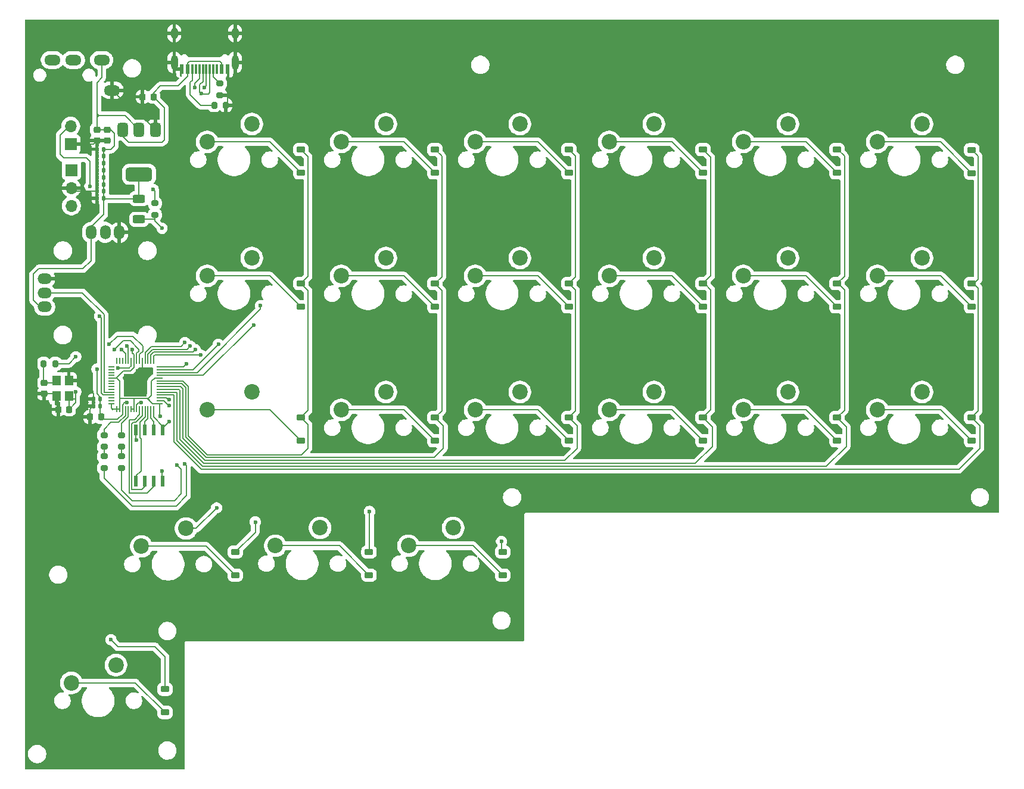
<source format=gbr>
%TF.GenerationSoftware,KiCad,Pcbnew,9.0.0*%
%TF.CreationDate,2025-03-25T03:20:05+09:00*%
%TF.ProjectId,keyboardR,6b657962-6f61-4726-9452-2e6b69636164,rev?*%
%TF.SameCoordinates,Original*%
%TF.FileFunction,Copper,L1,Top*%
%TF.FilePolarity,Positive*%
%FSLAX46Y46*%
G04 Gerber Fmt 4.6, Leading zero omitted, Abs format (unit mm)*
G04 Created by KiCad (PCBNEW 9.0.0) date 2025-03-25 03:20:05*
%MOMM*%
%LPD*%
G01*
G04 APERTURE LIST*
G04 Aperture macros list*
%AMRoundRect*
0 Rectangle with rounded corners*
0 $1 Rounding radius*
0 $2 $3 $4 $5 $6 $7 $8 $9 X,Y pos of 4 corners*
0 Add a 4 corners polygon primitive as box body*
4,1,4,$2,$3,$4,$5,$6,$7,$8,$9,$2,$3,0*
0 Add four circle primitives for the rounded corners*
1,1,$1+$1,$2,$3*
1,1,$1+$1,$4,$5*
1,1,$1+$1,$6,$7*
1,1,$1+$1,$8,$9*
0 Add four rect primitives between the rounded corners*
20,1,$1+$1,$2,$3,$4,$5,0*
20,1,$1+$1,$4,$5,$6,$7,0*
20,1,$1+$1,$6,$7,$8,$9,0*
20,1,$1+$1,$8,$9,$2,$3,0*%
G04 Aperture macros list end*
%TA.AperFunction,ComponentPad*%
%ADD10O,2.300000X1.500000*%
%TD*%
%TA.AperFunction,SMDPad,CuDef*%
%ADD11R,0.600000X1.450000*%
%TD*%
%TA.AperFunction,SMDPad,CuDef*%
%ADD12R,0.300000X1.450000*%
%TD*%
%TA.AperFunction,HeatsinkPad*%
%ADD13O,1.000000X2.100000*%
%TD*%
%TA.AperFunction,HeatsinkPad*%
%ADD14O,1.000000X1.600000*%
%TD*%
%TA.AperFunction,SMDPad,CuDef*%
%ADD15RoundRect,0.225000X-0.225000X-0.250000X0.225000X-0.250000X0.225000X0.250000X-0.225000X0.250000X0*%
%TD*%
%TA.AperFunction,SMDPad,CuDef*%
%ADD16RoundRect,0.225000X0.375000X-0.225000X0.375000X0.225000X-0.375000X0.225000X-0.375000X-0.225000X0*%
%TD*%
%TA.AperFunction,ComponentPad*%
%ADD17C,2.200000*%
%TD*%
%TA.AperFunction,SMDPad,CuDef*%
%ADD18RoundRect,0.250000X0.625000X-0.312500X0.625000X0.312500X-0.625000X0.312500X-0.625000X-0.312500X0*%
%TD*%
%TA.AperFunction,SMDPad,CuDef*%
%ADD19RoundRect,0.140000X0.140000X0.170000X-0.140000X0.170000X-0.140000X-0.170000X0.140000X-0.170000X0*%
%TD*%
%TA.AperFunction,ComponentPad*%
%ADD20O,2.000000X1.500000*%
%TD*%
%TA.AperFunction,ComponentPad*%
%ADD21O,1.500000X2.000000*%
%TD*%
%TA.AperFunction,SMDPad,CuDef*%
%ADD22RoundRect,0.375000X-0.375000X0.625000X-0.375000X-0.625000X0.375000X-0.625000X0.375000X0.625000X0*%
%TD*%
%TA.AperFunction,SMDPad,CuDef*%
%ADD23RoundRect,0.500000X-1.400000X0.500000X-1.400000X-0.500000X1.400000X-0.500000X1.400000X0.500000X0*%
%TD*%
%TA.AperFunction,SMDPad,CuDef*%
%ADD24RoundRect,0.200000X0.200000X0.275000X-0.200000X0.275000X-0.200000X-0.275000X0.200000X-0.275000X0*%
%TD*%
%TA.AperFunction,SMDPad,CuDef*%
%ADD25R,0.533400X1.524000*%
%TD*%
%TA.AperFunction,SMDPad,CuDef*%
%ADD26RoundRect,0.225000X-0.250000X0.225000X-0.250000X-0.225000X0.250000X-0.225000X0.250000X0.225000X0*%
%TD*%
%TA.AperFunction,SMDPad,CuDef*%
%ADD27RoundRect,0.200000X0.275000X-0.200000X0.275000X0.200000X-0.275000X0.200000X-0.275000X-0.200000X0*%
%TD*%
%TA.AperFunction,SMDPad,CuDef*%
%ADD28RoundRect,0.050000X0.387500X0.050000X-0.387500X0.050000X-0.387500X-0.050000X0.387500X-0.050000X0*%
%TD*%
%TA.AperFunction,SMDPad,CuDef*%
%ADD29RoundRect,0.050000X0.050000X0.387500X-0.050000X0.387500X-0.050000X-0.387500X0.050000X-0.387500X0*%
%TD*%
%TA.AperFunction,HeatsinkPad*%
%ADD30R,3.200000X3.200000*%
%TD*%
%TA.AperFunction,SMDPad,CuDef*%
%ADD31RoundRect,0.200000X-0.275000X0.200000X-0.275000X-0.200000X0.275000X-0.200000X0.275000X0.200000X0*%
%TD*%
%TA.AperFunction,ComponentPad*%
%ADD32R,1.700000X1.700000*%
%TD*%
%TA.AperFunction,ComponentPad*%
%ADD33O,1.700000X1.700000*%
%TD*%
%TA.AperFunction,SMDPad,CuDef*%
%ADD34RoundRect,0.200000X-0.200000X-0.275000X0.200000X-0.275000X0.200000X0.275000X-0.200000X0.275000X0*%
%TD*%
%TA.AperFunction,SMDPad,CuDef*%
%ADD35RoundRect,0.225000X0.225000X0.250000X-0.225000X0.250000X-0.225000X-0.250000X0.225000X-0.250000X0*%
%TD*%
%TA.AperFunction,SMDPad,CuDef*%
%ADD36RoundRect,0.225000X0.250000X-0.225000X0.250000X0.225000X-0.250000X0.225000X-0.250000X-0.225000X0*%
%TD*%
%TA.AperFunction,SMDPad,CuDef*%
%ADD37R,1.200000X1.400000*%
%TD*%
%TA.AperFunction,ViaPad*%
%ADD38C,0.600000*%
%TD*%
%TA.AperFunction,Conductor*%
%ADD39C,0.200000*%
%TD*%
G04 APERTURE END LIST*
D10*
%TO.P,J4,R1*%
%TO.N,GPIO1*%
X84663762Y-50324000D03*
%TO.P,J4,R2*%
%TO.N,GPIO0*%
X81663762Y-50324000D03*
%TO.P,J4,S*%
%TO.N,GND*%
X90163762Y-54624000D03*
%TO.P,J4,T*%
%TO.N,+3.3V*%
X88663762Y-50324000D03*
%TD*%
D11*
%TO.P,J1,A1,GND*%
%TO.N,GND*%
X106554762Y-51595000D03*
%TO.P,J1,A4,VBUS*%
%TO.N,VBUS*%
X105754762Y-51595000D03*
D12*
%TO.P,J1,A5,CC1*%
%TO.N,Net-(J1-CC1)*%
X104554762Y-51595000D03*
%TO.P,J1,A6,D+*%
%TO.N,Net-(J1-D+-PadA6)*%
X103554762Y-51595000D03*
%TO.P,J1,A7,D-*%
%TO.N,Net-(J1-D--PadA7)*%
X103054762Y-51595000D03*
%TO.P,J1,A8,SBU1*%
%TO.N,unconnected-(J1-SBU1-PadA8)*%
X102054762Y-51595000D03*
D11*
%TO.P,J1,A9,VBUS*%
%TO.N,VBUS*%
X100854762Y-51595000D03*
%TO.P,J1,A12,GND*%
%TO.N,GND*%
X100054762Y-51595000D03*
%TO.P,J1,B1,GND*%
X100054762Y-51595000D03*
%TO.P,J1,B4,VBUS*%
%TO.N,VBUS*%
X100854762Y-51595000D03*
D12*
%TO.P,J1,B5,CC2*%
%TO.N,Net-(J1-CC2)*%
X101554762Y-51595000D03*
%TO.P,J1,B6,D+*%
%TO.N,Net-(J1-D+-PadA6)*%
X102554762Y-51595000D03*
%TO.P,J1,B7,D-*%
%TO.N,Net-(J1-D--PadA7)*%
X104054762Y-51595000D03*
%TO.P,J1,B8,SBU2*%
%TO.N,unconnected-(J1-SBU2-PadB8)*%
X105054762Y-51595000D03*
D11*
%TO.P,J1,B9,VBUS*%
%TO.N,VBUS*%
X105754762Y-51595000D03*
%TO.P,J1,B12,GND*%
%TO.N,GND*%
X106554762Y-51595000D03*
D13*
%TO.P,J1,S1,SHIELD*%
X107624762Y-50680000D03*
D14*
X107624762Y-46500000D03*
D13*
X98984762Y-50680000D03*
D14*
X98984762Y-46500000D03*
%TD*%
D15*
%TO.P,C15,1*%
%TO.N,GND*%
X82500000Y-100000000D03*
%TO.P,C15,2*%
%TO.N,XIN*%
X84050000Y-100000000D03*
%TD*%
D16*
%TO.P,D12,1,K*%
%TO.N,Net-(D12-K)*%
X116983762Y-85399000D03*
%TO.P,D12,2,A*%
%TO.N,col6*%
X116983762Y-82099000D03*
%TD*%
%TO.P,D9,1,K*%
%TO.N,Net-(D9-K)*%
X174133762Y-85399000D03*
%TO.P,D9,2,A*%
%TO.N,col3*%
X174133762Y-82099000D03*
%TD*%
D17*
%TO.P,SW12,1,A*%
%TO.N,row2*%
X110013762Y-78474000D03*
%TO.P,SW12,2,B*%
%TO.N,Net-(D12-K)*%
X103663762Y-81014000D03*
%TD*%
D18*
%TO.P,R5,1*%
%TO.N,QSPI_SS*%
X93984762Y-72962500D03*
%TO.P,R5,2*%
%TO.N,+3.3V*%
X93984762Y-70037500D03*
%TD*%
D16*
%TO.P,D6,1,K*%
%TO.N,Net-(D6-K)*%
X116983762Y-66349000D03*
%TO.P,D6,2,A*%
%TO.N,col6*%
X116983762Y-63049000D03*
%TD*%
D17*
%TO.P,SW14,1,A*%
%TO.N,row3*%
X186213762Y-97524000D03*
%TO.P,SW14,2,B*%
%TO.N,Net-(D14-K)*%
X179863762Y-100064000D03*
%TD*%
D16*
%TO.P,D20,1,K*%
%TO.N,Net-(D20-K)*%
X126663762Y-123574000D03*
%TO.P,D20,2,A*%
%TO.N,colX2*%
X126663762Y-120274000D03*
%TD*%
%TO.P,D3,1,K*%
%TO.N,Net-(D3-K)*%
X174133762Y-66349000D03*
%TO.P,D3,2,A*%
%TO.N,col3*%
X174133762Y-63049000D03*
%TD*%
D19*
%TO.P,C11,1*%
%TO.N,+1V1*%
X88480000Y-99500000D03*
%TO.P,C11,2*%
%TO.N,GND*%
X87520000Y-99500000D03*
%TD*%
D20*
%TO.P,J5,1,Pin_1*%
%TO.N,GND*%
X80563762Y-81424000D03*
D21*
X91163762Y-74824000D03*
D20*
%TO.P,J5,2,Pin_2*%
%TO.N,GPIO26*%
X80563762Y-83424000D03*
%TO.P,J5,3,Pin_3*%
%TO.N,+3.3V*%
X80563762Y-85424000D03*
D21*
X87163762Y-74824000D03*
%TO.P,J5,4,Pin_4*%
%TO.N,GPIO27*%
X89163762Y-74824000D03*
%TD*%
D17*
%TO.P,SW18,1,A*%
%TO.N,row3*%
X110013762Y-97524000D03*
%TO.P,SW18,2,B*%
%TO.N,Net-(D18-K)*%
X103663762Y-100064000D03*
%TD*%
D16*
%TO.P,D13,1,K*%
%TO.N,Net-(D13-K)*%
X212333762Y-104449000D03*
%TO.P,D13,2,A*%
%TO.N,col1*%
X212333762Y-101149000D03*
%TD*%
D22*
%TO.P,U2,1,GND*%
%TO.N,GND*%
X96284762Y-60274000D03*
%TO.P,U2,2,VO*%
%TO.N,+3.3V*%
X93984762Y-60274000D03*
D23*
X93984762Y-66574000D03*
D22*
%TO.P,U2,3,VI*%
%TO.N,VBUS*%
X91684762Y-60274000D03*
%TD*%
D24*
%TO.P,R2,1*%
%TO.N,GND*%
X106325000Y-56750000D03*
%TO.P,R2,2*%
%TO.N,Net-(J1-CC2)*%
X104675000Y-56750000D03*
%TD*%
D16*
%TO.P,D1,1,K*%
%TO.N,Net-(D1-K)*%
X212333762Y-66394000D03*
%TO.P,D1,2,A*%
%TO.N,col1*%
X212333762Y-63094000D03*
%TD*%
D25*
%TO.P,U3,1,~{CS}*%
%TO.N,QSPI_SS*%
X97356464Y-102901207D03*
%TO.P,U3,2,DO(IO1)*%
%TO.N,QSPI_SD1*%
X96086464Y-102901207D03*
%TO.P,U3,3,IO2*%
%TO.N,QSPI_SD2*%
X94816464Y-102901207D03*
%TO.P,U3,4,GND*%
%TO.N,GND*%
X93546464Y-102901207D03*
%TO.P,U3,5,DI(IO0)*%
%TO.N,QSPI_SD0*%
X93546464Y-110191007D03*
%TO.P,U3,6,CLK*%
%TO.N,QSPI_SCLK*%
X94816464Y-110191007D03*
%TO.P,U3,7,IO3*%
%TO.N,QSPI_SD3*%
X96086464Y-110191007D03*
%TO.P,U3,8,VCC*%
%TO.N,+3.3V*%
X97356464Y-110191007D03*
%TD*%
D17*
%TO.P,SW17,1,A*%
%TO.N,row3*%
X129063762Y-97524000D03*
%TO.P,SW17,2,B*%
%TO.N,Net-(D17-K)*%
X122713762Y-100064000D03*
%TD*%
D26*
%TO.P,C10,1*%
%TO.N,+3.3V*%
X87984762Y-60225000D03*
%TO.P,C10,2*%
%TO.N,GND*%
X87984762Y-61775000D03*
%TD*%
D16*
%TO.P,D21,1,K*%
%TO.N,Net-(D21-K)*%
X107663762Y-123574000D03*
%TO.P,D21,2,A*%
%TO.N,colX3*%
X107663762Y-120274000D03*
%TD*%
D27*
%TO.P,R1,1*%
%TO.N,GND*%
X105500000Y-55325000D03*
%TO.P,R1,2*%
%TO.N,Net-(J1-CC1)*%
X105500000Y-53675000D03*
%TD*%
D17*
%TO.P,SW20,1,A*%
%TO.N,rowX*%
X119703762Y-116844000D03*
%TO.P,SW20,2,B*%
%TO.N,Net-(D20-K)*%
X113353762Y-119384000D03*
%TD*%
%TO.P,SW1,1,A*%
%TO.N,row1*%
X205263762Y-59424000D03*
%TO.P,SW1,2,B*%
%TO.N,Net-(D1-K)*%
X198913762Y-61964000D03*
%TD*%
D19*
%TO.P,C4,1*%
%TO.N,+3.3V*%
X88964762Y-67000000D03*
%TO.P,C4,2*%
%TO.N,GND*%
X88004762Y-67000000D03*
%TD*%
%TO.P,C14,1*%
%TO.N,+3.3V*%
X88964762Y-66000000D03*
%TO.P,C14,2*%
%TO.N,GND*%
X88004762Y-66000000D03*
%TD*%
D17*
%TO.P,SW11,1,A*%
%TO.N,row2*%
X129063762Y-78474000D03*
%TO.P,SW11,2,B*%
%TO.N,Net-(D11-K)*%
X122713762Y-81014000D03*
%TD*%
D16*
%TO.P,D17,1,K*%
%TO.N,Net-(D17-K)*%
X136033762Y-104449000D03*
%TO.P,D17,2,A*%
%TO.N,col5*%
X136033762Y-101149000D03*
%TD*%
%TO.P,D5,1,K*%
%TO.N,Net-(D5-K)*%
X136033762Y-66349000D03*
%TO.P,D5,2,A*%
%TO.N,col5*%
X136033762Y-63049000D03*
%TD*%
%TO.P,D19,1,K*%
%TO.N,Net-(D19-K)*%
X145663762Y-123574000D03*
%TO.P,D19,2,A*%
%TO.N,colX1*%
X145663762Y-120274000D03*
%TD*%
D17*
%TO.P,SW9,1,A*%
%TO.N,row2*%
X167163762Y-78474000D03*
%TO.P,SW9,2,B*%
%TO.N,Net-(D9-K)*%
X160813762Y-81014000D03*
%TD*%
%TO.P,SW10,1,A*%
%TO.N,row2*%
X148113762Y-78474000D03*
%TO.P,SW10,2,B*%
%TO.N,Net-(D10-K)*%
X141763762Y-81014000D03*
%TD*%
D16*
%TO.P,D11,1,K*%
%TO.N,Net-(D11-K)*%
X136033762Y-85399000D03*
%TO.P,D11,2,A*%
%TO.N,col5*%
X136033762Y-82099000D03*
%TD*%
D17*
%TO.P,SW15,1,A*%
%TO.N,row3*%
X167163762Y-97524000D03*
%TO.P,SW15,2,B*%
%TO.N,Net-(D15-K)*%
X160813762Y-100064000D03*
%TD*%
D16*
%TO.P,D4,1,K*%
%TO.N,Net-(D4-K)*%
X155083762Y-66349000D03*
%TO.P,D4,2,A*%
%TO.N,col4*%
X155083762Y-63049000D03*
%TD*%
D17*
%TO.P,SW5,1,A*%
%TO.N,row1*%
X129063762Y-59424000D03*
%TO.P,SW5,2,B*%
%TO.N,Net-(D5-K)*%
X122713762Y-61964000D03*
%TD*%
D19*
%TO.P,C6,1*%
%TO.N,+3.3V*%
X88964762Y-69000000D03*
%TO.P,C6,2*%
%TO.N,GND*%
X88004762Y-69000000D03*
%TD*%
D28*
%TO.P,U1,1,IOVDD*%
%TO.N,+3.3V*%
X96887500Y-99150000D03*
%TO.P,U1,2,GPIO0*%
%TO.N,GPIO0*%
X96887500Y-98750000D03*
%TO.P,U1,3,GPIO1*%
%TO.N,GPIO1*%
X96887500Y-98350000D03*
%TO.P,U1,4,GPIO2*%
%TO.N,col1*%
X96887500Y-97950000D03*
%TO.P,U1,5,GPIO3*%
%TO.N,col2*%
X96887500Y-97550000D03*
%TO.P,U1,6,GPIO4*%
%TO.N,col3*%
X96887500Y-97150000D03*
%TO.P,U1,7,GPIO5*%
%TO.N,col4*%
X96887500Y-96750000D03*
%TO.P,U1,8,GPIO6*%
%TO.N,col5*%
X96887500Y-96350000D03*
%TO.P,U1,9,GPIO7*%
%TO.N,col6*%
X96887500Y-95950000D03*
%TO.P,U1,10,IOVDD*%
%TO.N,+3.3V*%
X96887500Y-95550000D03*
%TO.P,U1,11,GPIO8*%
%TO.N,row1*%
X96887500Y-95150000D03*
%TO.P,U1,12,GPIO9*%
%TO.N,row2*%
X96887500Y-94750000D03*
%TO.P,U1,13,GPIO10*%
%TO.N,row3*%
X96887500Y-94350000D03*
%TO.P,U1,14,GPIO11*%
%TO.N,rowX*%
X96887500Y-93950000D03*
D29*
%TO.P,U1,15,GPIO12*%
%TO.N,colX1*%
X96050000Y-93112500D03*
%TO.P,U1,16,GPIO13*%
%TO.N,colX2*%
X95650000Y-93112500D03*
%TO.P,U1,17,GPIO14*%
%TO.N,colX3*%
X95250000Y-93112500D03*
%TO.P,U1,18,GPIO15*%
%TO.N,colX4*%
X94850000Y-93112500D03*
%TO.P,U1,19,TESTEN*%
%TO.N,GND*%
X94450000Y-93112500D03*
%TO.P,U1,20,XIN*%
%TO.N,XIN*%
X94050000Y-93112500D03*
%TO.P,U1,21,XOUT*%
%TO.N,XOUT*%
X93650000Y-93112500D03*
%TO.P,U1,22,IOVDD*%
%TO.N,+3.3V*%
X93250000Y-93112500D03*
%TO.P,U1,23,DVDD*%
%TO.N,+1V1*%
X92850000Y-93112500D03*
%TO.P,U1,24,SWCLK*%
%TO.N,Net-(J2-Pin_3)*%
X92450000Y-93112500D03*
%TO.P,U1,25,SWD*%
%TO.N,Net-(J2-Pin_1)*%
X92050000Y-93112500D03*
%TO.P,U1,26,RUN*%
%TO.N,unconnected-(U1-RUN-Pad26)*%
X91650000Y-93112500D03*
%TO.P,U1,27,GPIO16*%
%TO.N,GPIO16*%
X91250000Y-93112500D03*
%TO.P,U1,28,GPIO17*%
%TO.N,GPIO17*%
X90850000Y-93112500D03*
D28*
%TO.P,U1,29,GPIO18*%
%TO.N,GPIO18*%
X90012500Y-93950000D03*
%TO.P,U1,30,GPIO19*%
%TO.N,GPIO19*%
X90012500Y-94350000D03*
%TO.P,U1,31,GPIO20*%
%TO.N,GPIO20*%
X90012500Y-94750000D03*
%TO.P,U1,32,GPIO21*%
%TO.N,GPIO21*%
X90012500Y-95150000D03*
%TO.P,U1,33,IOVDD*%
%TO.N,+3.3V*%
X90012500Y-95550000D03*
%TO.P,U1,34,GPIO22*%
%TO.N,GPIO22*%
X90012500Y-95950000D03*
%TO.P,U1,35,GPIO23*%
%TO.N,GPIO23*%
X90012500Y-96350000D03*
%TO.P,U1,36,GPIO24*%
%TO.N,GPIO24*%
X90012500Y-96750000D03*
%TO.P,U1,37,GPIO25*%
%TO.N,GPIO25*%
X90012500Y-97150000D03*
%TO.P,U1,38,GPIO26_ADC0*%
%TO.N,GPIO26*%
X90012500Y-97550000D03*
%TO.P,U1,39,GPIO27_ADC1*%
%TO.N,GPIO27*%
X90012500Y-97950000D03*
%TO.P,U1,40,GPIO28_ADC2*%
%TO.N,GPIO28*%
X90012500Y-98350000D03*
%TO.P,U1,41,GPIO29_ADC3*%
%TO.N,GPIO29*%
X90012500Y-98750000D03*
%TO.P,U1,42,IOVDD*%
%TO.N,+3.3V*%
X90012500Y-99150000D03*
D29*
%TO.P,U1,43,ADC_AVDD*%
X90850000Y-99987500D03*
%TO.P,U1,44,VREG_IN*%
X91250000Y-99987500D03*
%TO.P,U1,45,VREG_VOUT*%
%TO.N,+1V1*%
X91650000Y-99987500D03*
%TO.P,U1,46,USB_DM*%
%TO.N,USB_DM*%
X92050000Y-99987500D03*
%TO.P,U1,47,USB_DP*%
%TO.N,USB_DP*%
X92450000Y-99987500D03*
%TO.P,U1,48,USB_VDD*%
%TO.N,+3.3V*%
X92850000Y-99987500D03*
%TO.P,U1,49,IOVDD*%
X93250000Y-99987500D03*
%TO.P,U1,50,DVDD*%
%TO.N,+1V1*%
X93650000Y-99987500D03*
%TO.P,U1,51,QSPI_SD3*%
%TO.N,QSPI_SD3*%
X94050000Y-99987500D03*
%TO.P,U1,52,QSPI_SCLK*%
%TO.N,QSPI_SCLK*%
X94450000Y-99987500D03*
%TO.P,U1,53,QSPI_SD0*%
%TO.N,QSPI_SD0*%
X94850000Y-99987500D03*
%TO.P,U1,54,QSPI_SD2*%
%TO.N,QSPI_SD2*%
X95250000Y-99987500D03*
%TO.P,U1,55,QSPI_SD1*%
%TO.N,QSPI_SD1*%
X95650000Y-99987500D03*
%TO.P,U1,56,QSPI_SS*%
%TO.N,QSPI_SS*%
X96050000Y-99987500D03*
D30*
%TO.P,U1,57,GND*%
%TO.N,GND*%
X93450000Y-96550000D03*
%TD*%
D31*
%TO.P,R9,1*%
%TO.N,USB_DP*%
X91500000Y-103675000D03*
%TO.P,R9,2*%
%TO.N,Net-(R4-Pad1)*%
X91500000Y-105325000D03*
%TD*%
D32*
%TO.P,J3,1,Pin_1*%
%TO.N,GND*%
X84265238Y-62275000D03*
D33*
%TO.P,J3,2,Pin_2*%
%TO.N,/USB_BOOT*%
X84265238Y-59735000D03*
%TD*%
D31*
%TO.P,R3,1*%
%TO.N,Net-(R3-Pad1)*%
X89000000Y-106675000D03*
%TO.P,R3,2*%
%TO.N,Net-(J1-D--PadA7)*%
X89000000Y-108325000D03*
%TD*%
D16*
%TO.P,D7,1,K*%
%TO.N,Net-(D7-K)*%
X212333762Y-85399000D03*
%TO.P,D7,2,A*%
%TO.N,col1*%
X212333762Y-82099000D03*
%TD*%
D17*
%TO.P,SW13,1,A*%
%TO.N,row3*%
X205263762Y-97524000D03*
%TO.P,SW13,2,B*%
%TO.N,Net-(D13-K)*%
X198913762Y-100064000D03*
%TD*%
D16*
%TO.P,D18,1,K*%
%TO.N,Net-(D18-K)*%
X116983762Y-104449000D03*
%TO.P,D18,2,A*%
%TO.N,col6*%
X116983762Y-101149000D03*
%TD*%
%TO.P,D15,1,K*%
%TO.N,Net-(D15-K)*%
X174133762Y-104449000D03*
%TO.P,D15,2,A*%
%TO.N,col3*%
X174133762Y-101149000D03*
%TD*%
D17*
%TO.P,SW2,1,A*%
%TO.N,row1*%
X186213762Y-59424000D03*
%TO.P,SW2,2,B*%
%TO.N,Net-(D2-K)*%
X179863762Y-61964000D03*
%TD*%
D19*
%TO.P,C12,1*%
%TO.N,+1V1*%
X88480000Y-98500000D03*
%TO.P,C12,2*%
%TO.N,GND*%
X87520000Y-98500000D03*
%TD*%
D16*
%TO.P,D8,1,K*%
%TO.N,Net-(D8-K)*%
X193183762Y-85399000D03*
%TO.P,D8,2,A*%
%TO.N,col2*%
X193183762Y-82099000D03*
%TD*%
%TO.P,D2,1,K*%
%TO.N,Net-(D2-K)*%
X193183762Y-66349000D03*
%TO.P,D2,2,A*%
%TO.N,col2*%
X193183762Y-63049000D03*
%TD*%
D17*
%TO.P,SW3,1,A*%
%TO.N,row1*%
X167163762Y-59424000D03*
%TO.P,SW3,2,B*%
%TO.N,Net-(D3-K)*%
X160813762Y-61964000D03*
%TD*%
D26*
%TO.P,C2,1*%
%TO.N,+3.3V*%
X89484762Y-60225000D03*
%TO.P,C2,2*%
%TO.N,GND*%
X89484762Y-61775000D03*
%TD*%
D19*
%TO.P,C9,1*%
%TO.N,+3.3V*%
X88964762Y-64000000D03*
%TO.P,C9,2*%
%TO.N,GND*%
X88004762Y-64000000D03*
%TD*%
D17*
%TO.P,SW4,1,A*%
%TO.N,row1*%
X148113762Y-59424000D03*
%TO.P,SW4,2,B*%
%TO.N,Net-(D4-K)*%
X141763762Y-61964000D03*
%TD*%
%TO.P,SW6,1,A*%
%TO.N,row1*%
X110013762Y-59424000D03*
%TO.P,SW6,2,B*%
%TO.N,Net-(D6-K)*%
X103663762Y-61964000D03*
%TD*%
%TO.P,SW8,1,A*%
%TO.N,row2*%
X186213762Y-78474000D03*
%TO.P,SW8,2,B*%
%TO.N,Net-(D8-K)*%
X179863762Y-81014000D03*
%TD*%
D34*
%TO.P,R7,1*%
%TO.N,Net-(C16-Pad2)*%
X80425000Y-93500000D03*
%TO.P,R7,2*%
%TO.N,XOUT*%
X82075000Y-93500000D03*
%TD*%
D35*
%TO.P,C13,1*%
%TO.N,+1V1*%
X88576000Y-101076000D03*
%TO.P,C13,2*%
%TO.N,GND*%
X87026000Y-101076000D03*
%TD*%
D19*
%TO.P,C8,1*%
%TO.N,+3.3V*%
X88964762Y-68000000D03*
%TO.P,C8,2*%
%TO.N,GND*%
X88004762Y-68000000D03*
%TD*%
D31*
%TO.P,R8,1*%
%TO.N,USB_DM*%
X89000000Y-103675000D03*
%TO.P,R8,2*%
%TO.N,Net-(R3-Pad1)*%
X89000000Y-105325000D03*
%TD*%
D16*
%TO.P,D22,1,K*%
%TO.N,Net-(D22-K)*%
X97663762Y-143074000D03*
%TO.P,D22,2,A*%
%TO.N,colX4*%
X97663762Y-139774000D03*
%TD*%
D19*
%TO.P,C3,1*%
%TO.N,+3.3V*%
X88964762Y-63000000D03*
%TO.P,C3,2*%
%TO.N,GND*%
X88004762Y-63000000D03*
%TD*%
D35*
%TO.P,C1,1*%
%TO.N,VBUS*%
X96025000Y-55550000D03*
%TO.P,C1,2*%
%TO.N,GND*%
X94475000Y-55550000D03*
%TD*%
D17*
%TO.P,SW22,1,A*%
%TO.N,rowX*%
X90703762Y-136344000D03*
%TO.P,SW22,2,B*%
%TO.N,Net-(D22-K)*%
X84353762Y-138884000D03*
%TD*%
D36*
%TO.P,C16,1*%
%TO.N,GND*%
X80500000Y-97775000D03*
%TO.P,C16,2*%
%TO.N,Net-(C16-Pad2)*%
X80500000Y-96225000D03*
%TD*%
D16*
%TO.P,D16,1,K*%
%TO.N,Net-(D16-K)*%
X155083762Y-104449000D03*
%TO.P,D16,2,A*%
%TO.N,col4*%
X155083762Y-101149000D03*
%TD*%
D31*
%TO.P,R4,1*%
%TO.N,Net-(R4-Pad1)*%
X91500000Y-106675000D03*
%TO.P,R4,2*%
%TO.N,Net-(J1-D+-PadA6)*%
X91500000Y-108325000D03*
%TD*%
D16*
%TO.P,D10,1,K*%
%TO.N,Net-(D10-K)*%
X155083762Y-85399000D03*
%TO.P,D10,2,A*%
%TO.N,col4*%
X155083762Y-82099000D03*
%TD*%
D27*
%TO.P,R6,1*%
%TO.N,QSPI_SS*%
X96234762Y-72325000D03*
%TO.P,R6,2*%
%TO.N,/USB_BOOT*%
X96234762Y-70675000D03*
%TD*%
D32*
%TO.P,J2,1,Pin_1*%
%TO.N,Net-(J2-Pin_1)*%
X84365238Y-65975000D03*
D33*
%TO.P,J2,2,Pin_2*%
%TO.N,GND*%
X84365238Y-68515000D03*
%TO.P,J2,3,Pin_3*%
%TO.N,Net-(J2-Pin_3)*%
X84365238Y-71055000D03*
%TD*%
D16*
%TO.P,D14,1,K*%
%TO.N,Net-(D14-K)*%
X193183762Y-104449000D03*
%TO.P,D14,2,A*%
%TO.N,col2*%
X193183762Y-101149000D03*
%TD*%
D19*
%TO.P,C5,1*%
%TO.N,+3.3V*%
X88964762Y-70000000D03*
%TO.P,C5,2*%
%TO.N,GND*%
X88004762Y-70000000D03*
%TD*%
D37*
%TO.P,Y1,1,1*%
%TO.N,Net-(C16-Pad2)*%
X82300000Y-95900000D03*
%TO.P,Y1,2,2*%
%TO.N,GND*%
X82300000Y-98100000D03*
%TO.P,Y1,3,3*%
%TO.N,XIN*%
X84000000Y-98100000D03*
%TO.P,Y1,4,4*%
%TO.N,GND*%
X84000000Y-95900000D03*
%TD*%
D17*
%TO.P,SW19,1,A*%
%TO.N,rowX*%
X138623762Y-116844000D03*
%TO.P,SW19,2,B*%
%TO.N,Net-(D19-K)*%
X132273762Y-119384000D03*
%TD*%
%TO.P,SW7,1,A*%
%TO.N,row2*%
X205263762Y-78474000D03*
%TO.P,SW7,2,B*%
%TO.N,Net-(D7-K)*%
X198913762Y-81014000D03*
%TD*%
%TO.P,SW16,1,A*%
%TO.N,row3*%
X148113762Y-97524000D03*
%TO.P,SW16,2,B*%
%TO.N,Net-(D16-K)*%
X141763762Y-100064000D03*
%TD*%
%TO.P,SW21,1,A*%
%TO.N,rowX*%
X100663762Y-116924000D03*
%TO.P,SW21,2,B*%
%TO.N,Net-(D21-K)*%
X94313762Y-119464000D03*
%TD*%
D19*
%TO.P,C7,1*%
%TO.N,+3.3V*%
X88964762Y-65000000D03*
%TO.P,C7,2*%
%TO.N,GND*%
X88004762Y-65000000D03*
%TD*%
D38*
%TO.N,GND*%
X121500000Y-87500000D03*
X166750000Y-50250000D03*
X91250000Y-83000000D03*
X194250000Y-60750000D03*
X149500000Y-105250000D03*
X87000000Y-102250000D03*
X208500000Y-106750000D03*
X197500000Y-90500000D03*
X81750000Y-117500000D03*
X93750000Y-94500000D03*
X104750000Y-87250000D03*
X169000000Y-104750000D03*
X160750000Y-86750000D03*
X102500000Y-58500000D03*
X96250000Y-147750000D03*
X129750000Y-104750000D03*
X87250000Y-97500000D03*
X90750000Y-72000000D03*
X127750000Y-67250000D03*
X209000000Y-47000000D03*
X80000000Y-135500000D03*
X169000000Y-67250000D03*
X188000000Y-106000000D03*
X208750000Y-72750000D03*
X101750000Y-127000000D03*
X181500000Y-87250000D03*
X119750000Y-48750000D03*
X146500000Y-88250000D03*
X141500000Y-68000000D03*
X138750000Y-125750000D03*
X93583632Y-104379514D03*
X96284762Y-60274000D03*
X104500000Y-68500000D03*
X114000000Y-73000000D03*
X123000000Y-130750000D03*
X179500000Y-67250000D03*
%TO.N,+3.3V*%
X97000000Y-101000000D03*
X93050721Y-91450002D03*
X97250000Y-108750000D03*
%TO.N,+1V1*%
X92273367Y-99055880D03*
X91009999Y-94091780D03*
X94252472Y-99055880D03*
X88000000Y-94250000D03*
%TO.N,XIN*%
X85000000Y-97500000D03*
X89750000Y-90750000D03*
%TO.N,XOUT*%
X85000000Y-92500000D03*
X90500000Y-91500000D03*
%TO.N,Net-(J1-D+-PadA6)*%
X99375000Y-107875000D03*
X101925000Y-54200000D03*
X103300000Y-54200000D03*
%TO.N,Net-(J1-D--PadA7)*%
X100500000Y-107750000D03*
X102800000Y-55100000D03*
%TO.N,Net-(J2-Pin_1)*%
X91500000Y-91500000D03*
%TO.N,/USB_BOOT*%
X87000000Y-68250000D03*
X96000000Y-68750000D03*
%TO.N,GPIO27*%
X88357926Y-86732865D03*
%TO.N,colX1*%
X102750000Y-92250000D03*
X145500000Y-118750000D03*
%TO.N,colX2*%
X126750000Y-114500000D03*
X102000000Y-91500000D03*
%TO.N,colX3*%
X110500000Y-116000000D03*
X101250000Y-91000000D03*
%TO.N,QSPI_SS*%
X97250000Y-74250000D03*
X98250000Y-101750000D03*
%TO.N,row1*%
X110250000Y-88000000D03*
%TO.N,row2*%
X111250000Y-85250000D03*
%TO.N,row3*%
X105250000Y-90750000D03*
%TO.N,Net-(J2-Pin_3)*%
X92250000Y-91000000D03*
%TO.N,GPIO1*%
X98299695Y-98571043D03*
%TO.N,GPIO0*%
X98275079Y-99403876D03*
%TO.N,colX4*%
X90000000Y-132750000D03*
X100500000Y-90500000D03*
%TO.N,rowX*%
X100750000Y-93500000D03*
X105000000Y-114000000D03*
%TD*%
D39*
%TO.N,VBUS*%
X105477031Y-50500000D02*
X105754762Y-50777731D01*
X105754762Y-50777731D02*
X105754762Y-51595000D01*
X97250000Y-62000000D02*
X92500000Y-62000000D01*
X100854762Y-52645238D02*
X99500000Y-54000000D01*
X100854762Y-50777731D02*
X101132493Y-50500000D01*
X101132493Y-50500000D02*
X105477031Y-50500000D01*
X99500000Y-54000000D02*
X97000000Y-54000000D01*
X100854762Y-51595000D02*
X100854762Y-52645238D01*
X96025000Y-54975000D02*
X96025000Y-55550000D01*
X97550000Y-57075000D02*
X97550000Y-61700000D01*
X92500000Y-62000000D02*
X91684762Y-61184762D01*
X100854762Y-51595000D02*
X100854762Y-50777731D01*
X97000000Y-54000000D02*
X96025000Y-54975000D01*
X97550000Y-61700000D02*
X97250000Y-62000000D01*
X96025000Y-55550000D02*
X97550000Y-57075000D01*
X91684762Y-61184762D02*
X91684762Y-60274000D01*
%TO.N,GND*%
X91213762Y-55674000D02*
X93413762Y-55674000D01*
X82500000Y-98300000D02*
X82300000Y-98100000D01*
X87984762Y-61775000D02*
X87984762Y-62980000D01*
X93750000Y-96250000D02*
X93450000Y-96550000D01*
X87520000Y-98500000D02*
X87520000Y-97770000D01*
X93750000Y-94500000D02*
X93750000Y-96250000D01*
X93413762Y-55674000D02*
X93413762Y-57403000D01*
X91163762Y-72413762D02*
X90750000Y-72000000D01*
X106379762Y-55325000D02*
X106554762Y-55500000D01*
X84365238Y-68515000D02*
X84850238Y-69000000D01*
X91163762Y-74824000D02*
X91163762Y-72413762D01*
X87026000Y-99994000D02*
X87520000Y-99500000D01*
X87026000Y-101076000D02*
X87026000Y-99994000D01*
X87984762Y-61775000D02*
X89484762Y-61775000D01*
X88004762Y-70000000D02*
X88004762Y-63000000D01*
X84850238Y-69000000D02*
X88004762Y-69000000D01*
X93546464Y-104342346D02*
X93583632Y-104379514D01*
X87520000Y-97770000D02*
X87250000Y-97500000D01*
X93413762Y-57403000D02*
X96284762Y-60274000D01*
X91163762Y-79836238D02*
X91163762Y-74824000D01*
X94450000Y-95550000D02*
X94450000Y-93112500D01*
X84265238Y-62275000D02*
X87484762Y-62275000D01*
X87000000Y-102250000D02*
X87000000Y-101102000D01*
X82500000Y-100000000D02*
X82500000Y-98300000D01*
X89576000Y-81424000D02*
X91163762Y-79836238D01*
X93450000Y-96550000D02*
X94450000Y-95550000D01*
X90163762Y-54624000D02*
X91213762Y-55674000D01*
X87484762Y-62275000D02*
X87984762Y-61775000D01*
X106554762Y-55500000D02*
X106554762Y-56520238D01*
X81975000Y-97775000D02*
X82300000Y-98100000D01*
X105500000Y-55325000D02*
X106379762Y-55325000D01*
X87000000Y-101102000D02*
X87026000Y-101076000D01*
X87984762Y-62980000D02*
X88004762Y-63000000D01*
X80500000Y-97775000D02*
X81975000Y-97775000D01*
X94351000Y-55674000D02*
X94475000Y-55550000D01*
X87520000Y-98500000D02*
X87520000Y-99500000D01*
X106554762Y-51595000D02*
X106554762Y-55500000D01*
X93546464Y-102901207D02*
X93546464Y-104342346D01*
X93413762Y-55674000D02*
X94351000Y-55674000D01*
X106554762Y-56520238D02*
X106325000Y-56750000D01*
X80563762Y-81424000D02*
X89576000Y-81424000D01*
%TO.N,+3.3V*%
X95900000Y-99150000D02*
X95250000Y-98500000D01*
X90012500Y-99150000D02*
X90012500Y-99762500D01*
X91250000Y-96000000D02*
X91250000Y-98250000D01*
X91250000Y-99987500D02*
X91250000Y-99500000D01*
X91250000Y-98500000D02*
X91250000Y-98250000D01*
X79924000Y-85424000D02*
X80563762Y-85424000D01*
X87984762Y-58250000D02*
X88250000Y-58250000D01*
X96887500Y-99150000D02*
X96887500Y-100887500D01*
X95250000Y-98500000D02*
X95750000Y-98000000D01*
X79000000Y-84500000D02*
X79924000Y-85424000D01*
X93250000Y-99987500D02*
X93250000Y-98450000D01*
X91750000Y-94500000D02*
X92750000Y-94500000D01*
X90012500Y-99762500D02*
X90250000Y-100000000D01*
X86000000Y-80000000D02*
X79750000Y-80000000D01*
X97250000Y-110084543D02*
X97356464Y-110191007D01*
X88964762Y-63000000D02*
X88964762Y-70000000D01*
X88234762Y-58250000D02*
X87984762Y-58500000D01*
X87163762Y-78836238D02*
X86000000Y-80000000D01*
X96887500Y-99150000D02*
X95900000Y-99150000D01*
X96887500Y-100887500D02*
X97000000Y-101000000D01*
X96200000Y-95550000D02*
X96887500Y-95550000D01*
X88964762Y-70000000D02*
X88964762Y-72285238D01*
X79750000Y-80000000D02*
X79000000Y-80750000D01*
X93250000Y-94000000D02*
X93250000Y-93112500D01*
X90850000Y-99987500D02*
X91250000Y-99987500D01*
X93250000Y-93112500D02*
X93250000Y-92204612D01*
X87984762Y-58250000D02*
X87984762Y-58000000D01*
X88663762Y-52836238D02*
X88663762Y-50324000D01*
X90800000Y-95450000D02*
X91750000Y-94500000D01*
X89484762Y-60225000D02*
X87984762Y-60225000D01*
X88964762Y-72285238D02*
X87163762Y-74086238D01*
X93250000Y-99987500D02*
X92850000Y-99987500D01*
X89975000Y-60225000D02*
X90500000Y-60750000D01*
X93250000Y-98450000D02*
X91300000Y-98450000D01*
X90262500Y-99987500D02*
X90850000Y-99987500D01*
X90500000Y-62500000D02*
X90000000Y-63000000D01*
X87984762Y-58250000D02*
X87984762Y-53515238D01*
X95900000Y-99150000D02*
X95200000Y-98450000D01*
X87163762Y-74824000D02*
X87163762Y-78836238D01*
X90800000Y-95550000D02*
X90800000Y-95450000D01*
X91300000Y-98450000D02*
X91250000Y-98500000D01*
X90800000Y-95550000D02*
X91250000Y-96000000D01*
X95750000Y-98000000D02*
X95750000Y-96000000D01*
X93050721Y-92005333D02*
X93050721Y-91450002D01*
X91250000Y-99500000D02*
X91250000Y-98750000D01*
X89484762Y-60225000D02*
X89975000Y-60225000D01*
X87984762Y-53515238D02*
X88663762Y-52836238D01*
X88234762Y-58250000D02*
X87984762Y-58000000D01*
X90012500Y-95550000D02*
X90800000Y-95550000D01*
X88250000Y-58250000D02*
X91960762Y-58250000D01*
X93250000Y-92204612D02*
X93050721Y-92005333D01*
X79000000Y-80750000D02*
X79000000Y-84500000D01*
X92750000Y-94500000D02*
X93250000Y-94000000D01*
X93984762Y-70037500D02*
X89002262Y-70037500D01*
X87984762Y-60225000D02*
X87984762Y-58500000D01*
X89002262Y-70037500D02*
X88964762Y-70000000D01*
X97250000Y-108750000D02*
X97250000Y-110084543D01*
X87163762Y-74086238D02*
X87163762Y-74824000D01*
X95750000Y-96000000D02*
X96200000Y-95550000D01*
X90250000Y-100000000D02*
X90262500Y-99987500D01*
X90000000Y-63000000D02*
X88964762Y-63000000D01*
X93984762Y-70037500D02*
X93984762Y-66574000D01*
X90500000Y-60750000D02*
X90500000Y-62500000D01*
X91960762Y-58250000D02*
X93984762Y-60274000D01*
X91250000Y-98750000D02*
X91250000Y-98500000D01*
X87984762Y-58500000D02*
X87984762Y-58250000D01*
X88250000Y-58250000D02*
X88234762Y-58250000D01*
X90850000Y-99987500D02*
X90850000Y-99650000D01*
X95200000Y-98450000D02*
X93250000Y-98450000D01*
%TO.N,+1V1*%
X91650000Y-99350000D02*
X91944120Y-99055880D01*
X91650000Y-99987500D02*
X91650000Y-100704818D01*
X93944120Y-99055880D02*
X94252472Y-99055880D01*
X92592534Y-94091780D02*
X91009999Y-94091780D01*
X88480000Y-100980000D02*
X88576000Y-101076000D01*
X88480000Y-98230000D02*
X88000000Y-97750000D01*
X88000000Y-97750000D02*
X88000000Y-94250000D01*
X92850000Y-93112500D02*
X92850000Y-93834314D01*
X93650000Y-99350000D02*
X93944120Y-99055880D01*
X91650000Y-99987500D02*
X91650000Y-99350000D01*
X88480000Y-98500000D02*
X88480000Y-99500000D01*
X90930555Y-101424263D02*
X88924263Y-101424263D01*
X92850000Y-93834314D02*
X92717157Y-93967157D01*
X91650000Y-100704818D02*
X90930555Y-101424263D01*
X92717157Y-93967157D02*
X92592534Y-94091780D01*
X91944120Y-99055880D02*
X92273367Y-99055880D01*
X88480000Y-98500000D02*
X88480000Y-98230000D01*
X88924263Y-101424263D02*
X88576000Y-101076000D01*
X93650000Y-99987500D02*
X93650000Y-99350000D01*
X88480000Y-99500000D02*
X88480000Y-100980000D01*
%TO.N,XIN*%
X94050000Y-92200000D02*
X94050000Y-93112500D01*
X84000000Y-98100000D02*
X84400000Y-98500000D01*
X89750000Y-90750000D02*
X90916397Y-89583603D01*
X94500000Y-91000000D02*
X94500000Y-91750000D01*
X85000000Y-99050000D02*
X85000000Y-98500000D01*
X84050000Y-100000000D02*
X85000000Y-99050000D01*
X85000000Y-98500000D02*
X85000000Y-97500000D01*
X90916397Y-89583603D02*
X93083603Y-89583603D01*
X84050000Y-100000000D02*
X84050000Y-98150000D01*
X84050000Y-98150000D02*
X84000000Y-98100000D01*
X93083603Y-89583603D02*
X94500000Y-91000000D01*
X84400000Y-98500000D02*
X85000000Y-98500000D01*
X94500000Y-91750000D02*
X94050000Y-92200000D01*
%TO.N,XOUT*%
X90500000Y-91500000D02*
X91750000Y-90250000D01*
X93967157Y-91467157D02*
X93967157Y-91717157D01*
X93650000Y-92034314D02*
X93650000Y-93112500D01*
X84000000Y-93500000D02*
X82075000Y-93500000D01*
X92750000Y-90250000D02*
X93967157Y-91467157D01*
X91750000Y-90250000D02*
X92750000Y-90250000D01*
X93967157Y-91717157D02*
X93650000Y-92034314D01*
X84000000Y-93500000D02*
X85000000Y-92500000D01*
%TO.N,Net-(D1-K)*%
X207903762Y-61964000D02*
X212333762Y-66394000D01*
X198913762Y-61964000D02*
X207903762Y-61964000D01*
%TO.N,col1*%
X210497961Y-108502039D02*
X213500000Y-105500000D01*
X98895653Y-97950000D02*
X98945653Y-98000000D01*
X213250000Y-82750000D02*
X213250000Y-100232762D01*
X213250000Y-64010238D02*
X212333762Y-63094000D01*
X212599000Y-82099000D02*
X213250000Y-82750000D01*
X213250000Y-81500000D02*
X213250000Y-64010238D01*
X212333762Y-101149000D02*
X213500000Y-102315238D01*
X212651000Y-82099000D02*
X213250000Y-81500000D01*
X213500000Y-102315238D02*
X213500000Y-105500000D01*
X212333762Y-82099000D02*
X212651000Y-82099000D01*
X212333762Y-82099000D02*
X212599000Y-82099000D01*
X96887500Y-97950000D02*
X98895653Y-97950000D01*
X213250000Y-100232762D02*
X212333762Y-101149000D01*
X98945653Y-104599274D02*
X102848418Y-108502039D01*
X102848418Y-108502039D02*
X210497961Y-108502039D01*
X98945653Y-98000000D02*
X98945653Y-104599274D01*
%TO.N,col2*%
X99345653Y-104411338D02*
X103036354Y-108102039D01*
X99345653Y-97550000D02*
X99345653Y-104411338D01*
X193183762Y-101149000D02*
X194500000Y-102465238D01*
X193349000Y-82099000D02*
X194250000Y-83000000D01*
X194250000Y-64000000D02*
X194250000Y-81032762D01*
X194250000Y-100082762D02*
X193183762Y-101149000D01*
X194500000Y-102465238D02*
X194500000Y-105250000D01*
X193183762Y-63049000D02*
X193299000Y-63049000D01*
X103036354Y-108102039D02*
X191647961Y-108102039D01*
X191647961Y-108102039D02*
X194500000Y-105250000D01*
X194250000Y-81032762D02*
X193183762Y-82099000D01*
X194250000Y-83000000D02*
X194250000Y-100082762D01*
X96887500Y-97550000D02*
X99345653Y-97550000D01*
X193299000Y-63049000D02*
X194250000Y-64000000D01*
X193183762Y-82099000D02*
X193349000Y-82099000D01*
%TO.N,Net-(D2-K)*%
X179863762Y-61964000D02*
X188798762Y-61964000D01*
X188798762Y-61964000D02*
X193183762Y-66349000D01*
%TO.N,Net-(D3-K)*%
X160813762Y-61964000D02*
X169748762Y-61964000D01*
X169748762Y-61964000D02*
X174133762Y-66349000D01*
%TO.N,col3*%
X175250000Y-100032762D02*
X174133762Y-101149000D01*
X175250000Y-80982762D02*
X174133762Y-82099000D01*
X175250000Y-64165238D02*
X175250000Y-80982762D01*
X99750000Y-104250000D02*
X103201002Y-107701002D01*
X99650000Y-97150000D02*
X99750000Y-97250000D01*
X174133762Y-63049000D02*
X175250000Y-64165238D01*
X175500000Y-102515238D02*
X175500000Y-105250000D01*
X96887500Y-97150000D02*
X99650000Y-97150000D01*
X103201002Y-107701002D02*
X173048998Y-107701002D01*
X99750000Y-97250000D02*
X99750000Y-104250000D01*
X173048998Y-107701002D02*
X175500000Y-105250000D01*
X174133762Y-82099000D02*
X174349000Y-82099000D01*
X174349000Y-82099000D02*
X175250000Y-83000000D01*
X175250000Y-83000000D02*
X175250000Y-100032762D01*
X174133762Y-101149000D02*
X175500000Y-102515238D01*
%TO.N,Net-(D4-K)*%
X141763762Y-61964000D02*
X150698762Y-61964000D01*
X150698762Y-61964000D02*
X155083762Y-66349000D01*
%TO.N,col4*%
X103336690Y-107250000D02*
X154500000Y-107250000D01*
X155083762Y-63049000D02*
X156000000Y-63965238D01*
X156000000Y-81182762D02*
X155083762Y-82099000D01*
X156000000Y-100250000D02*
X155982762Y-100250000D01*
X99868628Y-96750000D02*
X100200000Y-97081372D01*
X155982762Y-100250000D02*
X155083762Y-101149000D01*
X155083762Y-82099000D02*
X156000000Y-83015238D01*
X100200000Y-104113310D02*
X103336690Y-107250000D01*
X154500000Y-107250000D02*
X156250000Y-105500000D01*
X96887500Y-96750000D02*
X99868628Y-96750000D01*
X100200000Y-97081372D02*
X100200000Y-104113310D01*
X156000000Y-63965238D02*
X156000000Y-81182762D01*
X156000000Y-83015238D02*
X156000000Y-100250000D01*
X155083762Y-101149000D02*
X156250000Y-102315238D01*
X156250000Y-102315238D02*
X156250000Y-105500000D01*
%TO.N,col5*%
X137250000Y-102365238D02*
X137250000Y-105500000D01*
X137000000Y-83065238D02*
X137000000Y-100182762D01*
X136033762Y-101149000D02*
X137250000Y-102365238D01*
X137000000Y-81132762D02*
X136033762Y-82099000D01*
X137000000Y-64000000D02*
X137000000Y-81132762D01*
X96887500Y-96350000D02*
X100034314Y-96350000D01*
X135912602Y-106837398D02*
X137250000Y-105500000D01*
X137000000Y-100182762D02*
X136033762Y-101149000D01*
X136033762Y-63049000D02*
X136049000Y-63049000D01*
X100600000Y-96915686D02*
X100600000Y-103947624D01*
X100034314Y-96350000D02*
X100600000Y-96915686D01*
X136049000Y-63049000D02*
X137000000Y-64000000D01*
X100600000Y-103947624D02*
X103489774Y-106837398D01*
X103489774Y-106837398D02*
X135912602Y-106837398D01*
X136033762Y-82099000D02*
X137000000Y-83065238D01*
%TO.N,Net-(D5-K)*%
X131648762Y-61964000D02*
X136033762Y-66349000D01*
X122713762Y-61964000D02*
X131648762Y-61964000D01*
%TO.N,Net-(D6-K)*%
X112598762Y-61964000D02*
X116983762Y-66349000D01*
X103663762Y-61964000D02*
X112598762Y-61964000D01*
%TO.N,Net-(D7-K)*%
X198913762Y-81014000D02*
X207948762Y-81014000D01*
X207948762Y-81014000D02*
X212333762Y-85399000D01*
%TO.N,Net-(D8-K)*%
X188798762Y-81014000D02*
X193183762Y-85399000D01*
X179863762Y-81014000D02*
X188798762Y-81014000D01*
%TO.N,Net-(D9-K)*%
X169748762Y-81014000D02*
X174133762Y-85399000D01*
X160813762Y-81014000D02*
X169748762Y-81014000D01*
%TO.N,Net-(D10-K)*%
X150698762Y-81014000D02*
X155083762Y-85399000D01*
X141763762Y-81014000D02*
X150698762Y-81014000D01*
%TO.N,Net-(D11-K)*%
X131648762Y-81014000D02*
X136033762Y-85399000D01*
X122713762Y-81014000D02*
X131648762Y-81014000D01*
%TO.N,Net-(D12-K)*%
X112598762Y-81014000D02*
X116983762Y-85399000D01*
X103663762Y-81014000D02*
X112598762Y-81014000D01*
%TO.N,Net-(D13-K)*%
X198913762Y-100064000D02*
X207948762Y-100064000D01*
X207948762Y-100064000D02*
X212333762Y-104449000D01*
%TO.N,Net-(D14-K)*%
X179863762Y-100064000D02*
X188798762Y-100064000D01*
X188798762Y-100064000D02*
X193183762Y-104449000D01*
%TO.N,Net-(D15-K)*%
X160813762Y-100064000D02*
X169748762Y-100064000D01*
X169748762Y-100064000D02*
X174133762Y-104449000D01*
%TO.N,col6*%
X103687398Y-106437398D02*
X117062602Y-106437398D01*
X116983762Y-63049000D02*
X118000000Y-64065238D01*
X101000000Y-103750000D02*
X103687398Y-106437398D01*
X118000000Y-102165238D02*
X116983762Y-101149000D01*
X117062602Y-106437398D02*
X118000000Y-105500000D01*
X118000000Y-105500000D02*
X118000000Y-102165238D01*
X116983762Y-82099000D02*
X118000000Y-83115238D01*
X118000000Y-100132762D02*
X116983762Y-101149000D01*
X118000000Y-64065238D02*
X118000000Y-81082762D01*
X101000000Y-96750000D02*
X101000000Y-103750000D01*
X96887500Y-95950000D02*
X100200000Y-95950000D01*
X118000000Y-81082762D02*
X116983762Y-82099000D01*
X118000000Y-83115238D02*
X118000000Y-100132762D01*
X100200000Y-95950000D02*
X101000000Y-96750000D01*
%TO.N,Net-(D16-K)*%
X141763762Y-100064000D02*
X150698762Y-100064000D01*
X150698762Y-100064000D02*
X155083762Y-104449000D01*
%TO.N,Net-(D17-K)*%
X122713762Y-100064000D02*
X131648762Y-100064000D01*
X131648762Y-100064000D02*
X136033762Y-104449000D01*
%TO.N,Net-(D18-K)*%
X103663762Y-100064000D02*
X112598762Y-100064000D01*
X112598762Y-100064000D02*
X116983762Y-104449000D01*
%TO.N,Net-(J1-D+-PadA6)*%
X101925000Y-53625000D02*
X101925000Y-54200000D01*
X91500000Y-108325000D02*
X91500000Y-111500000D01*
X103554762Y-51595000D02*
X103554762Y-53945238D01*
X100000000Y-112000000D02*
X100000000Y-108500000D01*
X99375000Y-107875000D02*
X99250000Y-107750000D01*
X91500000Y-111500000D02*
X93000000Y-113000000D01*
X100000000Y-108500000D02*
X99375000Y-107875000D01*
X102554762Y-51595000D02*
X102554762Y-52995238D01*
X102554762Y-52995238D02*
X102250000Y-53300000D01*
X93000000Y-113000000D02*
X99000000Y-113000000D01*
X103554762Y-53945238D02*
X103300000Y-54200000D01*
X102250000Y-53300000D02*
X101925000Y-53625000D01*
X99000000Y-113000000D02*
X100000000Y-112000000D01*
%TO.N,Net-(J1-D--PadA7)*%
X104054762Y-51595000D02*
X104054762Y-54945238D01*
X99250000Y-113750000D02*
X100750000Y-112250000D01*
X103054762Y-53370238D02*
X102625000Y-53800000D01*
X102625000Y-54925000D02*
X102800000Y-55100000D01*
X93000000Y-113750000D02*
X99250000Y-113750000D01*
X102850000Y-55150000D02*
X103850000Y-55150000D01*
X100750000Y-112250000D02*
X100750000Y-108000000D01*
X100750000Y-108000000D02*
X100500000Y-107750000D01*
X104054762Y-54945238D02*
X103850000Y-55150000D01*
X103054762Y-51595000D02*
X103054762Y-53370238D01*
X89000000Y-108325000D02*
X89000000Y-109750000D01*
X102625000Y-53800000D02*
X102625000Y-54925000D01*
X102800000Y-55100000D02*
X102850000Y-55150000D01*
X89000000Y-109750000D02*
X93000000Y-113750000D01*
%TO.N,Net-(J1-CC2)*%
X104675000Y-56750000D02*
X102750000Y-56750000D01*
X101554762Y-53195238D02*
X101554762Y-51595000D01*
X102750000Y-56750000D02*
X101250000Y-55250000D01*
X101250000Y-53500000D02*
X101554762Y-53195238D01*
X101250000Y-55250000D02*
X101250000Y-53500000D01*
%TO.N,Net-(J1-CC1)*%
X104554762Y-52729762D02*
X105500000Y-53675000D01*
X104554762Y-51595000D02*
X104554762Y-52729762D01*
%TO.N,Net-(J2-Pin_1)*%
X92050000Y-93112500D02*
X92050000Y-92050000D01*
X92050000Y-92050000D02*
X91500000Y-91500000D01*
%TO.N,/USB_BOOT*%
X86500000Y-64250000D02*
X83250000Y-64250000D01*
X87000000Y-68250000D02*
X87000000Y-64750000D01*
X96234762Y-68984762D02*
X96000000Y-68750000D01*
X83250000Y-64250000D02*
X82750000Y-63750000D01*
X84015000Y-59735000D02*
X84265238Y-59735000D01*
X87000000Y-64750000D02*
X86500000Y-64250000D01*
X96234762Y-70675000D02*
X96234762Y-68984762D01*
X82750000Y-61000000D02*
X84015000Y-59735000D01*
X82750000Y-63750000D02*
X82750000Y-61000000D01*
%TO.N,GPIO27*%
X88600144Y-86975083D02*
X88357926Y-86732865D01*
X88884315Y-97950000D02*
X88775586Y-97841271D01*
X88600144Y-96002163D02*
X88600144Y-86975083D01*
X90012500Y-97950000D02*
X89200000Y-97950000D01*
X88600144Y-97665829D02*
X88600144Y-96002163D01*
X88775586Y-97841271D02*
X88600144Y-97665829D01*
X89200000Y-97950000D02*
X88884315Y-97950000D01*
%TO.N,colX1*%
X96050000Y-92450000D02*
X96250000Y-92250000D01*
X145500000Y-118750000D02*
X145500000Y-120110238D01*
X96250000Y-92250000D02*
X99000000Y-92250000D01*
X99000000Y-92250000D02*
X102750000Y-92250000D01*
X145500000Y-120110238D02*
X145663762Y-120274000D01*
X96050000Y-93112500D02*
X96050000Y-92450000D01*
%TO.N,Net-(D19-K)*%
X141473762Y-119384000D02*
X132273762Y-119384000D01*
X145663762Y-123574000D02*
X141473762Y-119384000D01*
%TO.N,colX2*%
X101650000Y-91850000D02*
X102000000Y-91500000D01*
X96084315Y-91850000D02*
X99000000Y-91850000D01*
X126750000Y-114500000D02*
X126750000Y-120187762D01*
X126750000Y-120187762D02*
X126663762Y-120274000D01*
X95650000Y-93112500D02*
X95650000Y-92284315D01*
X99000000Y-91850000D02*
X101650000Y-91850000D01*
X99000000Y-91850000D02*
X99011323Y-91850000D01*
X95650000Y-92284315D02*
X96084315Y-91850000D01*
%TO.N,GPIO26*%
X89000000Y-97500000D02*
X89000000Y-86500000D01*
X89000000Y-86500000D02*
X85924000Y-83424000D01*
X85924000Y-83424000D02*
X80563762Y-83424000D01*
X89050000Y-97550000D02*
X89000000Y-97500000D01*
X90012500Y-97550000D02*
X89050000Y-97550000D01*
%TO.N,Net-(D20-K)*%
X122473762Y-119384000D02*
X113353762Y-119384000D01*
X126663762Y-123574000D02*
X122473762Y-119384000D01*
%TO.N,colX3*%
X95918628Y-91450000D02*
X99000000Y-91450000D01*
X100800000Y-91450000D02*
X101250000Y-91000000D01*
X95250000Y-93112500D02*
X95250000Y-92118629D01*
X107663762Y-120274000D02*
X110500000Y-117437762D01*
X99000000Y-91450000D02*
X100800000Y-91450000D01*
X95309314Y-92059314D02*
X95918628Y-91450000D01*
X95250000Y-92118629D02*
X95309314Y-92059314D01*
X110500000Y-117437762D02*
X110500000Y-116000000D01*
%TO.N,USB_DM*%
X91095504Y-101825000D02*
X92050000Y-100870504D01*
X89000000Y-102803435D02*
X89978435Y-101825000D01*
X92050000Y-100870504D02*
X92050000Y-99987500D01*
X89978435Y-101825000D02*
X91095504Y-101825000D01*
X89000000Y-103675000D02*
X89000000Y-102803435D01*
%TO.N,USB_DP*%
X92450000Y-101036191D02*
X91493095Y-101993095D01*
X91500000Y-103675000D02*
X91493095Y-103668095D01*
X91493095Y-103668095D02*
X91493095Y-101993095D01*
X92450000Y-99987500D02*
X92450000Y-101036191D01*
%TO.N,QSPI_SS*%
X96234762Y-72962500D02*
X96234762Y-73234762D01*
X97356464Y-102384202D02*
X97356464Y-102901207D01*
X98000000Y-102000000D02*
X98250000Y-101750000D01*
X97356464Y-102901207D02*
X97356464Y-102643536D01*
X97356464Y-102643536D02*
X98000000Y-102000000D01*
X96050000Y-99987500D02*
X96050000Y-101077738D01*
X96234762Y-73234762D02*
X97250000Y-74250000D01*
X96050000Y-101077738D02*
X97356464Y-102384202D01*
X96234762Y-72325000D02*
X96234762Y-72962500D01*
X93984762Y-72962500D02*
X96234762Y-72962500D01*
%TO.N,row1*%
X101850000Y-95150000D02*
X103100000Y-95150000D01*
X96887500Y-95150000D02*
X101850000Y-95150000D01*
X103100000Y-95150000D02*
X110250000Y-88000000D01*
%TO.N,row2*%
X111250000Y-85750000D02*
X111250000Y-85250000D01*
X96887500Y-94750000D02*
X101250000Y-94750000D01*
X101250000Y-94750000D02*
X102250000Y-94750000D01*
X102250000Y-94750000D02*
X103000000Y-94000000D01*
X103000000Y-94000000D02*
X111250000Y-85750000D01*
%TO.N,row3*%
X101650000Y-94350000D02*
X102250000Y-93750000D01*
X96887500Y-94350000D02*
X101650000Y-94350000D01*
X102250000Y-93750000D02*
X105250000Y-90750000D01*
%TO.N,QSPI_SD0*%
X94850000Y-99987500D02*
X94850000Y-101071136D01*
X94122262Y-101798874D02*
X94122262Y-103999367D01*
X94122262Y-103999367D02*
X94281222Y-104158327D01*
X93546464Y-109453536D02*
X93546464Y-110191007D01*
X94281222Y-108718778D02*
X93546464Y-109453536D01*
X94281222Y-104158327D02*
X94281222Y-108718778D01*
X94850000Y-101071136D02*
X94122262Y-101798874D01*
%TO.N,QSPI_SD2*%
X95250000Y-99987500D02*
X95250000Y-101272262D01*
X94816464Y-101705798D02*
X94816464Y-102901207D01*
X95250000Y-101272262D02*
X94816464Y-101705798D01*
%TO.N,QSPI_SD3*%
X96086464Y-110935798D02*
X95122262Y-111900000D01*
X94050000Y-100722262D02*
X93333055Y-101439207D01*
X95122262Y-111900000D02*
X92551876Y-111900000D01*
X92551876Y-101500000D02*
X92551876Y-111900000D01*
X93333055Y-101439207D02*
X92612669Y-101439207D01*
X94050000Y-99987500D02*
X94050000Y-100722262D01*
X92612669Y-101439207D02*
X92551876Y-101500000D01*
X96086464Y-110191007D02*
X96086464Y-110935798D01*
%TO.N,Net-(J2-Pin_3)*%
X92450000Y-91200000D02*
X92250000Y-91000000D01*
X92450000Y-93112500D02*
X92450000Y-91200000D01*
%TO.N,GPIO1*%
X98071043Y-98571043D02*
X98299695Y-98571043D01*
X97850000Y-98350000D02*
X98071043Y-98571043D01*
X96887500Y-98350000D02*
X97850000Y-98350000D01*
%TO.N,QSPI_SCLK*%
X94450000Y-99987500D02*
X94450000Y-100887947D01*
X92951876Y-111400000D02*
X92951876Y-102048124D01*
X94037947Y-101300000D02*
X94037947Y-101301260D01*
X92951876Y-102048124D02*
X92951876Y-102037208D01*
X94450000Y-100887947D02*
X94037947Y-101300000D01*
X94816464Y-110191007D02*
X94816464Y-110955798D01*
X93149877Y-101839207D02*
X93500000Y-101839207D01*
X94816464Y-110955798D02*
X94372262Y-111400000D01*
X94037947Y-101301260D02*
X93500000Y-101839207D01*
X92951876Y-102037208D02*
X93149877Y-101839207D01*
X94372262Y-111400000D02*
X92951876Y-111400000D01*
%TO.N,GPIO0*%
X98153876Y-99403876D02*
X98275079Y-99403876D01*
X97500000Y-98750000D02*
X97750000Y-99000000D01*
X96887500Y-98750000D02*
X97500000Y-98750000D01*
X97750000Y-99000000D02*
X98153876Y-99403876D01*
%TO.N,QSPI_SD1*%
X96089551Y-101693516D02*
X96086464Y-101696603D01*
X95650000Y-99987500D02*
X95650000Y-101253965D01*
X96086464Y-101696603D02*
X96086464Y-102901207D01*
X95650000Y-101253965D02*
X96089551Y-101693516D01*
%TO.N,Net-(D21-K)*%
X107663762Y-123574000D02*
X103553762Y-119464000D01*
X103553762Y-119464000D02*
X94313762Y-119464000D01*
%TO.N,Net-(D22-K)*%
X97663762Y-143074000D02*
X93473762Y-138884000D01*
X93473762Y-138884000D02*
X84353762Y-138884000D01*
%TO.N,colX4*%
X96250000Y-133750000D02*
X97663762Y-135163762D01*
X97663762Y-135163762D02*
X97663762Y-139774000D01*
X99950825Y-91049175D02*
X100500000Y-90500000D01*
X90000000Y-132750000D02*
X91000000Y-133750000D01*
X95753843Y-91049175D02*
X98945681Y-91049175D01*
X91000000Y-133750000D02*
X96250000Y-133750000D01*
X98945681Y-91049175D02*
X99950825Y-91049175D01*
X94850000Y-91953018D02*
X95511788Y-91291230D01*
X95511788Y-91291230D02*
X95753843Y-91049175D01*
X94850000Y-93112500D02*
X94850000Y-91953018D01*
%TO.N,rowX*%
X96887500Y-93950000D02*
X100300000Y-93950000D01*
X105000000Y-114000000D02*
X102076000Y-116924000D01*
X100300000Y-93950000D02*
X100750000Y-93500000D01*
X102076000Y-116924000D02*
X100663762Y-116924000D01*
%TO.N,Net-(C16-Pad2)*%
X82300000Y-95900000D02*
X81975000Y-96225000D01*
X81975000Y-96225000D02*
X80500000Y-96225000D01*
X80425000Y-96150000D02*
X80500000Y-96225000D01*
X80425000Y-93500000D02*
X80425000Y-96150000D01*
X82350000Y-95850000D02*
X82300000Y-95900000D01*
%TO.N,Net-(R3-Pad1)*%
X89000000Y-105325000D02*
X89000000Y-106675000D01*
%TO.N,Net-(R4-Pad1)*%
X91500000Y-106675000D02*
X91500000Y-105325000D01*
%TD*%
%TA.AperFunction,Conductor*%
%TO.N,GND*%
G36*
X94356941Y-94050000D02*
G01*
X94543059Y-94050000D01*
X94633110Y-94039185D01*
X94662682Y-94039185D01*
X94668432Y-94039875D01*
X94668436Y-94039877D01*
X94756898Y-94050500D01*
X94756899Y-94050500D01*
X94943103Y-94050500D01*
X94959178Y-94048569D01*
X95031564Y-94039877D01*
X95031565Y-94039876D01*
X95035215Y-94039438D01*
X95064785Y-94039438D01*
X95068434Y-94039876D01*
X95068436Y-94039877D01*
X95140821Y-94048569D01*
X95156897Y-94050500D01*
X95156898Y-94050500D01*
X95343103Y-94050500D01*
X95359178Y-94048569D01*
X95431564Y-94039877D01*
X95431565Y-94039876D01*
X95435215Y-94039438D01*
X95464785Y-94039438D01*
X95468434Y-94039876D01*
X95468436Y-94039877D01*
X95540821Y-94048569D01*
X95556897Y-94050500D01*
X95556898Y-94050500D01*
X95743101Y-94050500D01*
X95743102Y-94050500D01*
X95820949Y-94041151D01*
X95889854Y-94052701D01*
X95941579Y-94099672D01*
X95959698Y-94167152D01*
X95958848Y-94179049D01*
X95955109Y-94210186D01*
X95949500Y-94256898D01*
X95949500Y-94443102D01*
X95953391Y-94475500D01*
X95960561Y-94535217D01*
X95960561Y-94564783D01*
X95954718Y-94613440D01*
X95949500Y-94656898D01*
X95949500Y-94843102D01*
X95952576Y-94868714D01*
X95957500Y-94909724D01*
X95945948Y-94978632D01*
X95898975Y-95030356D01*
X95896384Y-95031894D01*
X95831287Y-95069477D01*
X95831282Y-95069481D01*
X95269481Y-95631282D01*
X95269480Y-95631284D01*
X95224280Y-95709575D01*
X95224279Y-95709576D01*
X95224277Y-95709578D01*
X95190425Y-95768209D01*
X95190424Y-95768210D01*
X95188337Y-95776000D01*
X95149499Y-95920943D01*
X95149499Y-95920945D01*
X95149499Y-96089046D01*
X95149500Y-96089059D01*
X95149500Y-97699901D01*
X95140855Y-97729340D01*
X95134333Y-97759326D01*
X95130577Y-97764343D01*
X95129815Y-97766940D01*
X95113183Y-97787581D01*
X95087585Y-97813180D01*
X95026262Y-97846666D01*
X94999902Y-97849500D01*
X91974500Y-97849500D01*
X91907461Y-97829815D01*
X91861706Y-97777011D01*
X91850500Y-97725500D01*
X91850500Y-95920946D01*
X91850500Y-95920945D01*
X91850500Y-95920943D01*
X91846785Y-95907078D01*
X91809577Y-95768215D01*
X91809575Y-95768212D01*
X91809575Y-95768210D01*
X91809574Y-95768209D01*
X91779151Y-95715515D01*
X91779147Y-95715510D01*
X91775722Y-95709577D01*
X91730520Y-95631284D01*
X91680265Y-95581029D01*
X91674696Y-95573455D01*
X91665849Y-95549099D01*
X91653431Y-95526357D01*
X91654114Y-95516793D01*
X91650842Y-95507783D01*
X91656566Y-95482513D01*
X91658415Y-95456665D01*
X91664603Y-95447035D01*
X91666279Y-95439640D01*
X91674636Y-95431424D01*
X91686914Y-95412320D01*
X91962416Y-95136819D01*
X92023739Y-95103334D01*
X92050097Y-95100500D01*
X92663331Y-95100500D01*
X92663347Y-95100501D01*
X92670943Y-95100501D01*
X92829054Y-95100501D01*
X92829057Y-95100501D01*
X92981785Y-95059577D01*
X93031904Y-95030639D01*
X93118716Y-94980520D01*
X93230520Y-94868716D01*
X93230521Y-94868714D01*
X93730520Y-94368716D01*
X93809577Y-94231784D01*
X93833527Y-94142403D01*
X93869892Y-94082745D01*
X93932739Y-94052217D01*
X93953301Y-94050500D01*
X94143101Y-94050500D01*
X94143102Y-94050500D01*
X94231564Y-94039877D01*
X94231567Y-94039875D01*
X94237318Y-94039185D01*
X94266890Y-94039185D01*
X94356941Y-94050000D01*
G37*
%TD.AperFunction*%
%TA.AperFunction,Conductor*%
G36*
X216127301Y-44570185D02*
G01*
X216173056Y-44622989D01*
X216184262Y-44674500D01*
X216184262Y-114575500D01*
X216164577Y-114642539D01*
X216111773Y-114688294D01*
X216060262Y-114699500D01*
X149024324Y-114699500D01*
X148945200Y-114699500D01*
X148908291Y-114709390D01*
X148868771Y-114719979D01*
X148868766Y-114719982D01*
X148800257Y-114759535D01*
X148800249Y-114759541D01*
X148744303Y-114815487D01*
X148744297Y-114815495D01*
X148704744Y-114884004D01*
X148704741Y-114884009D01*
X148684262Y-114960439D01*
X148684262Y-132825500D01*
X148664577Y-132892539D01*
X148611773Y-132938294D01*
X148560262Y-132949500D01*
X100774324Y-132949500D01*
X100695200Y-132949500D01*
X100656986Y-132959739D01*
X100618771Y-132969979D01*
X100618766Y-132969982D01*
X100550257Y-133009535D01*
X100550249Y-133009541D01*
X100494303Y-133065487D01*
X100494297Y-133065495D01*
X100454744Y-133134004D01*
X100454741Y-133134009D01*
X100434262Y-133210439D01*
X100434262Y-151075500D01*
X100414577Y-151142539D01*
X100361773Y-151188294D01*
X100310262Y-151199500D01*
X77909262Y-151199500D01*
X77842223Y-151179815D01*
X77796468Y-151127011D01*
X77785262Y-151075500D01*
X77785262Y-148897648D01*
X78199500Y-148897648D01*
X78199500Y-149102351D01*
X78231522Y-149304534D01*
X78294781Y-149499223D01*
X78352391Y-149612287D01*
X78381481Y-149669380D01*
X78387715Y-149681613D01*
X78508028Y-149847213D01*
X78652786Y-149991971D01*
X78807749Y-150104556D01*
X78818390Y-150112287D01*
X78934607Y-150171503D01*
X79000776Y-150205218D01*
X79000778Y-150205218D01*
X79000781Y-150205220D01*
X79105137Y-150239127D01*
X79195465Y-150268477D01*
X79296557Y-150284488D01*
X79397648Y-150300500D01*
X79397649Y-150300500D01*
X79602351Y-150300500D01*
X79602352Y-150300500D01*
X79804534Y-150268477D01*
X79999219Y-150205220D01*
X80181610Y-150112287D01*
X80274590Y-150044732D01*
X80347213Y-149991971D01*
X80347215Y-149991968D01*
X80347219Y-149991966D01*
X80491966Y-149847219D01*
X80491968Y-149847215D01*
X80491971Y-149847213D01*
X80595133Y-149705220D01*
X80612287Y-149681610D01*
X80705220Y-149499219D01*
X80768477Y-149304534D01*
X80800500Y-149102352D01*
X80800500Y-148897648D01*
X80768477Y-148695466D01*
X80760286Y-148670258D01*
X80738222Y-148602351D01*
X80705220Y-148500781D01*
X80705217Y-148500777D01*
X80705217Y-148500774D01*
X80678873Y-148449072D01*
X80678872Y-148449071D01*
X80652671Y-148397648D01*
X96699500Y-148397648D01*
X96699500Y-148602351D01*
X96731522Y-148804534D01*
X96794781Y-148999223D01*
X96847328Y-149102351D01*
X96881481Y-149169380D01*
X96887715Y-149181613D01*
X97008028Y-149347213D01*
X97152786Y-149491971D01*
X97307749Y-149604556D01*
X97318390Y-149612287D01*
X97430441Y-149669380D01*
X97500776Y-149705218D01*
X97500778Y-149705218D01*
X97500781Y-149705220D01*
X97605137Y-149739127D01*
X97695465Y-149768477D01*
X97796557Y-149784488D01*
X97897648Y-149800500D01*
X97897649Y-149800500D01*
X98102351Y-149800500D01*
X98102352Y-149800500D01*
X98304534Y-149768477D01*
X98499219Y-149705220D01*
X98681610Y-149612287D01*
X98837231Y-149499223D01*
X98847213Y-149491971D01*
X98847215Y-149491968D01*
X98847219Y-149491966D01*
X98991966Y-149347219D01*
X98991968Y-149347215D01*
X98991971Y-149347213D01*
X99101736Y-149196132D01*
X99112287Y-149181610D01*
X99205220Y-148999219D01*
X99268477Y-148804534D01*
X99300500Y-148602352D01*
X99300500Y-148397648D01*
X99287946Y-148318385D01*
X99268477Y-148195465D01*
X99223240Y-148056242D01*
X99205220Y-148000781D01*
X99205218Y-148000778D01*
X99205218Y-148000776D01*
X99147610Y-147887715D01*
X99112287Y-147818390D01*
X99095134Y-147794781D01*
X98991971Y-147652786D01*
X98847213Y-147508028D01*
X98681613Y-147387715D01*
X98681612Y-147387714D01*
X98681610Y-147387713D01*
X98624653Y-147358691D01*
X98499223Y-147294781D01*
X98304534Y-147231522D01*
X98129995Y-147203878D01*
X98102352Y-147199500D01*
X97897648Y-147199500D01*
X97873329Y-147203351D01*
X97695465Y-147231522D01*
X97500776Y-147294781D01*
X97318386Y-147387715D01*
X97152786Y-147508028D01*
X97008028Y-147652786D01*
X96887715Y-147818386D01*
X96794781Y-148000776D01*
X96731522Y-148195465D01*
X96699500Y-148397648D01*
X80652671Y-148397648D01*
X80645256Y-148383096D01*
X80612287Y-148318390D01*
X80612285Y-148318387D01*
X80612284Y-148318385D01*
X80491971Y-148152786D01*
X80347213Y-148008028D01*
X80181613Y-147887715D01*
X80181612Y-147887714D01*
X80181610Y-147887713D01*
X80124653Y-147858691D01*
X79999223Y-147794781D01*
X79804534Y-147731522D01*
X79629995Y-147703878D01*
X79602352Y-147699500D01*
X79397648Y-147699500D01*
X79373329Y-147703351D01*
X79195465Y-147731522D01*
X79000776Y-147794781D01*
X78818386Y-147887715D01*
X78652786Y-148008028D01*
X78508028Y-148152786D01*
X78387715Y-148318386D01*
X78294781Y-148500776D01*
X78231522Y-148695465D01*
X78199500Y-148897648D01*
X77785262Y-148897648D01*
X77785262Y-141331093D01*
X81903262Y-141331093D01*
X81903262Y-141516906D01*
X81932330Y-141700435D01*
X81932330Y-141700438D01*
X81989748Y-141877152D01*
X82074108Y-142042717D01*
X82183327Y-142193044D01*
X82314718Y-142324435D01*
X82465045Y-142433654D01*
X82630607Y-142518012D01*
X82630609Y-142518013D01*
X82807324Y-142575431D01*
X82807325Y-142575431D01*
X82807328Y-142575432D01*
X82990855Y-142604500D01*
X82990856Y-142604500D01*
X83176668Y-142604500D01*
X83176669Y-142604500D01*
X83360196Y-142575432D01*
X83360199Y-142575431D01*
X83360200Y-142575431D01*
X83536914Y-142518013D01*
X83536914Y-142518012D01*
X83536917Y-142518012D01*
X83702479Y-142433654D01*
X83852806Y-142324435D01*
X83984197Y-142193044D01*
X84093416Y-142042717D01*
X84177774Y-141877155D01*
X84235194Y-141700434D01*
X84264262Y-141516907D01*
X84264262Y-141331093D01*
X84235194Y-141147566D01*
X84235193Y-141147562D01*
X84235193Y-141147561D01*
X84177775Y-140970847D01*
X84145096Y-140906711D01*
X84093416Y-140805283D01*
X84040931Y-140733044D01*
X83988532Y-140660922D01*
X83965052Y-140595116D01*
X83980877Y-140527062D01*
X84030983Y-140478367D01*
X84099461Y-140464492D01*
X84108226Y-140465561D01*
X84227800Y-140484500D01*
X84227802Y-140484500D01*
X84479723Y-140484500D01*
X84479724Y-140484500D01*
X84728547Y-140445090D01*
X84968141Y-140367241D01*
X85192607Y-140252870D01*
X85396418Y-140104793D01*
X85574555Y-139926656D01*
X85722632Y-139722845D01*
X85809577Y-139552204D01*
X85857551Y-139501409D01*
X85920062Y-139484500D01*
X86508075Y-139484500D01*
X86575114Y-139504185D01*
X86620869Y-139556989D01*
X86630813Y-139626147D01*
X86601788Y-139689703D01*
X86595756Y-139696181D01*
X86407844Y-139884092D01*
X86407838Y-139884099D01*
X86221868Y-140126461D01*
X86069119Y-140391027D01*
X86069111Y-140391044D01*
X85952207Y-140673277D01*
X85873137Y-140968369D01*
X85833262Y-141271243D01*
X85833262Y-141576756D01*
X85873137Y-141879630D01*
X85952207Y-142174722D01*
X86069111Y-142456955D01*
X86069119Y-142456972D01*
X86117226Y-142540294D01*
X86221865Y-142721534D01*
X86221867Y-142721537D01*
X86221868Y-142721538D01*
X86407838Y-142963900D01*
X86407844Y-142963907D01*
X86623854Y-143179917D01*
X86623860Y-143179922D01*
X86866228Y-143365897D01*
X87036268Y-143464070D01*
X87130789Y-143518642D01*
X87130794Y-143518644D01*
X87130797Y-143518646D01*
X87130801Y-143518647D01*
X87130806Y-143518650D01*
X87220317Y-143555726D01*
X87413040Y-143635555D01*
X87708129Y-143714624D01*
X87960068Y-143747792D01*
X87992327Y-143752040D01*
X88011013Y-143754500D01*
X88011020Y-143754500D01*
X88316504Y-143754500D01*
X88316511Y-143754500D01*
X88619395Y-143714624D01*
X88914484Y-143635555D01*
X89196727Y-143518646D01*
X89461296Y-143365897D01*
X89703664Y-143179922D01*
X89919684Y-142963902D01*
X90105659Y-142721534D01*
X90258408Y-142456965D01*
X90375317Y-142174722D01*
X90454386Y-141879633D01*
X90494262Y-141576749D01*
X90494262Y-141271251D01*
X90454386Y-140968367D01*
X90375317Y-140673278D01*
X90258408Y-140391035D01*
X90258406Y-140391032D01*
X90258404Y-140391027D01*
X90178638Y-140252870D01*
X90105659Y-140126466D01*
X89952338Y-139926654D01*
X89919685Y-139884099D01*
X89919679Y-139884092D01*
X89731768Y-139696181D01*
X89698283Y-139634858D01*
X89703267Y-139565166D01*
X89745139Y-139509233D01*
X89810603Y-139484816D01*
X89819449Y-139484500D01*
X93173665Y-139484500D01*
X93240704Y-139504185D01*
X93261346Y-139520819D01*
X93905026Y-140164499D01*
X93938511Y-140225822D01*
X93933527Y-140295514D01*
X93891655Y-140351447D01*
X93826191Y-140375864D01*
X93761050Y-140362665D01*
X93696914Y-140329986D01*
X93520199Y-140272568D01*
X93382550Y-140250767D01*
X93336669Y-140243500D01*
X93150855Y-140243500D01*
X93091714Y-140252867D01*
X92967326Y-140272568D01*
X92967323Y-140272568D01*
X92790609Y-140329986D01*
X92625044Y-140414346D01*
X92573158Y-140452044D01*
X92474718Y-140523565D01*
X92474716Y-140523567D01*
X92474715Y-140523567D01*
X92343329Y-140654953D01*
X92343329Y-140654954D01*
X92343327Y-140654956D01*
X92300176Y-140714348D01*
X92234108Y-140805282D01*
X92149748Y-140970847D01*
X92092330Y-141147561D01*
X92092330Y-141147564D01*
X92063262Y-141331093D01*
X92063262Y-141516906D01*
X92092330Y-141700435D01*
X92092330Y-141700438D01*
X92149748Y-141877152D01*
X92234108Y-142042717D01*
X92343327Y-142193044D01*
X92474718Y-142324435D01*
X92625045Y-142433654D01*
X92790607Y-142518012D01*
X92790609Y-142518013D01*
X92967324Y-142575431D01*
X92967325Y-142575431D01*
X92967328Y-142575432D01*
X93150855Y-142604500D01*
X93150856Y-142604500D01*
X93336668Y-142604500D01*
X93336669Y-142604500D01*
X93520196Y-142575432D01*
X93520199Y-142575431D01*
X93520200Y-142575431D01*
X93696914Y-142518013D01*
X93696914Y-142518012D01*
X93696917Y-142518012D01*
X93862479Y-142433654D01*
X94012806Y-142324435D01*
X94144197Y-142193044D01*
X94253416Y-142042717D01*
X94337774Y-141877155D01*
X94395194Y-141700434D01*
X94424262Y-141516907D01*
X94424262Y-141331093D01*
X94395194Y-141147566D01*
X94395193Y-141147562D01*
X94395193Y-141147561D01*
X94337775Y-140970847D01*
X94305096Y-140906711D01*
X94292200Y-140838042D01*
X94318476Y-140773301D01*
X94375582Y-140733044D01*
X94445388Y-140730052D01*
X94503262Y-140762735D01*
X96526943Y-142786416D01*
X96560428Y-142847739D01*
X96563262Y-142874097D01*
X96563262Y-143347337D01*
X96563263Y-143347355D01*
X96573412Y-143446707D01*
X96573413Y-143446710D01*
X96626758Y-143607694D01*
X96626763Y-143607705D01*
X96715791Y-143752040D01*
X96715794Y-143752044D01*
X96835717Y-143871967D01*
X96835721Y-143871970D01*
X96980056Y-143960998D01*
X96980059Y-143960999D01*
X96980065Y-143961003D01*
X97141054Y-144014349D01*
X97240417Y-144024500D01*
X98087106Y-144024499D01*
X98087114Y-144024498D01*
X98087117Y-144024498D01*
X98141522Y-144018940D01*
X98186470Y-144014349D01*
X98347459Y-143961003D01*
X98491806Y-143871968D01*
X98611730Y-143752044D01*
X98700765Y-143607697D01*
X98754111Y-143446708D01*
X98764262Y-143347345D01*
X98764261Y-142800656D01*
X98762806Y-142786416D01*
X98754111Y-142701292D01*
X98754110Y-142701289D01*
X98700765Y-142540303D01*
X98700761Y-142540297D01*
X98700760Y-142540294D01*
X98611732Y-142395959D01*
X98611729Y-142395955D01*
X98491806Y-142276032D01*
X98491802Y-142276029D01*
X98347467Y-142187001D01*
X98347461Y-142186998D01*
X98347459Y-142186997D01*
X98310415Y-142174722D01*
X98186471Y-142133651D01*
X98087114Y-142123500D01*
X98087107Y-142123500D01*
X97613859Y-142123500D01*
X97546820Y-142103815D01*
X97526178Y-142087181D01*
X93961352Y-138522355D01*
X93961350Y-138522352D01*
X93842479Y-138403481D01*
X93842478Y-138403480D01*
X93755666Y-138353360D01*
X93755666Y-138353359D01*
X93755662Y-138353358D01*
X93705547Y-138324423D01*
X93552819Y-138283499D01*
X93394705Y-138283499D01*
X93387109Y-138283499D01*
X93387093Y-138283500D01*
X85920062Y-138283500D01*
X85853023Y-138263815D01*
X85809577Y-138215795D01*
X85722632Y-138045155D01*
X85620869Y-137905090D01*
X85574560Y-137841350D01*
X85574556Y-137841345D01*
X85396416Y-137663205D01*
X85396411Y-137663201D01*
X85192610Y-137515132D01*
X85192609Y-137515131D01*
X85192607Y-137515130D01*
X85122509Y-137479413D01*
X84968145Y-137400760D01*
X84728547Y-137322910D01*
X84479724Y-137283500D01*
X84227800Y-137283500D01*
X84103388Y-137303205D01*
X83978976Y-137322910D01*
X83739378Y-137400760D01*
X83514913Y-137515132D01*
X83311112Y-137663201D01*
X83311107Y-137663205D01*
X83132967Y-137841345D01*
X83132963Y-137841350D01*
X82984894Y-138045151D01*
X82870522Y-138269616D01*
X82792672Y-138509214D01*
X82753262Y-138758038D01*
X82753262Y-139009961D01*
X82792672Y-139258785D01*
X82870522Y-139498383D01*
X82935622Y-139626147D01*
X82968005Y-139689703D01*
X82984894Y-139722848D01*
X83132963Y-139926649D01*
X83132967Y-139926654D01*
X83238132Y-140031819D01*
X83271617Y-140093142D01*
X83266633Y-140162834D01*
X83224761Y-140218767D01*
X83159297Y-140243184D01*
X83150451Y-140243500D01*
X82990855Y-140243500D01*
X82931714Y-140252867D01*
X82807326Y-140272568D01*
X82807323Y-140272568D01*
X82630609Y-140329986D01*
X82465044Y-140414346D01*
X82413158Y-140452044D01*
X82314718Y-140523565D01*
X82314716Y-140523567D01*
X82314715Y-140523567D01*
X82183329Y-140654953D01*
X82183329Y-140654954D01*
X82183327Y-140654956D01*
X82140176Y-140714348D01*
X82074108Y-140805282D01*
X81989748Y-140970847D01*
X81932330Y-141147561D01*
X81932330Y-141147564D01*
X81903262Y-141331093D01*
X77785262Y-141331093D01*
X77785262Y-136218038D01*
X89103262Y-136218038D01*
X89103262Y-136469961D01*
X89142672Y-136718785D01*
X89220522Y-136958383D01*
X89334894Y-137182848D01*
X89482963Y-137386649D01*
X89482967Y-137386654D01*
X89661107Y-137564794D01*
X89661112Y-137564798D01*
X89838879Y-137693952D01*
X89864917Y-137712870D01*
X90007946Y-137785747D01*
X90089378Y-137827239D01*
X90089380Y-137827239D01*
X90089383Y-137827241D01*
X90328977Y-137905090D01*
X90577800Y-137944500D01*
X90577801Y-137944500D01*
X90829723Y-137944500D01*
X90829724Y-137944500D01*
X91078547Y-137905090D01*
X91318141Y-137827241D01*
X91542607Y-137712870D01*
X91746418Y-137564793D01*
X91924555Y-137386656D01*
X92072632Y-137182845D01*
X92187003Y-136958379D01*
X92264852Y-136718785D01*
X92304262Y-136469962D01*
X92304262Y-136218038D01*
X92264852Y-135969215D01*
X92187003Y-135729621D01*
X92187001Y-135729618D01*
X92187001Y-135729616D01*
X92145509Y-135648184D01*
X92072632Y-135505155D01*
X91978925Y-135376178D01*
X91924560Y-135301350D01*
X91924556Y-135301345D01*
X91746416Y-135123205D01*
X91746411Y-135123201D01*
X91542610Y-134975132D01*
X91542609Y-134975131D01*
X91542607Y-134975130D01*
X91472509Y-134939413D01*
X91318145Y-134860760D01*
X91078547Y-134782910D01*
X90829724Y-134743500D01*
X90577800Y-134743500D01*
X90453388Y-134763205D01*
X90328976Y-134782910D01*
X90089378Y-134860760D01*
X89864913Y-134975132D01*
X89661112Y-135123201D01*
X89661107Y-135123205D01*
X89482967Y-135301345D01*
X89482963Y-135301350D01*
X89334894Y-135505151D01*
X89220522Y-135729616D01*
X89142672Y-135969214D01*
X89103262Y-136218038D01*
X77785262Y-136218038D01*
X77785262Y-132671153D01*
X89199500Y-132671153D01*
X89199500Y-132828846D01*
X89230261Y-132983489D01*
X89230264Y-132983501D01*
X89290602Y-133129172D01*
X89290609Y-133129185D01*
X89378210Y-133260288D01*
X89378213Y-133260292D01*
X89489707Y-133371786D01*
X89489711Y-133371789D01*
X89620814Y-133459390D01*
X89620827Y-133459397D01*
X89766498Y-133519735D01*
X89766503Y-133519737D01*
X89818204Y-133530021D01*
X89921849Y-133550638D01*
X89983760Y-133583023D01*
X89985336Y-133584571D01*
X90631284Y-134230520D01*
X90631286Y-134230521D01*
X90631290Y-134230524D01*
X90768209Y-134309573D01*
X90768216Y-134309577D01*
X90920943Y-134350501D01*
X90920945Y-134350501D01*
X91086654Y-134350501D01*
X91086670Y-134350500D01*
X95949903Y-134350500D01*
X96016942Y-134370185D01*
X96037584Y-134386819D01*
X97026943Y-135376178D01*
X97060428Y-135437501D01*
X97063262Y-135463859D01*
X97063262Y-138769887D01*
X97043577Y-138836926D01*
X96990773Y-138882681D01*
X96981569Y-138886295D01*
X96980059Y-138886999D01*
X96835718Y-138976031D01*
X96715794Y-139095955D01*
X96715791Y-139095959D01*
X96626763Y-139240294D01*
X96626758Y-139240305D01*
X96573413Y-139401290D01*
X96563262Y-139500647D01*
X96563262Y-140047337D01*
X96563263Y-140047355D01*
X96573412Y-140146707D01*
X96573413Y-140146710D01*
X96626758Y-140307694D01*
X96626763Y-140307705D01*
X96715791Y-140452040D01*
X96715794Y-140452044D01*
X96835717Y-140571967D01*
X96835721Y-140571970D01*
X96980056Y-140660998D01*
X96980059Y-140660999D01*
X96980065Y-140661003D01*
X97141054Y-140714349D01*
X97240417Y-140724500D01*
X98087106Y-140724499D01*
X98087114Y-140724498D01*
X98087117Y-140724498D01*
X98141522Y-140718940D01*
X98186470Y-140714349D01*
X98347459Y-140661003D01*
X98491806Y-140571968D01*
X98611730Y-140452044D01*
X98700765Y-140307697D01*
X98754111Y-140146708D01*
X98764262Y-140047345D01*
X98764261Y-139500656D01*
X98764028Y-139498379D01*
X98754111Y-139401292D01*
X98754110Y-139401289D01*
X98706889Y-139258785D01*
X98700765Y-139240303D01*
X98700761Y-139240297D01*
X98700760Y-139240294D01*
X98611732Y-139095959D01*
X98611729Y-139095955D01*
X98491805Y-138976031D01*
X98347464Y-138886999D01*
X98340917Y-138883947D01*
X98341666Y-138882338D01*
X98291809Y-138847816D01*
X98264989Y-138783299D01*
X98264262Y-138769887D01*
X98264262Y-135084707D01*
X98264262Y-135084705D01*
X98223339Y-134931978D01*
X98182221Y-134860759D01*
X98144286Y-134795052D01*
X98144283Y-134795048D01*
X98144282Y-134795046D01*
X98032478Y-134683242D01*
X98032477Y-134683241D01*
X98028147Y-134678911D01*
X98028136Y-134678901D01*
X96737590Y-133388355D01*
X96737588Y-133388352D01*
X96618717Y-133269481D01*
X96618716Y-133269480D01*
X96531904Y-133219360D01*
X96531904Y-133219359D01*
X96531900Y-133219358D01*
X96481785Y-133190423D01*
X96329057Y-133149499D01*
X96170943Y-133149499D01*
X96163347Y-133149499D01*
X96163331Y-133149500D01*
X91300098Y-133149500D01*
X91233059Y-133129815D01*
X91212417Y-133113181D01*
X90834573Y-132735337D01*
X90801088Y-132674014D01*
X90800637Y-132671847D01*
X90769738Y-132516510D01*
X90769737Y-132516503D01*
X90759574Y-132491966D01*
X90709397Y-132370827D01*
X90709390Y-132370814D01*
X90621789Y-132239711D01*
X90621786Y-132239707D01*
X90510292Y-132128213D01*
X90510288Y-132128210D01*
X90379185Y-132040609D01*
X90379172Y-132040602D01*
X90233501Y-131980264D01*
X90233489Y-131980261D01*
X90078845Y-131949500D01*
X90078842Y-131949500D01*
X89921158Y-131949500D01*
X89921155Y-131949500D01*
X89766510Y-131980261D01*
X89766498Y-131980264D01*
X89620827Y-132040602D01*
X89620814Y-132040609D01*
X89489711Y-132128210D01*
X89489707Y-132128213D01*
X89378213Y-132239707D01*
X89378210Y-132239711D01*
X89290609Y-132370814D01*
X89290602Y-132370827D01*
X89230264Y-132516498D01*
X89230261Y-132516510D01*
X89199500Y-132671153D01*
X77785262Y-132671153D01*
X77785262Y-131397648D01*
X96699500Y-131397648D01*
X96699500Y-131602351D01*
X96731522Y-131804534D01*
X96794781Y-131999223D01*
X96815869Y-132040609D01*
X96881481Y-132169380D01*
X96887715Y-132181613D01*
X97008028Y-132347213D01*
X97152786Y-132491971D01*
X97307749Y-132604556D01*
X97318390Y-132612287D01*
X97433921Y-132671153D01*
X97500776Y-132705218D01*
X97500778Y-132705218D01*
X97500781Y-132705220D01*
X97593472Y-132735337D01*
X97695465Y-132768477D01*
X97796557Y-132784488D01*
X97897648Y-132800500D01*
X97897649Y-132800500D01*
X98102351Y-132800500D01*
X98102352Y-132800500D01*
X98304534Y-132768477D01*
X98499219Y-132705220D01*
X98681610Y-132612287D01*
X98813437Y-132516510D01*
X98847213Y-132491971D01*
X98847215Y-132491968D01*
X98847219Y-132491966D01*
X98991966Y-132347219D01*
X98991968Y-132347215D01*
X98991971Y-132347213D01*
X99101736Y-132196132D01*
X99112287Y-132181610D01*
X99205220Y-131999219D01*
X99268477Y-131804534D01*
X99300500Y-131602352D01*
X99300500Y-131397648D01*
X99268477Y-131195466D01*
X99260286Y-131170258D01*
X99205218Y-131000776D01*
X99145256Y-130883096D01*
X99112287Y-130818390D01*
X99101736Y-130803868D01*
X98991971Y-130652786D01*
X98847213Y-130508028D01*
X98681613Y-130387715D01*
X98681612Y-130387714D01*
X98681610Y-130387713D01*
X98624653Y-130358691D01*
X98499223Y-130294781D01*
X98304534Y-130231522D01*
X98124791Y-130203054D01*
X98102352Y-130199500D01*
X97897648Y-130199500D01*
X97875209Y-130203054D01*
X97695465Y-130231522D01*
X97500776Y-130294781D01*
X97318386Y-130387715D01*
X97152786Y-130508028D01*
X97008028Y-130652786D01*
X96887715Y-130818386D01*
X96794781Y-131000776D01*
X96731522Y-131195465D01*
X96699500Y-131397648D01*
X77785262Y-131397648D01*
X77785262Y-129897648D01*
X144199500Y-129897648D01*
X144199500Y-130102351D01*
X144231522Y-130304534D01*
X144294781Y-130499223D01*
X144299271Y-130508034D01*
X144381481Y-130669380D01*
X144387715Y-130681613D01*
X144508028Y-130847213D01*
X144652786Y-130991971D01*
X144807749Y-131104556D01*
X144818390Y-131112287D01*
X144932164Y-131170258D01*
X145000776Y-131205218D01*
X145000778Y-131205218D01*
X145000781Y-131205220D01*
X145105137Y-131239127D01*
X145195465Y-131268477D01*
X145296557Y-131284488D01*
X145397648Y-131300500D01*
X145397649Y-131300500D01*
X145602351Y-131300500D01*
X145602352Y-131300500D01*
X145804534Y-131268477D01*
X145999219Y-131205220D01*
X146181610Y-131112287D01*
X146274590Y-131044732D01*
X146347213Y-130991971D01*
X146347215Y-130991968D01*
X146347219Y-130991966D01*
X146491966Y-130847219D01*
X146491968Y-130847215D01*
X146491971Y-130847213D01*
X146601736Y-130696132D01*
X146612287Y-130681610D01*
X146705220Y-130499219D01*
X146768477Y-130304534D01*
X146800500Y-130102352D01*
X146800500Y-129897648D01*
X146768477Y-129695466D01*
X146760286Y-129670258D01*
X146705218Y-129500776D01*
X146645256Y-129383096D01*
X146612287Y-129318390D01*
X146601736Y-129303868D01*
X146491971Y-129152786D01*
X146347213Y-129008028D01*
X146181613Y-128887715D01*
X146181612Y-128887714D01*
X146181610Y-128887713D01*
X146124653Y-128858691D01*
X145999223Y-128794781D01*
X145804534Y-128731522D01*
X145629995Y-128703878D01*
X145602352Y-128699500D01*
X145397648Y-128699500D01*
X145373329Y-128703351D01*
X145195465Y-128731522D01*
X145000776Y-128794781D01*
X144818386Y-128887715D01*
X144652786Y-129008028D01*
X144508028Y-129152786D01*
X144387715Y-129318386D01*
X144294781Y-129500776D01*
X144231522Y-129695465D01*
X144199500Y-129897648D01*
X77785262Y-129897648D01*
X77785262Y-123397648D01*
X81199500Y-123397648D01*
X81199500Y-123602351D01*
X81231522Y-123804534D01*
X81294781Y-123999223D01*
X81350051Y-124107694D01*
X81381481Y-124169380D01*
X81387715Y-124181613D01*
X81508028Y-124347213D01*
X81652786Y-124491971D01*
X81807749Y-124604556D01*
X81818390Y-124612287D01*
X81934607Y-124671503D01*
X82000776Y-124705218D01*
X82000778Y-124705218D01*
X82000781Y-124705220D01*
X82105137Y-124739127D01*
X82195465Y-124768477D01*
X82296557Y-124784488D01*
X82397648Y-124800500D01*
X82397649Y-124800500D01*
X82602351Y-124800500D01*
X82602352Y-124800500D01*
X82804534Y-124768477D01*
X82999219Y-124705220D01*
X83181610Y-124612287D01*
X83274590Y-124544732D01*
X83347213Y-124491971D01*
X83347215Y-124491968D01*
X83347219Y-124491966D01*
X83491966Y-124347219D01*
X83491968Y-124347215D01*
X83491971Y-124347213D01*
X83561117Y-124252040D01*
X83612287Y-124181610D01*
X83705220Y-123999219D01*
X83768477Y-123804534D01*
X83800500Y-123602352D01*
X83800500Y-123397648D01*
X83788635Y-123322735D01*
X83768477Y-123195465D01*
X83736812Y-123098012D01*
X83705220Y-123000781D01*
X83705218Y-123000778D01*
X83705218Y-123000776D01*
X83656129Y-122904435D01*
X83612287Y-122818390D01*
X83601736Y-122803868D01*
X83491971Y-122652786D01*
X83347213Y-122508028D01*
X83181613Y-122387715D01*
X83181612Y-122387714D01*
X83181610Y-122387713D01*
X83124653Y-122358691D01*
X82999223Y-122294781D01*
X82804534Y-122231522D01*
X82629995Y-122203878D01*
X82602352Y-122199500D01*
X82397648Y-122199500D01*
X82373329Y-122203351D01*
X82195465Y-122231522D01*
X82000776Y-122294781D01*
X81818386Y-122387715D01*
X81652786Y-122508028D01*
X81508028Y-122652786D01*
X81387715Y-122818386D01*
X81294781Y-123000776D01*
X81231522Y-123195465D01*
X81199500Y-123397648D01*
X77785262Y-123397648D01*
X77785262Y-121911093D01*
X91863262Y-121911093D01*
X91863262Y-122096906D01*
X91892330Y-122280435D01*
X91892330Y-122280438D01*
X91949748Y-122457152D01*
X92024477Y-122603815D01*
X92034108Y-122622717D01*
X92143327Y-122773044D01*
X92274718Y-122904435D01*
X92425045Y-123013654D01*
X92590607Y-123098012D01*
X92590609Y-123098013D01*
X92767324Y-123155431D01*
X92767325Y-123155431D01*
X92767328Y-123155432D01*
X92950855Y-123184500D01*
X92950856Y-123184500D01*
X93136668Y-123184500D01*
X93136669Y-123184500D01*
X93320196Y-123155432D01*
X93320199Y-123155431D01*
X93320200Y-123155431D01*
X93496914Y-123098013D01*
X93496914Y-123098012D01*
X93496917Y-123098012D01*
X93662479Y-123013654D01*
X93812806Y-122904435D01*
X93944197Y-122773044D01*
X94053416Y-122622717D01*
X94137774Y-122457155D01*
X94137775Y-122457152D01*
X94195193Y-122280438D01*
X94195193Y-122280437D01*
X94195194Y-122280434D01*
X94224262Y-122096907D01*
X94224262Y-121911093D01*
X94195194Y-121727566D01*
X94195193Y-121727562D01*
X94195193Y-121727561D01*
X94137775Y-121550847D01*
X94095749Y-121468367D01*
X94053416Y-121385283D01*
X93995290Y-121305279D01*
X93948532Y-121240922D01*
X93925052Y-121175116D01*
X93940877Y-121107062D01*
X93990983Y-121058367D01*
X94059461Y-121044492D01*
X94068226Y-121045561D01*
X94187800Y-121064500D01*
X94187802Y-121064500D01*
X94439723Y-121064500D01*
X94439724Y-121064500D01*
X94688547Y-121025090D01*
X94928141Y-120947241D01*
X95152607Y-120832870D01*
X95356418Y-120684793D01*
X95534555Y-120506656D01*
X95682632Y-120302845D01*
X95769577Y-120132204D01*
X95817551Y-120081409D01*
X95880062Y-120064500D01*
X96468075Y-120064500D01*
X96535114Y-120084185D01*
X96580869Y-120136989D01*
X96590813Y-120206147D01*
X96561788Y-120269703D01*
X96555756Y-120276181D01*
X96367844Y-120464092D01*
X96367838Y-120464099D01*
X96181868Y-120706461D01*
X96029119Y-120971027D01*
X96029111Y-120971044D01*
X95912207Y-121253277D01*
X95833137Y-121548369D01*
X95793262Y-121851243D01*
X95793262Y-122156756D01*
X95833137Y-122459630D01*
X95912207Y-122754722D01*
X96029111Y-123036955D01*
X96029119Y-123036972D01*
X96068107Y-123104500D01*
X96181865Y-123301534D01*
X96181867Y-123301537D01*
X96181868Y-123301538D01*
X96367838Y-123543900D01*
X96367844Y-123543907D01*
X96583854Y-123759917D01*
X96583861Y-123759923D01*
X96674851Y-123829742D01*
X96826228Y-123945897D01*
X96952233Y-124018646D01*
X97090789Y-124098642D01*
X97090794Y-124098644D01*
X97090797Y-124098646D01*
X97090801Y-124098647D01*
X97090806Y-124098650D01*
X97179901Y-124135554D01*
X97373040Y-124215555D01*
X97668129Y-124294624D01*
X97971013Y-124334500D01*
X97971020Y-124334500D01*
X98276504Y-124334500D01*
X98276511Y-124334500D01*
X98579395Y-124294624D01*
X98874484Y-124215555D01*
X99156727Y-124098646D01*
X99421296Y-123945897D01*
X99663664Y-123759922D01*
X99879684Y-123543902D01*
X100065659Y-123301534D01*
X100218408Y-123036965D01*
X100335317Y-122754722D01*
X100414386Y-122459633D01*
X100454262Y-122156749D01*
X100454262Y-121911093D01*
X102023262Y-121911093D01*
X102023262Y-122096906D01*
X102052330Y-122280435D01*
X102052330Y-122280438D01*
X102109748Y-122457152D01*
X102184477Y-122603815D01*
X102194108Y-122622717D01*
X102303327Y-122773044D01*
X102434718Y-122904435D01*
X102585045Y-123013654D01*
X102750607Y-123098012D01*
X102750609Y-123098013D01*
X102927324Y-123155431D01*
X102927325Y-123155431D01*
X102927328Y-123155432D01*
X103110855Y-123184500D01*
X103110856Y-123184500D01*
X103296668Y-123184500D01*
X103296669Y-123184500D01*
X103480196Y-123155432D01*
X103480199Y-123155431D01*
X103480200Y-123155431D01*
X103656914Y-123098013D01*
X103656914Y-123098012D01*
X103656917Y-123098012D01*
X103822479Y-123013654D01*
X103972806Y-122904435D01*
X104104197Y-122773044D01*
X104213416Y-122622717D01*
X104297774Y-122457155D01*
X104297775Y-122457152D01*
X104355193Y-122280438D01*
X104355193Y-122280437D01*
X104355194Y-122280434D01*
X104384262Y-122096907D01*
X104384262Y-121911093D01*
X104355194Y-121727566D01*
X104355193Y-121727562D01*
X104355193Y-121727561D01*
X104297775Y-121550847D01*
X104213415Y-121385282D01*
X104179093Y-121338042D01*
X104104197Y-121234956D01*
X103972806Y-121103565D01*
X103822479Y-120994346D01*
X103803155Y-120984500D01*
X103656914Y-120909986D01*
X103480199Y-120852568D01*
X103337620Y-120829986D01*
X103296669Y-120823500D01*
X103110855Y-120823500D01*
X103069892Y-120829988D01*
X102927326Y-120852568D01*
X102927323Y-120852568D01*
X102750609Y-120909986D01*
X102585044Y-120994346D01*
X102516025Y-121044492D01*
X102434718Y-121103565D01*
X102434716Y-121103567D01*
X102434715Y-121103567D01*
X102303329Y-121234953D01*
X102303329Y-121234954D01*
X102303327Y-121234956D01*
X102275468Y-121273301D01*
X102194108Y-121385282D01*
X102109748Y-121550847D01*
X102052330Y-121727561D01*
X102052330Y-121727564D01*
X102023262Y-121911093D01*
X100454262Y-121911093D01*
X100454262Y-121851251D01*
X100414386Y-121548367D01*
X100335317Y-121253278D01*
X100240798Y-121025089D01*
X100218412Y-120971044D01*
X100218404Y-120971027D01*
X100158481Y-120867239D01*
X100065659Y-120706466D01*
X99943567Y-120547352D01*
X99879685Y-120464099D01*
X99879679Y-120464092D01*
X99691768Y-120276181D01*
X99658283Y-120214858D01*
X99663267Y-120145166D01*
X99705139Y-120089233D01*
X99770603Y-120064816D01*
X99779449Y-120064500D01*
X103253665Y-120064500D01*
X103320704Y-120084185D01*
X103341346Y-120100819D01*
X106526943Y-123286416D01*
X106560428Y-123347739D01*
X106563262Y-123374097D01*
X106563262Y-123847337D01*
X106563263Y-123847355D01*
X106573412Y-123946707D01*
X106573413Y-123946710D01*
X106626758Y-124107694D01*
X106626763Y-124107705D01*
X106715791Y-124252040D01*
X106715794Y-124252044D01*
X106835717Y-124371967D01*
X106835721Y-124371970D01*
X106980056Y-124460998D01*
X106980059Y-124460999D01*
X106980065Y-124461003D01*
X107141054Y-124514349D01*
X107240417Y-124524500D01*
X108087106Y-124524499D01*
X108087114Y-124524498D01*
X108087117Y-124524498D01*
X108141522Y-124518940D01*
X108186470Y-124514349D01*
X108347459Y-124461003D01*
X108491806Y-124371968D01*
X108611730Y-124252044D01*
X108700765Y-124107697D01*
X108754111Y-123946708D01*
X108764262Y-123847345D01*
X108764261Y-123300656D01*
X108762806Y-123286416D01*
X108754111Y-123201292D01*
X108754110Y-123201289D01*
X108743827Y-123170258D01*
X108700765Y-123040303D01*
X108700761Y-123040297D01*
X108700760Y-123040294D01*
X108611732Y-122895959D01*
X108611729Y-122895955D01*
X108491806Y-122776032D01*
X108491802Y-122776029D01*
X108347467Y-122687001D01*
X108347461Y-122686998D01*
X108347459Y-122686997D01*
X108310415Y-122674722D01*
X108186471Y-122633651D01*
X108087114Y-122623500D01*
X108087107Y-122623500D01*
X107613860Y-122623500D01*
X107546821Y-122603815D01*
X107526179Y-122587181D01*
X106852900Y-121913902D01*
X106770091Y-121831093D01*
X110903262Y-121831093D01*
X110903262Y-122016906D01*
X110932330Y-122200435D01*
X110932330Y-122200438D01*
X110989748Y-122377152D01*
X111056433Y-122508028D01*
X111074108Y-122542717D01*
X111183327Y-122693044D01*
X111314718Y-122824435D01*
X111465045Y-122933654D01*
X111596789Y-123000781D01*
X111630609Y-123018013D01*
X111807324Y-123075431D01*
X111807325Y-123075431D01*
X111807328Y-123075432D01*
X111990855Y-123104500D01*
X111990856Y-123104500D01*
X112176668Y-123104500D01*
X112176669Y-123104500D01*
X112360196Y-123075432D01*
X112360199Y-123075431D01*
X112360200Y-123075431D01*
X112536914Y-123018013D01*
X112536914Y-123018012D01*
X112536917Y-123018012D01*
X112702479Y-122933654D01*
X112852806Y-122824435D01*
X112984197Y-122693044D01*
X113093416Y-122542717D01*
X113177774Y-122377155D01*
X113209200Y-122280435D01*
X113235193Y-122200438D01*
X113235193Y-122200437D01*
X113235194Y-122200434D01*
X113264262Y-122016907D01*
X113264262Y-121831093D01*
X113235194Y-121647566D01*
X113235193Y-121647562D01*
X113235193Y-121647561D01*
X113177775Y-121470847D01*
X113134178Y-121385283D01*
X113093416Y-121305283D01*
X113055632Y-121253278D01*
X112988532Y-121160922D01*
X112965052Y-121095116D01*
X112980877Y-121027062D01*
X113030983Y-120978367D01*
X113099461Y-120964492D01*
X113108226Y-120965561D01*
X113227800Y-120984500D01*
X113227802Y-120984500D01*
X113479723Y-120984500D01*
X113479724Y-120984500D01*
X113728547Y-120945090D01*
X113968141Y-120867241D01*
X114192607Y-120752870D01*
X114396418Y-120604793D01*
X114574555Y-120426656D01*
X114722632Y-120222845D01*
X114809577Y-120052204D01*
X114857551Y-120001409D01*
X114920062Y-119984500D01*
X115508075Y-119984500D01*
X115575114Y-120004185D01*
X115620869Y-120056989D01*
X115630813Y-120126147D01*
X115601788Y-120189703D01*
X115595756Y-120196181D01*
X115407844Y-120384092D01*
X115407838Y-120384099D01*
X115221868Y-120626461D01*
X115069119Y-120891027D01*
X115069111Y-120891044D01*
X114952207Y-121173277D01*
X114873137Y-121468369D01*
X114833262Y-121771243D01*
X114833262Y-122076756D01*
X114873137Y-122379630D01*
X114952207Y-122674722D01*
X115069111Y-122956955D01*
X115069119Y-122956972D01*
X115150550Y-123098013D01*
X115221865Y-123221534D01*
X115221867Y-123221537D01*
X115221868Y-123221538D01*
X115407838Y-123463900D01*
X115407844Y-123463907D01*
X115623854Y-123679917D01*
X115623860Y-123679922D01*
X115866228Y-123865897D01*
X116036268Y-123964070D01*
X116130789Y-124018642D01*
X116130794Y-124018644D01*
X116130797Y-124018646D01*
X116130801Y-124018647D01*
X116130806Y-124018650D01*
X116220317Y-124055726D01*
X116413040Y-124135555D01*
X116708129Y-124214624D01*
X116960068Y-124247792D01*
X116992327Y-124252040D01*
X117011013Y-124254500D01*
X117011020Y-124254500D01*
X117316504Y-124254500D01*
X117316511Y-124254500D01*
X117619395Y-124214624D01*
X117914484Y-124135555D01*
X118196727Y-124018646D01*
X118461296Y-123865897D01*
X118703664Y-123679922D01*
X118919684Y-123463902D01*
X119105659Y-123221534D01*
X119258408Y-122956965D01*
X119375317Y-122674722D01*
X119454386Y-122379633D01*
X119494262Y-122076749D01*
X119494262Y-121771251D01*
X119454386Y-121468367D01*
X119375317Y-121173278D01*
X119281689Y-120947241D01*
X119258412Y-120891044D01*
X119258404Y-120891027D01*
X119178638Y-120752870D01*
X119105659Y-120626466D01*
X118952338Y-120426654D01*
X118919685Y-120384099D01*
X118919679Y-120384092D01*
X118731768Y-120196181D01*
X118698283Y-120134858D01*
X118703267Y-120065166D01*
X118745139Y-120009233D01*
X118810603Y-119984816D01*
X118819449Y-119984500D01*
X122173665Y-119984500D01*
X122240704Y-120004185D01*
X122261346Y-120020819D01*
X122905026Y-120664499D01*
X122938511Y-120725822D01*
X122933527Y-120795514D01*
X122891655Y-120851447D01*
X122826191Y-120875864D01*
X122761050Y-120862665D01*
X122696914Y-120829986D01*
X122520199Y-120772568D01*
X122382550Y-120750767D01*
X122336669Y-120743500D01*
X122150855Y-120743500D01*
X122091714Y-120752867D01*
X121967326Y-120772568D01*
X121967323Y-120772568D01*
X121790609Y-120829986D01*
X121625044Y-120914346D01*
X121573158Y-120952044D01*
X121474718Y-121023565D01*
X121474716Y-121023567D01*
X121474715Y-121023567D01*
X121343329Y-121154953D01*
X121343329Y-121154954D01*
X121343327Y-121154956D01*
X121328680Y-121175116D01*
X121234108Y-121305282D01*
X121149748Y-121470847D01*
X121092330Y-121647561D01*
X121092330Y-121647564D01*
X121063262Y-121831093D01*
X121063262Y-122016906D01*
X121092330Y-122200435D01*
X121092330Y-122200438D01*
X121149748Y-122377152D01*
X121216433Y-122508028D01*
X121234108Y-122542717D01*
X121343327Y-122693044D01*
X121474718Y-122824435D01*
X121625045Y-122933654D01*
X121756789Y-123000781D01*
X121790609Y-123018013D01*
X121967324Y-123075431D01*
X121967325Y-123075431D01*
X121967328Y-123075432D01*
X122150855Y-123104500D01*
X122150856Y-123104500D01*
X122336668Y-123104500D01*
X122336669Y-123104500D01*
X122520196Y-123075432D01*
X122520199Y-123075431D01*
X122520200Y-123075431D01*
X122696914Y-123018013D01*
X122696914Y-123018012D01*
X122696917Y-123018012D01*
X122862479Y-122933654D01*
X123012806Y-122824435D01*
X123144197Y-122693044D01*
X123253416Y-122542717D01*
X123337774Y-122377155D01*
X123369200Y-122280435D01*
X123395193Y-122200438D01*
X123395193Y-122200437D01*
X123395194Y-122200434D01*
X123424262Y-122016907D01*
X123424262Y-121831093D01*
X123395194Y-121647566D01*
X123395193Y-121647562D01*
X123395193Y-121647561D01*
X123337775Y-121470847D01*
X123305096Y-121406711D01*
X123292200Y-121338042D01*
X123318476Y-121273301D01*
X123375582Y-121233044D01*
X123445388Y-121230052D01*
X123503262Y-121262735D01*
X125526943Y-123286416D01*
X125560428Y-123347739D01*
X125563262Y-123374097D01*
X125563262Y-123847337D01*
X125563263Y-123847355D01*
X125573412Y-123946707D01*
X125573413Y-123946710D01*
X125626758Y-124107694D01*
X125626763Y-124107705D01*
X125715791Y-124252040D01*
X125715794Y-124252044D01*
X125835717Y-124371967D01*
X125835721Y-124371970D01*
X125980056Y-124460998D01*
X125980059Y-124460999D01*
X125980065Y-124461003D01*
X126141054Y-124514349D01*
X126240417Y-124524500D01*
X127087106Y-124524499D01*
X127087114Y-124524498D01*
X127087117Y-124524498D01*
X127141522Y-124518940D01*
X127186470Y-124514349D01*
X127347459Y-124461003D01*
X127491806Y-124371968D01*
X127611730Y-124252044D01*
X127700765Y-124107697D01*
X127754111Y-123946708D01*
X127764262Y-123847345D01*
X127764261Y-123300656D01*
X127762806Y-123286416D01*
X127754111Y-123201292D01*
X127754110Y-123201289D01*
X127743827Y-123170258D01*
X127700765Y-123040303D01*
X127700761Y-123040297D01*
X127700760Y-123040294D01*
X127611732Y-122895959D01*
X127611729Y-122895955D01*
X127491806Y-122776032D01*
X127491802Y-122776029D01*
X127347467Y-122687001D01*
X127347461Y-122686998D01*
X127347459Y-122686997D01*
X127310415Y-122674722D01*
X127186471Y-122633651D01*
X127087114Y-122623500D01*
X127087107Y-122623500D01*
X126613859Y-122623500D01*
X126546820Y-122603815D01*
X126526178Y-122587181D01*
X125770090Y-121831093D01*
X129823262Y-121831093D01*
X129823262Y-122016906D01*
X129852330Y-122200435D01*
X129852330Y-122200438D01*
X129909748Y-122377152D01*
X129976433Y-122508028D01*
X129994108Y-122542717D01*
X130103327Y-122693044D01*
X130234718Y-122824435D01*
X130385045Y-122933654D01*
X130516789Y-123000781D01*
X130550609Y-123018013D01*
X130727324Y-123075431D01*
X130727325Y-123075431D01*
X130727328Y-123075432D01*
X130910855Y-123104500D01*
X130910856Y-123104500D01*
X131096668Y-123104500D01*
X131096669Y-123104500D01*
X131280196Y-123075432D01*
X131280199Y-123075431D01*
X131280200Y-123075431D01*
X131456914Y-123018013D01*
X131456914Y-123018012D01*
X131456917Y-123018012D01*
X131622479Y-122933654D01*
X131772806Y-122824435D01*
X131904197Y-122693044D01*
X132013416Y-122542717D01*
X132097774Y-122377155D01*
X132129200Y-122280435D01*
X132155193Y-122200438D01*
X132155193Y-122200437D01*
X132155194Y-122200434D01*
X132184262Y-122016907D01*
X132184262Y-121831093D01*
X132155194Y-121647566D01*
X132155193Y-121647562D01*
X132155193Y-121647561D01*
X132097775Y-121470847D01*
X132054178Y-121385283D01*
X132013416Y-121305283D01*
X131975632Y-121253278D01*
X131908532Y-121160922D01*
X131885052Y-121095116D01*
X131900877Y-121027062D01*
X131950983Y-120978367D01*
X132019461Y-120964492D01*
X132028226Y-120965561D01*
X132147800Y-120984500D01*
X132147802Y-120984500D01*
X132399723Y-120984500D01*
X132399724Y-120984500D01*
X132648547Y-120945090D01*
X132888141Y-120867241D01*
X133112607Y-120752870D01*
X133316418Y-120604793D01*
X133494555Y-120426656D01*
X133642632Y-120222845D01*
X133729577Y-120052204D01*
X133777551Y-120001409D01*
X133840062Y-119984500D01*
X134428075Y-119984500D01*
X134495114Y-120004185D01*
X134540869Y-120056989D01*
X134550813Y-120126147D01*
X134521788Y-120189703D01*
X134515756Y-120196181D01*
X134327844Y-120384092D01*
X134327838Y-120384099D01*
X134141868Y-120626461D01*
X133989119Y-120891027D01*
X133989111Y-120891044D01*
X133872207Y-121173277D01*
X133793137Y-121468369D01*
X133753262Y-121771243D01*
X133753262Y-122076756D01*
X133793137Y-122379630D01*
X133872207Y-122674722D01*
X133989111Y-122956955D01*
X133989119Y-122956972D01*
X134070550Y-123098013D01*
X134141865Y-123221534D01*
X134141867Y-123221537D01*
X134141868Y-123221538D01*
X134327838Y-123463900D01*
X134327844Y-123463907D01*
X134543854Y-123679917D01*
X134543860Y-123679922D01*
X134786228Y-123865897D01*
X134956268Y-123964070D01*
X135050789Y-124018642D01*
X135050794Y-124018644D01*
X135050797Y-124018646D01*
X135050801Y-124018647D01*
X135050806Y-124018650D01*
X135140317Y-124055726D01*
X135333040Y-124135555D01*
X135628129Y-124214624D01*
X135880068Y-124247792D01*
X135912327Y-124252040D01*
X135931013Y-124254500D01*
X135931020Y-124254500D01*
X136236504Y-124254500D01*
X136236511Y-124254500D01*
X136539395Y-124214624D01*
X136834484Y-124135555D01*
X137116727Y-124018646D01*
X137381296Y-123865897D01*
X137623664Y-123679922D01*
X137839684Y-123463902D01*
X138025659Y-123221534D01*
X138178408Y-122956965D01*
X138295317Y-122674722D01*
X138374386Y-122379633D01*
X138414262Y-122076749D01*
X138414262Y-121771251D01*
X138374386Y-121468367D01*
X138295317Y-121173278D01*
X138201689Y-120947241D01*
X138178412Y-120891044D01*
X138178404Y-120891027D01*
X138098638Y-120752870D01*
X138025659Y-120626466D01*
X137872338Y-120426654D01*
X137839685Y-120384099D01*
X137839679Y-120384092D01*
X137651768Y-120196181D01*
X137618283Y-120134858D01*
X137623267Y-120065166D01*
X137665139Y-120009233D01*
X137730603Y-119984816D01*
X137739449Y-119984500D01*
X141173665Y-119984500D01*
X141240704Y-120004185D01*
X141261346Y-120020819D01*
X142030183Y-120789656D01*
X142063668Y-120850979D01*
X142058684Y-120920671D01*
X142016812Y-120976604D01*
X141951348Y-121001021D01*
X141883075Y-120986169D01*
X141869616Y-120977655D01*
X141868169Y-120976604D01*
X141782479Y-120914346D01*
X141706954Y-120875864D01*
X141616914Y-120829986D01*
X141440199Y-120772568D01*
X141302550Y-120750767D01*
X141256669Y-120743500D01*
X141070855Y-120743500D01*
X141011714Y-120752867D01*
X140887326Y-120772568D01*
X140887323Y-120772568D01*
X140710609Y-120829986D01*
X140545044Y-120914346D01*
X140493158Y-120952044D01*
X140394718Y-121023565D01*
X140394716Y-121023567D01*
X140394715Y-121023567D01*
X140263329Y-121154953D01*
X140263329Y-121154954D01*
X140263327Y-121154956D01*
X140248680Y-121175116D01*
X140154108Y-121305282D01*
X140069748Y-121470847D01*
X140012330Y-121647561D01*
X140012330Y-121647564D01*
X139983262Y-121831093D01*
X139983262Y-122016906D01*
X140012330Y-122200435D01*
X140012330Y-122200438D01*
X140069748Y-122377152D01*
X140136433Y-122508028D01*
X140154108Y-122542717D01*
X140263327Y-122693044D01*
X140394718Y-122824435D01*
X140545045Y-122933654D01*
X140676789Y-123000781D01*
X140710609Y-123018013D01*
X140887324Y-123075431D01*
X140887325Y-123075431D01*
X140887328Y-123075432D01*
X141070855Y-123104500D01*
X141070856Y-123104500D01*
X141256668Y-123104500D01*
X141256669Y-123104500D01*
X141440196Y-123075432D01*
X141440199Y-123075431D01*
X141440200Y-123075431D01*
X141616914Y-123018013D01*
X141616914Y-123018012D01*
X141616917Y-123018012D01*
X141782479Y-122933654D01*
X141932806Y-122824435D01*
X142064197Y-122693044D01*
X142173416Y-122542717D01*
X142257774Y-122377155D01*
X142289200Y-122280435D01*
X142315193Y-122200438D01*
X142315193Y-122200437D01*
X142315194Y-122200434D01*
X142344262Y-122016907D01*
X142344262Y-121831093D01*
X142315194Y-121647566D01*
X142315193Y-121647562D01*
X142315193Y-121647561D01*
X142257775Y-121470847D01*
X142214178Y-121385283D01*
X142173416Y-121305283D01*
X142110105Y-121218143D01*
X142086626Y-121152338D01*
X142102451Y-121084285D01*
X142152557Y-121035590D01*
X142221035Y-121021714D01*
X142286144Y-121047063D01*
X142298105Y-121057578D01*
X144526943Y-123286416D01*
X144560428Y-123347739D01*
X144563262Y-123374097D01*
X144563262Y-123847337D01*
X144563263Y-123847355D01*
X144573412Y-123946707D01*
X144573413Y-123946710D01*
X144626758Y-124107694D01*
X144626763Y-124107705D01*
X144715791Y-124252040D01*
X144715794Y-124252044D01*
X144835717Y-124371967D01*
X144835721Y-124371970D01*
X144980056Y-124460998D01*
X144980059Y-124460999D01*
X144980065Y-124461003D01*
X145141054Y-124514349D01*
X145240417Y-124524500D01*
X146087106Y-124524499D01*
X146087114Y-124524498D01*
X146087117Y-124524498D01*
X146141522Y-124518940D01*
X146186470Y-124514349D01*
X146347459Y-124461003D01*
X146491806Y-124371968D01*
X146611730Y-124252044D01*
X146700765Y-124107697D01*
X146754111Y-123946708D01*
X146764262Y-123847345D01*
X146764261Y-123300656D01*
X146762806Y-123286416D01*
X146754111Y-123201292D01*
X146754110Y-123201289D01*
X146743827Y-123170258D01*
X146700765Y-123040303D01*
X146700761Y-123040297D01*
X146700760Y-123040294D01*
X146611732Y-122895959D01*
X146611729Y-122895955D01*
X146491806Y-122776032D01*
X146491802Y-122776029D01*
X146347467Y-122687001D01*
X146347461Y-122686998D01*
X146347459Y-122686997D01*
X146310415Y-122674722D01*
X146186471Y-122633651D01*
X146087114Y-122623500D01*
X146087107Y-122623500D01*
X145613859Y-122623500D01*
X145546820Y-122603815D01*
X145526178Y-122587181D01*
X142939644Y-120000647D01*
X144563262Y-120000647D01*
X144563262Y-120547337D01*
X144563263Y-120547355D01*
X144573412Y-120646707D01*
X144573413Y-120646710D01*
X144626758Y-120807694D01*
X144626763Y-120807705D01*
X144715791Y-120952040D01*
X144715794Y-120952044D01*
X144835717Y-121071967D01*
X144835721Y-121071970D01*
X144980056Y-121160998D01*
X144980059Y-121160999D01*
X144980065Y-121161003D01*
X145141054Y-121214349D01*
X145240417Y-121224500D01*
X146087106Y-121224499D01*
X146087114Y-121224498D01*
X146087117Y-121224498D01*
X146149309Y-121218145D01*
X146186470Y-121214349D01*
X146347459Y-121161003D01*
X146491806Y-121071968D01*
X146611730Y-120952044D01*
X146700765Y-120807697D01*
X146754111Y-120646708D01*
X146764262Y-120547345D01*
X146764261Y-120000656D01*
X146764028Y-119998379D01*
X146754111Y-119901292D01*
X146754110Y-119901289D01*
X146706889Y-119758785D01*
X146700765Y-119740303D01*
X146700761Y-119740297D01*
X146700760Y-119740294D01*
X146611732Y-119595959D01*
X146611729Y-119595955D01*
X146491806Y-119476032D01*
X146491802Y-119476029D01*
X146347467Y-119387001D01*
X146347461Y-119386998D01*
X146347459Y-119386997D01*
X146305985Y-119373254D01*
X146247938Y-119354019D01*
X146190493Y-119314246D01*
X146163670Y-119249730D01*
X146175985Y-119180954D01*
X146183833Y-119167433D01*
X146209394Y-119129179D01*
X146269737Y-118983497D01*
X146300500Y-118828842D01*
X146300500Y-118671158D01*
X146300500Y-118671155D01*
X146300499Y-118671153D01*
X146291349Y-118625155D01*
X146269737Y-118516503D01*
X146269735Y-118516498D01*
X146209397Y-118370827D01*
X146209390Y-118370814D01*
X146121789Y-118239711D01*
X146121786Y-118239707D01*
X146010292Y-118128213D01*
X146010288Y-118128210D01*
X145879185Y-118040609D01*
X145879172Y-118040602D01*
X145733501Y-117980264D01*
X145733489Y-117980261D01*
X145578845Y-117949500D01*
X145578842Y-117949500D01*
X145421158Y-117949500D01*
X145421155Y-117949500D01*
X145266510Y-117980261D01*
X145266498Y-117980264D01*
X145120827Y-118040602D01*
X145120814Y-118040609D01*
X144989711Y-118128210D01*
X144989707Y-118128213D01*
X144878213Y-118239707D01*
X144878210Y-118239711D01*
X144790609Y-118370814D01*
X144790602Y-118370827D01*
X144730264Y-118516498D01*
X144730261Y-118516510D01*
X144699500Y-118671153D01*
X144699500Y-118828846D01*
X144730261Y-118983489D01*
X144730264Y-118983501D01*
X144790602Y-119129172D01*
X144790609Y-119129185D01*
X144878602Y-119260874D01*
X144884252Y-119278920D01*
X144894477Y-119294830D01*
X144898928Y-119325789D01*
X144899480Y-119327551D01*
X144899500Y-119329765D01*
X144899500Y-119367483D01*
X144879815Y-119434522D01*
X144840600Y-119473020D01*
X144835719Y-119476030D01*
X144715791Y-119595959D01*
X144626763Y-119740294D01*
X144626758Y-119740305D01*
X144573413Y-119901290D01*
X144563262Y-120000647D01*
X142939644Y-120000647D01*
X141961352Y-119022355D01*
X141961350Y-119022352D01*
X141842479Y-118903481D01*
X141842471Y-118903475D01*
X141749192Y-118849621D01*
X141749190Y-118849620D01*
X141705552Y-118824425D01*
X141705551Y-118824424D01*
X141693025Y-118821067D01*
X141552819Y-118783499D01*
X141394705Y-118783499D01*
X141387109Y-118783499D01*
X141387093Y-118783500D01*
X133840062Y-118783500D01*
X133773023Y-118763815D01*
X133729577Y-118715795D01*
X133642632Y-118545155D01*
X133552679Y-118421345D01*
X133494560Y-118341350D01*
X133494556Y-118341345D01*
X133316416Y-118163205D01*
X133316411Y-118163201D01*
X133112610Y-118015132D01*
X133112609Y-118015131D01*
X133112607Y-118015130D01*
X133042509Y-117979413D01*
X132888145Y-117900760D01*
X132648547Y-117822910D01*
X132399724Y-117783500D01*
X132147800Y-117783500D01*
X132023388Y-117803205D01*
X131898976Y-117822910D01*
X131659378Y-117900760D01*
X131434913Y-118015132D01*
X131231112Y-118163201D01*
X131231107Y-118163205D01*
X131052967Y-118341345D01*
X131052963Y-118341350D01*
X130904894Y-118545151D01*
X130790522Y-118769616D01*
X130712672Y-119009214D01*
X130673262Y-119258038D01*
X130673262Y-119509961D01*
X130712672Y-119758785D01*
X130790522Y-119998383D01*
X130855622Y-120126147D01*
X130900822Y-120214858D01*
X130904894Y-120222848D01*
X131052963Y-120426649D01*
X131052967Y-120426654D01*
X131158132Y-120531819D01*
X131191617Y-120593142D01*
X131186633Y-120662834D01*
X131144761Y-120718767D01*
X131079297Y-120743184D01*
X131070451Y-120743500D01*
X130910855Y-120743500D01*
X130851714Y-120752867D01*
X130727326Y-120772568D01*
X130727323Y-120772568D01*
X130550609Y-120829986D01*
X130385044Y-120914346D01*
X130333158Y-120952044D01*
X130234718Y-121023565D01*
X130234716Y-121023567D01*
X130234715Y-121023567D01*
X130103329Y-121154953D01*
X130103329Y-121154954D01*
X130103327Y-121154956D01*
X130088680Y-121175116D01*
X129994108Y-121305282D01*
X129909748Y-121470847D01*
X129852330Y-121647561D01*
X129852330Y-121647564D01*
X129823262Y-121831093D01*
X125770090Y-121831093D01*
X123939644Y-120000647D01*
X125563262Y-120000647D01*
X125563262Y-120547337D01*
X125563263Y-120547355D01*
X125573412Y-120646707D01*
X125573413Y-120646710D01*
X125626758Y-120807694D01*
X125626763Y-120807705D01*
X125715791Y-120952040D01*
X125715794Y-120952044D01*
X125835717Y-121071967D01*
X125835721Y-121071970D01*
X125980056Y-121160998D01*
X125980059Y-121160999D01*
X125980065Y-121161003D01*
X126141054Y-121214349D01*
X126240417Y-121224500D01*
X127087106Y-121224499D01*
X127087114Y-121224498D01*
X127087117Y-121224498D01*
X127149309Y-121218145D01*
X127186470Y-121214349D01*
X127347459Y-121161003D01*
X127491806Y-121071968D01*
X127611730Y-120952044D01*
X127700765Y-120807697D01*
X127754111Y-120646708D01*
X127764262Y-120547345D01*
X127764261Y-120000656D01*
X127764028Y-119998379D01*
X127754111Y-119901292D01*
X127754110Y-119901289D01*
X127706889Y-119758785D01*
X127700765Y-119740303D01*
X127700761Y-119740297D01*
X127700760Y-119740294D01*
X127611732Y-119595959D01*
X127611731Y-119595958D01*
X127611730Y-119595956D01*
X127491806Y-119476032D01*
X127491805Y-119476031D01*
X127409402Y-119425203D01*
X127362678Y-119373254D01*
X127350500Y-119319665D01*
X127350500Y-116718038D01*
X137023262Y-116718038D01*
X137023262Y-116969961D01*
X137062672Y-117218785D01*
X137140522Y-117458383D01*
X137254893Y-117682847D01*
X137402963Y-117886649D01*
X137402967Y-117886654D01*
X137581107Y-118064794D01*
X137581112Y-118064798D01*
X137758879Y-118193952D01*
X137784917Y-118212870D01*
X137927946Y-118285747D01*
X138009378Y-118327239D01*
X138009380Y-118327239D01*
X138009383Y-118327241D01*
X138248977Y-118405090D01*
X138497800Y-118444500D01*
X138497801Y-118444500D01*
X138749723Y-118444500D01*
X138749724Y-118444500D01*
X138998547Y-118405090D01*
X139238141Y-118327241D01*
X139462607Y-118212870D01*
X139666418Y-118064793D01*
X139844555Y-117886656D01*
X139902808Y-117806478D01*
X139992631Y-117682847D01*
X140107001Y-117458383D01*
X140107001Y-117458382D01*
X140107003Y-117458379D01*
X140184852Y-117218785D01*
X140224262Y-116969962D01*
X140224262Y-116718038D01*
X140184852Y-116469215D01*
X140107003Y-116229621D01*
X140107001Y-116229618D01*
X140107001Y-116229616D01*
X140030177Y-116078842D01*
X139992632Y-116005155D01*
X139902679Y-115881345D01*
X139844560Y-115801350D01*
X139844556Y-115801345D01*
X139666416Y-115623205D01*
X139666411Y-115623201D01*
X139462610Y-115475132D01*
X139462609Y-115475131D01*
X139462607Y-115475130D01*
X139392509Y-115439413D01*
X139238145Y-115360760D01*
X138998547Y-115282910D01*
X138980307Y-115280021D01*
X138749724Y-115243500D01*
X138497800Y-115243500D01*
X138373388Y-115263205D01*
X138248976Y-115282910D01*
X138009378Y-115360760D01*
X137784913Y-115475132D01*
X137581112Y-115623201D01*
X137581107Y-115623205D01*
X137402967Y-115801345D01*
X137402963Y-115801350D01*
X137254894Y-116005151D01*
X137140522Y-116229616D01*
X137062672Y-116469214D01*
X137023262Y-116718038D01*
X127350500Y-116718038D01*
X127350500Y-115079765D01*
X127370185Y-115012726D01*
X127371398Y-115010874D01*
X127459390Y-114879185D01*
X127459390Y-114879184D01*
X127459394Y-114879179D01*
X127519737Y-114733497D01*
X127550500Y-114578842D01*
X127550500Y-114421158D01*
X127550500Y-114421155D01*
X127550499Y-114421153D01*
X127528305Y-114309576D01*
X127519737Y-114266503D01*
X127504833Y-114230521D01*
X127459397Y-114120827D01*
X127459390Y-114120814D01*
X127371789Y-113989711D01*
X127371786Y-113989707D01*
X127260292Y-113878213D01*
X127260288Y-113878210D01*
X127129185Y-113790609D01*
X127129172Y-113790602D01*
X126983501Y-113730264D01*
X126983489Y-113730261D01*
X126828845Y-113699500D01*
X126828842Y-113699500D01*
X126671158Y-113699500D01*
X126671155Y-113699500D01*
X126516510Y-113730261D01*
X126516498Y-113730264D01*
X126370827Y-113790602D01*
X126370814Y-113790609D01*
X126239711Y-113878210D01*
X126239707Y-113878213D01*
X126128213Y-113989707D01*
X126128210Y-113989711D01*
X126040609Y-114120814D01*
X126040602Y-114120827D01*
X125980264Y-114266498D01*
X125980261Y-114266510D01*
X125949500Y-114421153D01*
X125949500Y-114578846D01*
X125980261Y-114733489D01*
X125980264Y-114733501D01*
X126040602Y-114879172D01*
X126040609Y-114879185D01*
X126128602Y-115010874D01*
X126149480Y-115077551D01*
X126149500Y-115079765D01*
X126149500Y-119241311D01*
X126129815Y-119308350D01*
X126077011Y-119354105D01*
X126064504Y-119359017D01*
X125980067Y-119386996D01*
X125980056Y-119387001D01*
X125835721Y-119476029D01*
X125835717Y-119476032D01*
X125715794Y-119595955D01*
X125715791Y-119595959D01*
X125626763Y-119740294D01*
X125626758Y-119740305D01*
X125573413Y-119901290D01*
X125563262Y-120000647D01*
X123939644Y-120000647D01*
X122961352Y-119022355D01*
X122961350Y-119022352D01*
X122842479Y-118903481D01*
X122842471Y-118903475D01*
X122749192Y-118849621D01*
X122749190Y-118849620D01*
X122705552Y-118824425D01*
X122705551Y-118824424D01*
X122693025Y-118821067D01*
X122552819Y-118783499D01*
X122394705Y-118783499D01*
X122387109Y-118783499D01*
X122387093Y-118783500D01*
X114920062Y-118783500D01*
X114853023Y-118763815D01*
X114809577Y-118715795D01*
X114722632Y-118545155D01*
X114632679Y-118421345D01*
X114574560Y-118341350D01*
X114574556Y-118341345D01*
X114396416Y-118163205D01*
X114396411Y-118163201D01*
X114192610Y-118015132D01*
X114192609Y-118015131D01*
X114192607Y-118015130D01*
X114122509Y-117979413D01*
X113968145Y-117900760D01*
X113728547Y-117822910D01*
X113479724Y-117783500D01*
X113227800Y-117783500D01*
X113103388Y-117803205D01*
X112978976Y-117822910D01*
X112739378Y-117900760D01*
X112514913Y-118015132D01*
X112311112Y-118163201D01*
X112311107Y-118163205D01*
X112132967Y-118341345D01*
X112132963Y-118341350D01*
X111984894Y-118545151D01*
X111870522Y-118769616D01*
X111792672Y-119009214D01*
X111753262Y-119258038D01*
X111753262Y-119509961D01*
X111792672Y-119758785D01*
X111870522Y-119998383D01*
X111935622Y-120126147D01*
X111980822Y-120214858D01*
X111984894Y-120222848D01*
X112132963Y-120426649D01*
X112132967Y-120426654D01*
X112238132Y-120531819D01*
X112271617Y-120593142D01*
X112266633Y-120662834D01*
X112224761Y-120718767D01*
X112159297Y-120743184D01*
X112150451Y-120743500D01*
X111990855Y-120743500D01*
X111931714Y-120752867D01*
X111807326Y-120772568D01*
X111807323Y-120772568D01*
X111630609Y-120829986D01*
X111465044Y-120914346D01*
X111413158Y-120952044D01*
X111314718Y-121023565D01*
X111314716Y-121023567D01*
X111314715Y-121023567D01*
X111183329Y-121154953D01*
X111183329Y-121154954D01*
X111183327Y-121154956D01*
X111168680Y-121175116D01*
X111074108Y-121305282D01*
X110989748Y-121470847D01*
X110932330Y-121647561D01*
X110932330Y-121647564D01*
X110903262Y-121831093D01*
X106770091Y-121831093D01*
X105940019Y-121001021D01*
X104939644Y-120000647D01*
X106563262Y-120000647D01*
X106563262Y-120547337D01*
X106563263Y-120547355D01*
X106573412Y-120646707D01*
X106573413Y-120646710D01*
X106626758Y-120807694D01*
X106626763Y-120807705D01*
X106715791Y-120952040D01*
X106715794Y-120952044D01*
X106835717Y-121071967D01*
X106835721Y-121071970D01*
X106980056Y-121160998D01*
X106980059Y-121160999D01*
X106980065Y-121161003D01*
X107141054Y-121214349D01*
X107240417Y-121224500D01*
X108087106Y-121224499D01*
X108087114Y-121224498D01*
X108087117Y-121224498D01*
X108149309Y-121218145D01*
X108186470Y-121214349D01*
X108347459Y-121161003D01*
X108491806Y-121071968D01*
X108611730Y-120952044D01*
X108700765Y-120807697D01*
X108754111Y-120646708D01*
X108764262Y-120547345D01*
X108764261Y-120074095D01*
X108783945Y-120007057D01*
X108800575Y-119986420D01*
X110858506Y-117928490D01*
X110858511Y-117928486D01*
X110868714Y-117918282D01*
X110868716Y-117918282D01*
X110980520Y-117806478D01*
X111051899Y-117682845D01*
X111059577Y-117669547D01*
X111100500Y-117516820D01*
X111100500Y-117358705D01*
X111100500Y-116718038D01*
X118103262Y-116718038D01*
X118103262Y-116969961D01*
X118142672Y-117218785D01*
X118220522Y-117458383D01*
X118334893Y-117682847D01*
X118482963Y-117886649D01*
X118482967Y-117886654D01*
X118661107Y-118064794D01*
X118661112Y-118064798D01*
X118838879Y-118193952D01*
X118864917Y-118212870D01*
X119007946Y-118285747D01*
X119089378Y-118327239D01*
X119089380Y-118327239D01*
X119089383Y-118327241D01*
X119328977Y-118405090D01*
X119577800Y-118444500D01*
X119577801Y-118444500D01*
X119829723Y-118444500D01*
X119829724Y-118444500D01*
X120078547Y-118405090D01*
X120318141Y-118327241D01*
X120542607Y-118212870D01*
X120746418Y-118064793D01*
X120924555Y-117886656D01*
X120982808Y-117806478D01*
X121072631Y-117682847D01*
X121187001Y-117458383D01*
X121187001Y-117458382D01*
X121187003Y-117458379D01*
X121264852Y-117218785D01*
X121304262Y-116969962D01*
X121304262Y-116718038D01*
X121264852Y-116469215D01*
X121187003Y-116229621D01*
X121187001Y-116229618D01*
X121187001Y-116229616D01*
X121110177Y-116078842D01*
X121072632Y-116005155D01*
X120982679Y-115881345D01*
X120924560Y-115801350D01*
X120924556Y-115801345D01*
X120746416Y-115623205D01*
X120746411Y-115623201D01*
X120542610Y-115475132D01*
X120542609Y-115475131D01*
X120542607Y-115475130D01*
X120472509Y-115439413D01*
X120318145Y-115360760D01*
X120078547Y-115282910D01*
X120060307Y-115280021D01*
X119829724Y-115243500D01*
X119577800Y-115243500D01*
X119453388Y-115263205D01*
X119328976Y-115282910D01*
X119089378Y-115360760D01*
X118864913Y-115475132D01*
X118661112Y-115623201D01*
X118661107Y-115623205D01*
X118482967Y-115801345D01*
X118482963Y-115801350D01*
X118334894Y-116005151D01*
X118220522Y-116229616D01*
X118142672Y-116469214D01*
X118103262Y-116718038D01*
X111100500Y-116718038D01*
X111100500Y-116579765D01*
X111120185Y-116512726D01*
X111121398Y-116510874D01*
X111209390Y-116379185D01*
X111209390Y-116379184D01*
X111209394Y-116379179D01*
X111269737Y-116233497D01*
X111300500Y-116078842D01*
X111300500Y-115921158D01*
X111300500Y-115921155D01*
X111300499Y-115921153D01*
X111292580Y-115881343D01*
X111269737Y-115766503D01*
X111243519Y-115703207D01*
X111209397Y-115620827D01*
X111209390Y-115620814D01*
X111121789Y-115489711D01*
X111121786Y-115489707D01*
X111010292Y-115378213D01*
X111010288Y-115378210D01*
X110879185Y-115290609D01*
X110879172Y-115290602D01*
X110733501Y-115230264D01*
X110733489Y-115230261D01*
X110578845Y-115199500D01*
X110578842Y-115199500D01*
X110421158Y-115199500D01*
X110421155Y-115199500D01*
X110266510Y-115230261D01*
X110266498Y-115230264D01*
X110120827Y-115290602D01*
X110120814Y-115290609D01*
X109989711Y-115378210D01*
X109989707Y-115378213D01*
X109878213Y-115489707D01*
X109878210Y-115489711D01*
X109790609Y-115620814D01*
X109790602Y-115620827D01*
X109730264Y-115766498D01*
X109730261Y-115766510D01*
X109699500Y-115921153D01*
X109699500Y-116078846D01*
X109730261Y-116233489D01*
X109730264Y-116233501D01*
X109790602Y-116379172D01*
X109790609Y-116379185D01*
X109878602Y-116510874D01*
X109899480Y-116577551D01*
X109899500Y-116579765D01*
X109899500Y-117137664D01*
X109879815Y-117204703D01*
X109863181Y-117225345D01*
X107801344Y-119287181D01*
X107740021Y-119320666D01*
X107713663Y-119323500D01*
X107240424Y-119323500D01*
X107240406Y-119323501D01*
X107141054Y-119333650D01*
X107141051Y-119333651D01*
X106980067Y-119386996D01*
X106980056Y-119387001D01*
X106835721Y-119476029D01*
X106835717Y-119476032D01*
X106715794Y-119595955D01*
X106715791Y-119595959D01*
X106626763Y-119740294D01*
X106626758Y-119740305D01*
X106573413Y-119901290D01*
X106563262Y-120000647D01*
X104939644Y-120000647D01*
X104041351Y-119102354D01*
X104041350Y-119102352D01*
X103922479Y-118983481D01*
X103922478Y-118983480D01*
X103835666Y-118933360D01*
X103835666Y-118933359D01*
X103835662Y-118933358D01*
X103785547Y-118904423D01*
X103632819Y-118863499D01*
X103474705Y-118863499D01*
X103467109Y-118863499D01*
X103467093Y-118863500D01*
X95880062Y-118863500D01*
X95813023Y-118843815D01*
X95769577Y-118795795D01*
X95682632Y-118625155D01*
X95603692Y-118516503D01*
X95534560Y-118421350D01*
X95534556Y-118421345D01*
X95356416Y-118243205D01*
X95356411Y-118243201D01*
X95152610Y-118095132D01*
X95152609Y-118095131D01*
X95152607Y-118095130D01*
X95082509Y-118059413D01*
X94928145Y-117980760D01*
X94688547Y-117902910D01*
X94439724Y-117863500D01*
X94187800Y-117863500D01*
X94063388Y-117883205D01*
X93938976Y-117902910D01*
X93699378Y-117980760D01*
X93474913Y-118095132D01*
X93271112Y-118243201D01*
X93271107Y-118243205D01*
X93092967Y-118421345D01*
X93092963Y-118421350D01*
X92944894Y-118625151D01*
X92830522Y-118849616D01*
X92776693Y-119015286D01*
X92752672Y-119089215D01*
X92713262Y-119338038D01*
X92713262Y-119589962D01*
X92714212Y-119595959D01*
X92752672Y-119838785D01*
X92830522Y-120078383D01*
X92909175Y-120232747D01*
X92928005Y-120269703D01*
X92944894Y-120302848D01*
X93092963Y-120506649D01*
X93092967Y-120506654D01*
X93198132Y-120611819D01*
X93231617Y-120673142D01*
X93226633Y-120742834D01*
X93184761Y-120798767D01*
X93119297Y-120823184D01*
X93110451Y-120823500D01*
X92950855Y-120823500D01*
X92909892Y-120829988D01*
X92767326Y-120852568D01*
X92767323Y-120852568D01*
X92590609Y-120909986D01*
X92425044Y-120994346D01*
X92356025Y-121044492D01*
X92274718Y-121103565D01*
X92274716Y-121103567D01*
X92274715Y-121103567D01*
X92143329Y-121234953D01*
X92143329Y-121234954D01*
X92143327Y-121234956D01*
X92115468Y-121273301D01*
X92034108Y-121385282D01*
X91949748Y-121550847D01*
X91892330Y-121727561D01*
X91892330Y-121727564D01*
X91863262Y-121911093D01*
X77785262Y-121911093D01*
X77785262Y-116798038D01*
X99063262Y-116798038D01*
X99063262Y-117049961D01*
X99102672Y-117298785D01*
X99180522Y-117538383D01*
X99294894Y-117762848D01*
X99442963Y-117966649D01*
X99442967Y-117966654D01*
X99621107Y-118144794D01*
X99621112Y-118144798D01*
X99798879Y-118273952D01*
X99824917Y-118292870D01*
X99967946Y-118365747D01*
X100049378Y-118407239D01*
X100049380Y-118407239D01*
X100049383Y-118407241D01*
X100288977Y-118485090D01*
X100537800Y-118524500D01*
X100537801Y-118524500D01*
X100789723Y-118524500D01*
X100789724Y-118524500D01*
X101038547Y-118485090D01*
X101278141Y-118407241D01*
X101502607Y-118292870D01*
X101706418Y-118144793D01*
X101884555Y-117966656D01*
X102032632Y-117762845D01*
X102128855Y-117573995D01*
X102147985Y-117553739D01*
X102164587Y-117531356D01*
X102173012Y-117527239D01*
X102176828Y-117523200D01*
X102195488Y-117514303D01*
X102201260Y-117512120D01*
X102307785Y-117483577D01*
X102357904Y-117454639D01*
X102444716Y-117404520D01*
X102556520Y-117292716D01*
X102556520Y-117292714D01*
X102566728Y-117282507D01*
X102566729Y-117282504D01*
X105014662Y-114834572D01*
X105075983Y-114801089D01*
X105078150Y-114800638D01*
X105136085Y-114789113D01*
X105233497Y-114769737D01*
X105379179Y-114709394D01*
X105510289Y-114621789D01*
X105621789Y-114510289D01*
X105709394Y-114379179D01*
X105769737Y-114233497D01*
X105800500Y-114078842D01*
X105800500Y-113921158D01*
X105800500Y-113921155D01*
X105800499Y-113921153D01*
X105774531Y-113790606D01*
X105769737Y-113766503D01*
X105769735Y-113766498D01*
X105709397Y-113620827D01*
X105709390Y-113620814D01*
X105621789Y-113489711D01*
X105621786Y-113489707D01*
X105510292Y-113378213D01*
X105510288Y-113378210D01*
X105379185Y-113290609D01*
X105379172Y-113290602D01*
X105233501Y-113230264D01*
X105233489Y-113230261D01*
X105078845Y-113199500D01*
X105078842Y-113199500D01*
X104921158Y-113199500D01*
X104921155Y-113199500D01*
X104766510Y-113230261D01*
X104766498Y-113230264D01*
X104620827Y-113290602D01*
X104620814Y-113290609D01*
X104489711Y-113378210D01*
X104489707Y-113378213D01*
X104378213Y-113489707D01*
X104378210Y-113489711D01*
X104290609Y-113620814D01*
X104290602Y-113620827D01*
X104230264Y-113766498D01*
X104230261Y-113766508D01*
X104199361Y-113921850D01*
X104166976Y-113983761D01*
X104165425Y-113985339D01*
X102149170Y-116001593D01*
X102087847Y-116035078D01*
X102018155Y-116030094D01*
X101962222Y-115988222D01*
X101961226Y-115986874D01*
X101884555Y-115881344D01*
X101706418Y-115703207D01*
X101706416Y-115703205D01*
X101706411Y-115703201D01*
X101502610Y-115555132D01*
X101502609Y-115555131D01*
X101502607Y-115555130D01*
X101432509Y-115519413D01*
X101278145Y-115440760D01*
X101038547Y-115362910D01*
X100789724Y-115323500D01*
X100537800Y-115323500D01*
X100413388Y-115343205D01*
X100288976Y-115362910D01*
X100049378Y-115440760D01*
X99824913Y-115555132D01*
X99621112Y-115703201D01*
X99621107Y-115703205D01*
X99442967Y-115881345D01*
X99442963Y-115881350D01*
X99294894Y-116085151D01*
X99180522Y-116309616D01*
X99102672Y-116549214D01*
X99063262Y-116798038D01*
X77785262Y-116798038D01*
X77785262Y-101374322D01*
X86076001Y-101374322D01*
X86086144Y-101473607D01*
X86139452Y-101634481D01*
X86139457Y-101634492D01*
X86228424Y-101778728D01*
X86228427Y-101778732D01*
X86348267Y-101898572D01*
X86348271Y-101898575D01*
X86492507Y-101987542D01*
X86492518Y-101987547D01*
X86653393Y-102040855D01*
X86752683Y-102050999D01*
X86776000Y-102050998D01*
X86776000Y-101326000D01*
X86076001Y-101326000D01*
X86076001Y-101374322D01*
X77785262Y-101374322D01*
X77785262Y-100298322D01*
X81550001Y-100298322D01*
X81560144Y-100397607D01*
X81613452Y-100558481D01*
X81613457Y-100558492D01*
X81702424Y-100702728D01*
X81702427Y-100702732D01*
X81822267Y-100822572D01*
X81822271Y-100822575D01*
X81966507Y-100911542D01*
X81966518Y-100911547D01*
X82127393Y-100964855D01*
X82226683Y-100974999D01*
X82250000Y-100974998D01*
X82250000Y-100250000D01*
X81550001Y-100250000D01*
X81550001Y-100298322D01*
X77785262Y-100298322D01*
X77785262Y-98048322D01*
X79525001Y-98048322D01*
X79535144Y-98147607D01*
X79588452Y-98308481D01*
X79588457Y-98308492D01*
X79677424Y-98452728D01*
X79677427Y-98452732D01*
X79797267Y-98572572D01*
X79797271Y-98572575D01*
X79941507Y-98661542D01*
X79941518Y-98661547D01*
X80102393Y-98714855D01*
X80201683Y-98724999D01*
X80249999Y-98724998D01*
X80250000Y-98724998D01*
X80250000Y-98025000D01*
X79525001Y-98025000D01*
X79525001Y-98048322D01*
X77785262Y-98048322D01*
X77785262Y-93168386D01*
X79524500Y-93168386D01*
X79524500Y-93831613D01*
X79530913Y-93902192D01*
X79530913Y-93902194D01*
X79530914Y-93902196D01*
X79581522Y-94064606D01*
X79669528Y-94210185D01*
X79788182Y-94328839D01*
X79821666Y-94390160D01*
X79824500Y-94416519D01*
X79824500Y-95348125D01*
X79804815Y-95415164D01*
X79788182Y-95435806D01*
X79677029Y-95546959D01*
X79588001Y-95691294D01*
X79587996Y-95691305D01*
X79534651Y-95852290D01*
X79524500Y-95951647D01*
X79524500Y-96498337D01*
X79524501Y-96498355D01*
X79534650Y-96597707D01*
X79534651Y-96597710D01*
X79587996Y-96758694D01*
X79588001Y-96758705D01*
X79677029Y-96903040D01*
X79677032Y-96903044D01*
X79686660Y-96912672D01*
X79720145Y-96973995D01*
X79715161Y-97043687D01*
X79686663Y-97088031D01*
X79677428Y-97097265D01*
X79677424Y-97097271D01*
X79588457Y-97241507D01*
X79588452Y-97241518D01*
X79535144Y-97402393D01*
X79525000Y-97501677D01*
X79525000Y-97525000D01*
X80376000Y-97525000D01*
X80443039Y-97544685D01*
X80488794Y-97597489D01*
X80500000Y-97649000D01*
X80500000Y-97775000D01*
X80626000Y-97775000D01*
X80693039Y-97794685D01*
X80738794Y-97847489D01*
X80750000Y-97899000D01*
X80750000Y-98724999D01*
X80798308Y-98724999D01*
X80798322Y-98724998D01*
X80897605Y-98714856D01*
X81036995Y-98668666D01*
X81106824Y-98666264D01*
X81166866Y-98701995D01*
X81198059Y-98764516D01*
X81200000Y-98786372D01*
X81200000Y-98847844D01*
X81206401Y-98907372D01*
X81206403Y-98907379D01*
X81256645Y-99042086D01*
X81256649Y-99042093D01*
X81342809Y-99157187D01*
X81342812Y-99157190D01*
X81457906Y-99243350D01*
X81457915Y-99243355D01*
X81543337Y-99275215D01*
X81599271Y-99317086D01*
X81623689Y-99382550D01*
X81614171Y-99434146D01*
X81615725Y-99434661D01*
X81560144Y-99602393D01*
X81550000Y-99701677D01*
X81550000Y-99750000D01*
X82250000Y-99750000D01*
X82250000Y-99430000D01*
X82174000Y-99430000D01*
X82106961Y-99410315D01*
X82061206Y-99357511D01*
X82050000Y-99306000D01*
X82050000Y-98224000D01*
X82069685Y-98156961D01*
X82122489Y-98111206D01*
X82174000Y-98100000D01*
X82426000Y-98100000D01*
X82493039Y-98119685D01*
X82538794Y-98172489D01*
X82550000Y-98224000D01*
X82550000Y-98895000D01*
X82626000Y-98895000D01*
X82693039Y-98914685D01*
X82738794Y-98967489D01*
X82750000Y-99019000D01*
X82750000Y-100974999D01*
X82773308Y-100974999D01*
X82773322Y-100974998D01*
X82872607Y-100964855D01*
X83033481Y-100911547D01*
X83033492Y-100911542D01*
X83177731Y-100822573D01*
X83186959Y-100813345D01*
X83248279Y-100779856D01*
X83317971Y-100784835D01*
X83362327Y-100813339D01*
X83371955Y-100822967D01*
X83371959Y-100822970D01*
X83516294Y-100911998D01*
X83516297Y-100911999D01*
X83516303Y-100912003D01*
X83677292Y-100965349D01*
X83776655Y-100975500D01*
X84323344Y-100975499D01*
X84323352Y-100975498D01*
X84323355Y-100975498D01*
X84377760Y-100969940D01*
X84422708Y-100965349D01*
X84583697Y-100912003D01*
X84728044Y-100822968D01*
X84847968Y-100703044D01*
X84937003Y-100558697D01*
X84990349Y-100397708D01*
X85000500Y-100298345D01*
X85000499Y-99950095D01*
X85020183Y-99883057D01*
X85036813Y-99862420D01*
X85358506Y-99540728D01*
X85358511Y-99540724D01*
X85368714Y-99530520D01*
X85368716Y-99530520D01*
X85480520Y-99418716D01*
X85543531Y-99309577D01*
X85559577Y-99281785D01*
X85568094Y-99249999D01*
X86741209Y-99249999D01*
X86741210Y-99250000D01*
X87270000Y-99250000D01*
X87270000Y-98750000D01*
X86741210Y-98750000D01*
X86742854Y-98770910D01*
X86787968Y-98926195D01*
X86787968Y-98926196D01*
X86794288Y-98936882D01*
X86811468Y-99004607D01*
X86794288Y-99063118D01*
X86787968Y-99073803D01*
X86787966Y-99073809D01*
X86742855Y-99229081D01*
X86742854Y-99229087D01*
X86741209Y-99249999D01*
X85568094Y-99249999D01*
X85600501Y-99129057D01*
X85600501Y-98970943D01*
X85600501Y-98963348D01*
X85600500Y-98963330D01*
X85600500Y-98079765D01*
X85620185Y-98012726D01*
X85621398Y-98010874D01*
X85709390Y-97879185D01*
X85709390Y-97879184D01*
X85709394Y-97879179D01*
X85769737Y-97733497D01*
X85800500Y-97578842D01*
X85800500Y-97421158D01*
X85800500Y-97421155D01*
X85800499Y-97421153D01*
X85786769Y-97352127D01*
X85769737Y-97266503D01*
X85759388Y-97241518D01*
X85709397Y-97120827D01*
X85709390Y-97120814D01*
X85621789Y-96989711D01*
X85621786Y-96989707D01*
X85510292Y-96878213D01*
X85510288Y-96878210D01*
X85379185Y-96790609D01*
X85379172Y-96790602D01*
X85233501Y-96730264D01*
X85233492Y-96730261D01*
X85199807Y-96723561D01*
X85137897Y-96691175D01*
X85103323Y-96630459D01*
X85100000Y-96601944D01*
X85100000Y-96150000D01*
X84124000Y-96150000D01*
X84056961Y-96130315D01*
X84011206Y-96077511D01*
X84000000Y-96026000D01*
X84000000Y-95900000D01*
X83874000Y-95900000D01*
X83806961Y-95880315D01*
X83761206Y-95827511D01*
X83750000Y-95776000D01*
X83750000Y-95650000D01*
X84250000Y-95650000D01*
X85100000Y-95650000D01*
X85100000Y-95152172D01*
X85099999Y-95152155D01*
X85093598Y-95092627D01*
X85093596Y-95092620D01*
X85043354Y-94957913D01*
X85043350Y-94957906D01*
X84957190Y-94842812D01*
X84957187Y-94842809D01*
X84842093Y-94756649D01*
X84842086Y-94756645D01*
X84707379Y-94706403D01*
X84707372Y-94706401D01*
X84647844Y-94700000D01*
X84250000Y-94700000D01*
X84250000Y-95650000D01*
X83750000Y-95650000D01*
X83750000Y-94700000D01*
X83352155Y-94700000D01*
X83292627Y-94706401D01*
X83292617Y-94706403D01*
X83194046Y-94743168D01*
X83124355Y-94748152D01*
X83107381Y-94743168D01*
X83007482Y-94705908D01*
X83007483Y-94705908D01*
X82947883Y-94699501D01*
X82947881Y-94699500D01*
X82947873Y-94699500D01*
X82947865Y-94699500D01*
X82477502Y-94699500D01*
X82410463Y-94679815D01*
X82364708Y-94627011D01*
X82354764Y-94557853D01*
X82383789Y-94494297D01*
X82440610Y-94457115D01*
X82564606Y-94418478D01*
X82710185Y-94330472D01*
X82830472Y-94210185D01*
X82860598Y-94160349D01*
X82912126Y-94113162D01*
X82966715Y-94100500D01*
X83913331Y-94100500D01*
X83913347Y-94100501D01*
X83920943Y-94100501D01*
X84079054Y-94100501D01*
X84079057Y-94100501D01*
X84231785Y-94059577D01*
X84301233Y-94019481D01*
X84368716Y-93980520D01*
X84480520Y-93868716D01*
X84480520Y-93868714D01*
X84490724Y-93858511D01*
X84490727Y-93858506D01*
X85014665Y-93334570D01*
X85075984Y-93301088D01*
X85078151Y-93300637D01*
X85078840Y-93300500D01*
X85078842Y-93300500D01*
X85233497Y-93269737D01*
X85379179Y-93209394D01*
X85510289Y-93121789D01*
X85621789Y-93010289D01*
X85709394Y-92879179D01*
X85716632Y-92861706D01*
X85769735Y-92733501D01*
X85769737Y-92733497D01*
X85800500Y-92578842D01*
X85800500Y-92421158D01*
X85800500Y-92421155D01*
X85800499Y-92421153D01*
X85769737Y-92266503D01*
X85736029Y-92185123D01*
X85709397Y-92120827D01*
X85709390Y-92120814D01*
X85621789Y-91989711D01*
X85621786Y-91989707D01*
X85510292Y-91878213D01*
X85510288Y-91878210D01*
X85379185Y-91790609D01*
X85379172Y-91790602D01*
X85233501Y-91730264D01*
X85233489Y-91730261D01*
X85078845Y-91699500D01*
X85078842Y-91699500D01*
X84921158Y-91699500D01*
X84921155Y-91699500D01*
X84766510Y-91730261D01*
X84766498Y-91730264D01*
X84620827Y-91790602D01*
X84620814Y-91790609D01*
X84489711Y-91878210D01*
X84489707Y-91878213D01*
X84378213Y-91989707D01*
X84378210Y-91989711D01*
X84290609Y-92120814D01*
X84290602Y-92120827D01*
X84230264Y-92266498D01*
X84230261Y-92266508D01*
X84199362Y-92421849D01*
X84166977Y-92483759D01*
X84165426Y-92485338D01*
X83787584Y-92863181D01*
X83726261Y-92896666D01*
X83699903Y-92899500D01*
X82966715Y-92899500D01*
X82899676Y-92879815D01*
X82860598Y-92839650D01*
X82830472Y-92789815D01*
X82830470Y-92789813D01*
X82830469Y-92789811D01*
X82710188Y-92669530D01*
X82564606Y-92581522D01*
X82556005Y-92578842D01*
X82402196Y-92530914D01*
X82402194Y-92530913D01*
X82402192Y-92530913D01*
X82352778Y-92526423D01*
X82331616Y-92524500D01*
X81818384Y-92524500D01*
X81799145Y-92526248D01*
X81747807Y-92530913D01*
X81585393Y-92581522D01*
X81439811Y-92669530D01*
X81439810Y-92669531D01*
X81337681Y-92771661D01*
X81276358Y-92805146D01*
X81206666Y-92800162D01*
X81162319Y-92771661D01*
X81060188Y-92669530D01*
X80914606Y-92581522D01*
X80906005Y-92578842D01*
X80752196Y-92530914D01*
X80752194Y-92530913D01*
X80752192Y-92530913D01*
X80702778Y-92526423D01*
X80681616Y-92524500D01*
X80168384Y-92524500D01*
X80149145Y-92526248D01*
X80097807Y-92530913D01*
X79935393Y-92581522D01*
X79789811Y-92669530D01*
X79669530Y-92789811D01*
X79581522Y-92935393D01*
X79530913Y-93097807D01*
X79524500Y-93168386D01*
X77785262Y-93168386D01*
X77785262Y-89318888D01*
X81828262Y-89318888D01*
X81828262Y-89529111D01*
X81861146Y-89736731D01*
X81926103Y-89936651D01*
X81926105Y-89936654D01*
X82021027Y-90122949D01*
X82021542Y-90123958D01*
X82145093Y-90294013D01*
X82145097Y-90294018D01*
X82293743Y-90442664D01*
X82293748Y-90442668D01*
X82395374Y-90516503D01*
X82463807Y-90566222D01*
X82575140Y-90622949D01*
X82651110Y-90661658D01*
X82751070Y-90694136D01*
X82851032Y-90726616D01*
X82947192Y-90741846D01*
X83058651Y-90759500D01*
X83058656Y-90759500D01*
X83268873Y-90759500D01*
X83369524Y-90743557D01*
X83476492Y-90726616D01*
X83676416Y-90661657D01*
X83863717Y-90566222D01*
X84033782Y-90442663D01*
X84182425Y-90294020D01*
X84305984Y-90123955D01*
X84401419Y-89936654D01*
X84466378Y-89736730D01*
X84483319Y-89629762D01*
X84499262Y-89529111D01*
X84499262Y-89318888D01*
X84480131Y-89198106D01*
X84466378Y-89111270D01*
X84401419Y-88911346D01*
X84305984Y-88724045D01*
X84231689Y-88621786D01*
X84182430Y-88553986D01*
X84182426Y-88553981D01*
X84033780Y-88405335D01*
X84033775Y-88405331D01*
X83863720Y-88281780D01*
X83863719Y-88281779D01*
X83863717Y-88281778D01*
X83768945Y-88233489D01*
X83676413Y-88186341D01*
X83476493Y-88121384D01*
X83268873Y-88088500D01*
X83268868Y-88088500D01*
X83058656Y-88088500D01*
X83058651Y-88088500D01*
X82851030Y-88121384D01*
X82651110Y-88186341D01*
X82463803Y-88281780D01*
X82293748Y-88405331D01*
X82293743Y-88405335D01*
X82145097Y-88553981D01*
X82145093Y-88553986D01*
X82021542Y-88724041D01*
X81926103Y-88911348D01*
X81861146Y-89111268D01*
X81828262Y-89318888D01*
X77785262Y-89318888D01*
X77785262Y-84579054D01*
X78399498Y-84579054D01*
X78440423Y-84731785D01*
X78469358Y-84781900D01*
X78469359Y-84781904D01*
X78469360Y-84781904D01*
X78509562Y-84851538D01*
X78519479Y-84868714D01*
X78519481Y-84868717D01*
X78638349Y-84987585D01*
X78638355Y-84987590D01*
X79026943Y-85376178D01*
X79060428Y-85437501D01*
X79063262Y-85463859D01*
X79063262Y-85522422D01*
X79094052Y-85716826D01*
X79154879Y-85904029D01*
X79213836Y-86019738D01*
X79244238Y-86079405D01*
X79359934Y-86238646D01*
X79499116Y-86377828D01*
X79658357Y-86493524D01*
X79741217Y-86535743D01*
X79833732Y-86582882D01*
X79833734Y-86582882D01*
X79833737Y-86582884D01*
X79934079Y-86615487D01*
X80020935Y-86643709D01*
X80215340Y-86674500D01*
X80215345Y-86674500D01*
X80912184Y-86674500D01*
X81106588Y-86643709D01*
X81293787Y-86582884D01*
X81469167Y-86493524D01*
X81628408Y-86377828D01*
X81767590Y-86238646D01*
X81883286Y-86079405D01*
X81972646Y-85904025D01*
X82033471Y-85716826D01*
X82040204Y-85674315D01*
X82064262Y-85522422D01*
X82064262Y-85325577D01*
X82033471Y-85131173D01*
X81986816Y-84987585D01*
X81972646Y-84943975D01*
X81972644Y-84943972D01*
X81972644Y-84943970D01*
X81883285Y-84768594D01*
X81862300Y-84739711D01*
X81767590Y-84609354D01*
X81669917Y-84511681D01*
X81636432Y-84450358D01*
X81641416Y-84380666D01*
X81669917Y-84336319D01*
X81713361Y-84292875D01*
X81767590Y-84238646D01*
X81883286Y-84079405D01*
X81883286Y-84079403D01*
X81886040Y-84075614D01*
X81941370Y-84032949D01*
X81986358Y-84024500D01*
X85623903Y-84024500D01*
X85690942Y-84044185D01*
X85711584Y-84060819D01*
X87719134Y-86068369D01*
X87752619Y-86129692D01*
X87747635Y-86199384D01*
X87734556Y-86224940D01*
X87648534Y-86353681D01*
X87648528Y-86353692D01*
X87588190Y-86499363D01*
X87588187Y-86499375D01*
X87557426Y-86654018D01*
X87557426Y-86811711D01*
X87588187Y-86966354D01*
X87588190Y-86966366D01*
X87648528Y-87112037D01*
X87648535Y-87112050D01*
X87736136Y-87243153D01*
X87736139Y-87243157D01*
X87847633Y-87354651D01*
X87847641Y-87354657D01*
X87944534Y-87419399D01*
X87989340Y-87473011D01*
X87999644Y-87522501D01*
X87999644Y-93332123D01*
X87979959Y-93399162D01*
X87927155Y-93444917D01*
X87899836Y-93453740D01*
X87766508Y-93480261D01*
X87766498Y-93480264D01*
X87620827Y-93540602D01*
X87620814Y-93540609D01*
X87489711Y-93628210D01*
X87489707Y-93628213D01*
X87378213Y-93739707D01*
X87378210Y-93739711D01*
X87290609Y-93870814D01*
X87290602Y-93870827D01*
X87230264Y-94016498D01*
X87230261Y-94016510D01*
X87199500Y-94171153D01*
X87199500Y-94328845D01*
X87230261Y-94483489D01*
X87230264Y-94483501D01*
X87290602Y-94629172D01*
X87290609Y-94629185D01*
X87341875Y-94705909D01*
X87375481Y-94756204D01*
X87378602Y-94760874D01*
X87399480Y-94827551D01*
X87399500Y-94829765D01*
X87399500Y-97568754D01*
X87379815Y-97635793D01*
X87327011Y-97681548D01*
X87285226Y-97692372D01*
X87279089Y-97692854D01*
X87123803Y-97737969D01*
X86984625Y-97820278D01*
X86984616Y-97820285D01*
X86870285Y-97934616D01*
X86870278Y-97934625D01*
X86787968Y-98073804D01*
X86787966Y-98073809D01*
X86742855Y-98229081D01*
X86742854Y-98229087D01*
X86741209Y-98249999D01*
X86741210Y-98250000D01*
X87396000Y-98250000D01*
X87463039Y-98269685D01*
X87508794Y-98322489D01*
X87520000Y-98374000D01*
X87520000Y-98500000D01*
X87575500Y-98500000D01*
X87642539Y-98519685D01*
X87688294Y-98572489D01*
X87699500Y-98624000D01*
X87699500Y-98734697D01*
X87702356Y-98770991D01*
X87702357Y-98770997D01*
X87747504Y-98926391D01*
X87747507Y-98926399D01*
X87752732Y-98935233D01*
X87757082Y-98951134D01*
X87764977Y-98963419D01*
X87770000Y-98998354D01*
X87770000Y-99001646D01*
X87752734Y-99064764D01*
X87747507Y-99073601D01*
X87747504Y-99073610D01*
X87702357Y-99229002D01*
X87702356Y-99229008D01*
X87699500Y-99265302D01*
X87699500Y-99376000D01*
X87679815Y-99443039D01*
X87627011Y-99488794D01*
X87575500Y-99500000D01*
X87520000Y-99500000D01*
X87520000Y-99626000D01*
X87500315Y-99693039D01*
X87447511Y-99738794D01*
X87396000Y-99750000D01*
X86741210Y-99750000D01*
X86742854Y-99770910D01*
X86787968Y-99926195D01*
X86791066Y-99933353D01*
X86788288Y-99934555D01*
X86801992Y-99988590D01*
X86779826Y-100054851D01*
X86725356Y-100098609D01*
X86690683Y-100107334D01*
X86653392Y-100111144D01*
X86492518Y-100164452D01*
X86492507Y-100164457D01*
X86348271Y-100253424D01*
X86348267Y-100253427D01*
X86228427Y-100373267D01*
X86228424Y-100373271D01*
X86139457Y-100517507D01*
X86139452Y-100517518D01*
X86086144Y-100678393D01*
X86076000Y-100777677D01*
X86076000Y-100826000D01*
X86902000Y-100826000D01*
X86969039Y-100845685D01*
X87014794Y-100898489D01*
X87026000Y-100950000D01*
X87026000Y-101076000D01*
X87152000Y-101076000D01*
X87219039Y-101095685D01*
X87264794Y-101148489D01*
X87276000Y-101200000D01*
X87276000Y-102050999D01*
X87299308Y-102050999D01*
X87299322Y-102050998D01*
X87398607Y-102040855D01*
X87559481Y-101987547D01*
X87559492Y-101987542D01*
X87703731Y-101898573D01*
X87712959Y-101889345D01*
X87774279Y-101855856D01*
X87843971Y-101860835D01*
X87888327Y-101889339D01*
X87897955Y-101898967D01*
X87897959Y-101898970D01*
X88042294Y-101987998D01*
X88042297Y-101987999D01*
X88042303Y-101988003D01*
X88203292Y-102041349D01*
X88302655Y-102051500D01*
X88603338Y-102051499D01*
X88624583Y-102057737D01*
X88646670Y-102059317D01*
X88657451Y-102067388D01*
X88670376Y-102071183D01*
X88684878Y-102087919D01*
X88702603Y-102101188D01*
X88707309Y-102113806D01*
X88716131Y-102123987D01*
X88719282Y-102145905D01*
X88727021Y-102166652D01*
X88724158Y-102179813D01*
X88726075Y-102193146D01*
X88716876Y-102213287D01*
X88712170Y-102234925D01*
X88698897Y-102252654D01*
X88697050Y-102256701D01*
X88691019Y-102263180D01*
X88631286Y-102322913D01*
X88631285Y-102322913D01*
X88631284Y-102322914D01*
X88519481Y-102434717D01*
X88519477Y-102434722D01*
X88503834Y-102461819D01*
X88497024Y-102473615D01*
X88440423Y-102571650D01*
X88399499Y-102724378D01*
X88399499Y-102724380D01*
X88399499Y-102783285D01*
X88379814Y-102850324D01*
X88339650Y-102889401D01*
X88289814Y-102919528D01*
X88289810Y-102919531D01*
X88169530Y-103039811D01*
X88081522Y-103185393D01*
X88030913Y-103347807D01*
X88024500Y-103418386D01*
X88024500Y-103931613D01*
X88030913Y-104002192D01*
X88030913Y-104002194D01*
X88030914Y-104002196D01*
X88063572Y-104107000D01*
X88081522Y-104164606D01*
X88169530Y-104310188D01*
X88271661Y-104412319D01*
X88305146Y-104473642D01*
X88300162Y-104543334D01*
X88271661Y-104587681D01*
X88169531Y-104689810D01*
X88169530Y-104689811D01*
X88081522Y-104835393D01*
X88030913Y-104997807D01*
X88024500Y-105068386D01*
X88024500Y-105581613D01*
X88030913Y-105652192D01*
X88030913Y-105652194D01*
X88030914Y-105652196D01*
X88055716Y-105731790D01*
X88081522Y-105814606D01*
X88154817Y-105935850D01*
X88172653Y-106003405D01*
X88154817Y-106064150D01*
X88081522Y-106185393D01*
X88030913Y-106347807D01*
X88024500Y-106418386D01*
X88024500Y-106931613D01*
X88030913Y-107002192D01*
X88030913Y-107002194D01*
X88030914Y-107002196D01*
X88055413Y-107080817D01*
X88081522Y-107164606D01*
X88169530Y-107310188D01*
X88271661Y-107412319D01*
X88305146Y-107473642D01*
X88300162Y-107543334D01*
X88271661Y-107587681D01*
X88169531Y-107689810D01*
X88169530Y-107689811D01*
X88081522Y-107835393D01*
X88030913Y-107997807D01*
X88027990Y-108029980D01*
X88024500Y-108068384D01*
X88024500Y-108581616D01*
X88024753Y-108584397D01*
X88030913Y-108652192D01*
X88030913Y-108652194D01*
X88030914Y-108652196D01*
X88081522Y-108814606D01*
X88150378Y-108928508D01*
X88169530Y-108960188D01*
X88289811Y-109080469D01*
X88289813Y-109080470D01*
X88289815Y-109080472D01*
X88339650Y-109110598D01*
X88386838Y-109162126D01*
X88399500Y-109216715D01*
X88399500Y-109663330D01*
X88399499Y-109663348D01*
X88399499Y-109829054D01*
X88399498Y-109829054D01*
X88440423Y-109981785D01*
X88469358Y-110031900D01*
X88469359Y-110031904D01*
X88469360Y-110031904D01*
X88519479Y-110118714D01*
X88519481Y-110118717D01*
X88638349Y-110237585D01*
X88638355Y-110237590D01*
X92515139Y-114114374D01*
X92515149Y-114114385D01*
X92519479Y-114118715D01*
X92519480Y-114118716D01*
X92631284Y-114230520D01*
X92693609Y-114266503D01*
X92768215Y-114309577D01*
X92920942Y-114350500D01*
X92920943Y-114350500D01*
X99163331Y-114350500D01*
X99163347Y-114350501D01*
X99170943Y-114350501D01*
X99329054Y-114350501D01*
X99329057Y-114350501D01*
X99481785Y-114309577D01*
X99556391Y-114266503D01*
X99618716Y-114230520D01*
X99730520Y-114118716D01*
X99730520Y-114118714D01*
X99740724Y-114108511D01*
X99740728Y-114108506D01*
X101108506Y-112740728D01*
X101108511Y-112740724D01*
X101118714Y-112730520D01*
X101118716Y-112730520D01*
X101230520Y-112618716D01*
X101309577Y-112481784D01*
X101332121Y-112397648D01*
X145699500Y-112397648D01*
X145699500Y-112602351D01*
X145731522Y-112804534D01*
X145794781Y-112999223D01*
X145815926Y-113040721D01*
X145881481Y-113169380D01*
X145887715Y-113181613D01*
X146008028Y-113347213D01*
X146152786Y-113491971D01*
X146307749Y-113604556D01*
X146318390Y-113612287D01*
X146434607Y-113671503D01*
X146500776Y-113705218D01*
X146500778Y-113705218D01*
X146500781Y-113705220D01*
X146605137Y-113739127D01*
X146695465Y-113768477D01*
X146796557Y-113784488D01*
X146897648Y-113800500D01*
X146897649Y-113800500D01*
X147102351Y-113800500D01*
X147102352Y-113800500D01*
X147304534Y-113768477D01*
X147499219Y-113705220D01*
X147681610Y-113612287D01*
X147774590Y-113544732D01*
X147847213Y-113491971D01*
X147847215Y-113491968D01*
X147847219Y-113491966D01*
X147991966Y-113347219D01*
X147991968Y-113347215D01*
X147991971Y-113347213D01*
X148076938Y-113230264D01*
X148112287Y-113181610D01*
X148205220Y-112999219D01*
X148268477Y-112804534D01*
X148300500Y-112602352D01*
X148300500Y-112397648D01*
X212199500Y-112397648D01*
X212199500Y-112602351D01*
X212231522Y-112804534D01*
X212294781Y-112999223D01*
X212315926Y-113040721D01*
X212381481Y-113169380D01*
X212387715Y-113181613D01*
X212508028Y-113347213D01*
X212652786Y-113491971D01*
X212807749Y-113604556D01*
X212818390Y-113612287D01*
X212934607Y-113671503D01*
X213000776Y-113705218D01*
X213000778Y-113705218D01*
X213000781Y-113705220D01*
X213105137Y-113739127D01*
X213195465Y-113768477D01*
X213296557Y-113784488D01*
X213397648Y-113800500D01*
X213397649Y-113800500D01*
X213602351Y-113800500D01*
X213602352Y-113800500D01*
X213804534Y-113768477D01*
X213999219Y-113705220D01*
X214181610Y-113612287D01*
X214274590Y-113544732D01*
X214347213Y-113491971D01*
X214347215Y-113491968D01*
X214347219Y-113491966D01*
X214491966Y-113347219D01*
X214491968Y-113347215D01*
X214491971Y-113347213D01*
X214576938Y-113230264D01*
X214612287Y-113181610D01*
X214705220Y-112999219D01*
X214768477Y-112804534D01*
X214800500Y-112602352D01*
X214800500Y-112397648D01*
X214768477Y-112195466D01*
X214765992Y-112187819D01*
X214705218Y-112000776D01*
X214645256Y-111883096D01*
X214612287Y-111818390D01*
X214589905Y-111787583D01*
X214491971Y-111652786D01*
X214347213Y-111508028D01*
X214181613Y-111387715D01*
X214181612Y-111387714D01*
X214181610Y-111387713D01*
X214104778Y-111348565D01*
X213999223Y-111294781D01*
X213804534Y-111231522D01*
X213629995Y-111203878D01*
X213602352Y-111199500D01*
X213397648Y-111199500D01*
X213373329Y-111203351D01*
X213195465Y-111231522D01*
X213000776Y-111294781D01*
X212818386Y-111387715D01*
X212652786Y-111508028D01*
X212508028Y-111652786D01*
X212387715Y-111818386D01*
X212294781Y-112000776D01*
X212231522Y-112195465D01*
X212199500Y-112397648D01*
X148300500Y-112397648D01*
X148268477Y-112195466D01*
X148265992Y-112187819D01*
X148205218Y-112000776D01*
X148145256Y-111883096D01*
X148112287Y-111818390D01*
X148089905Y-111787583D01*
X147991971Y-111652786D01*
X147847213Y-111508028D01*
X147681613Y-111387715D01*
X147681612Y-111387714D01*
X147681610Y-111387713D01*
X147604778Y-111348565D01*
X147499223Y-111294781D01*
X147304534Y-111231522D01*
X147129995Y-111203878D01*
X147102352Y-111199500D01*
X146897648Y-111199500D01*
X146873329Y-111203351D01*
X146695465Y-111231522D01*
X146500776Y-111294781D01*
X146318386Y-111387715D01*
X146152786Y-111508028D01*
X146008028Y-111652786D01*
X145887715Y-111818386D01*
X145794781Y-112000776D01*
X145731522Y-112195465D01*
X145699500Y-112397648D01*
X101332121Y-112397648D01*
X101350500Y-112329057D01*
X101350500Y-108152718D01*
X101370185Y-108085679D01*
X101422989Y-108039924D01*
X101492147Y-108029980D01*
X101555703Y-108059005D01*
X101562181Y-108065037D01*
X102363557Y-108866413D01*
X102363567Y-108866424D01*
X102367897Y-108870754D01*
X102367898Y-108870755D01*
X102479702Y-108982559D01*
X102566513Y-109032678D01*
X102566515Y-109032680D01*
X102616631Y-109061615D01*
X102616633Y-109061616D01*
X102769360Y-109102539D01*
X102769361Y-109102539D01*
X210411292Y-109102539D01*
X210411308Y-109102540D01*
X210418904Y-109102540D01*
X210577015Y-109102540D01*
X210577018Y-109102540D01*
X210729746Y-109061616D01*
X210779865Y-109032678D01*
X210866677Y-108982559D01*
X210978481Y-108870755D01*
X210978481Y-108870753D01*
X210988689Y-108860546D01*
X210988691Y-108860543D01*
X213858506Y-105990728D01*
X213858511Y-105990724D01*
X213868714Y-105980520D01*
X213868716Y-105980520D01*
X213980520Y-105868716D01*
X214034915Y-105774500D01*
X214059577Y-105731785D01*
X214100500Y-105579058D01*
X214100500Y-105420943D01*
X214100500Y-105420942D01*
X214100500Y-102404298D01*
X214100501Y-102404285D01*
X214100501Y-102236182D01*
X214099770Y-102233454D01*
X214059577Y-102083454D01*
X214050301Y-102067388D01*
X213980524Y-101946528D01*
X213980518Y-101946520D01*
X213470580Y-101436582D01*
X213437095Y-101375259D01*
X213434261Y-101348901D01*
X213434261Y-100949097D01*
X213442906Y-100919653D01*
X213449429Y-100889671D01*
X213453183Y-100884655D01*
X213453946Y-100882058D01*
X213470574Y-100861421D01*
X213608509Y-100723486D01*
X213608514Y-100723483D01*
X213618714Y-100713282D01*
X213618716Y-100713282D01*
X213730520Y-100601478D01*
X213788076Y-100501788D01*
X213809577Y-100464547D01*
X213850500Y-100311820D01*
X213850500Y-100153705D01*
X213850500Y-82839059D01*
X213850501Y-82839046D01*
X213850501Y-82670945D01*
X213850501Y-82670943D01*
X213809577Y-82518215D01*
X213773461Y-82455661D01*
X213773461Y-82455660D01*
X213730522Y-82381287D01*
X213730521Y-82381286D01*
X213730520Y-82381284D01*
X213618716Y-82269480D01*
X213618715Y-82269479D01*
X213614385Y-82265149D01*
X213614374Y-82265139D01*
X213561916Y-82212681D01*
X213528431Y-82151358D01*
X213533415Y-82081666D01*
X213561915Y-82037320D01*
X213608503Y-81990731D01*
X213608507Y-81990728D01*
X213618714Y-81980520D01*
X213618716Y-81980520D01*
X213730520Y-81868716D01*
X213780639Y-81781904D01*
X213809577Y-81731785D01*
X213850501Y-81579057D01*
X213850501Y-81420943D01*
X213850501Y-81413348D01*
X213850500Y-81413330D01*
X213850500Y-63931181D01*
X213850499Y-63931177D01*
X213839994Y-63891970D01*
X213838443Y-63886181D01*
X213809577Y-63778453D01*
X213762274Y-63696522D01*
X213730520Y-63641522D01*
X213618716Y-63529718D01*
X213618715Y-63529717D01*
X213614385Y-63525387D01*
X213614374Y-63525377D01*
X213470580Y-63381583D01*
X213437095Y-63320260D01*
X213434261Y-63293902D01*
X213434261Y-62820662D01*
X213434260Y-62820644D01*
X213424111Y-62721292D01*
X213424110Y-62721289D01*
X213419092Y-62706147D01*
X213370765Y-62560303D01*
X213370761Y-62560297D01*
X213370760Y-62560294D01*
X213281732Y-62415959D01*
X213281729Y-62415955D01*
X213161806Y-62296032D01*
X213161802Y-62296029D01*
X213017467Y-62207001D01*
X213017461Y-62206998D01*
X213017459Y-62206997D01*
X212964656Y-62189500D01*
X212856471Y-62153651D01*
X212757108Y-62143500D01*
X211910424Y-62143500D01*
X211910406Y-62143501D01*
X211811054Y-62153650D01*
X211811051Y-62153651D01*
X211650067Y-62206996D01*
X211650056Y-62207001D01*
X211505721Y-62296029D01*
X211505717Y-62296032D01*
X211385794Y-62415955D01*
X211385791Y-62415959D01*
X211296763Y-62560294D01*
X211296758Y-62560305D01*
X211243413Y-62721290D01*
X211233262Y-62820647D01*
X211233262Y-63367337D01*
X211233263Y-63367355D01*
X211243412Y-63466707D01*
X211243413Y-63466710D01*
X211296758Y-63627694D01*
X211296763Y-63627705D01*
X211385791Y-63772040D01*
X211385794Y-63772044D01*
X211505717Y-63891967D01*
X211505721Y-63891970D01*
X211650056Y-63980998D01*
X211650059Y-63980999D01*
X211650065Y-63981003D01*
X211811054Y-64034349D01*
X211910417Y-64044500D01*
X212383664Y-64044499D01*
X212413110Y-64053145D01*
X212443091Y-64059667D01*
X212448104Y-64063419D01*
X212450703Y-64064183D01*
X212471345Y-64080818D01*
X212613181Y-64222654D01*
X212646666Y-64283977D01*
X212649500Y-64310335D01*
X212649500Y-65319500D01*
X212629815Y-65386539D01*
X212577011Y-65432294D01*
X212525500Y-65443500D01*
X212283859Y-65443500D01*
X212216820Y-65423815D01*
X212196178Y-65407181D01*
X208391352Y-61602355D01*
X208391350Y-61602352D01*
X208272479Y-61483481D01*
X208272471Y-61483475D01*
X208156545Y-61416546D01*
X208156545Y-61416545D01*
X208156540Y-61416544D01*
X208149214Y-61412314D01*
X208135548Y-61404423D01*
X208097365Y-61394192D01*
X207982819Y-61363499D01*
X207824705Y-61363499D01*
X207817109Y-61363499D01*
X207817093Y-61363500D01*
X200480062Y-61363500D01*
X200413023Y-61343815D01*
X200369577Y-61295795D01*
X200345599Y-61248735D01*
X200282632Y-61125155D01*
X200180869Y-60985090D01*
X200134560Y-60921350D01*
X200134556Y-60921345D01*
X199956416Y-60743205D01*
X199956411Y-60743201D01*
X199752610Y-60595132D01*
X199752609Y-60595131D01*
X199752607Y-60595130D01*
X199682509Y-60559413D01*
X199528145Y-60480760D01*
X199288547Y-60402910D01*
X199039724Y-60363500D01*
X198787800Y-60363500D01*
X198663388Y-60383205D01*
X198538976Y-60402910D01*
X198299378Y-60480760D01*
X198074913Y-60595132D01*
X197871112Y-60743201D01*
X197871107Y-60743205D01*
X197692967Y-60921345D01*
X197692963Y-60921350D01*
X197544894Y-61125151D01*
X197430522Y-61349616D01*
X197352672Y-61589214D01*
X197323246Y-61775000D01*
X197313262Y-61838038D01*
X197313262Y-62089962D01*
X197336631Y-62237506D01*
X197352672Y-62338785D01*
X197430522Y-62578383D01*
X197480409Y-62676290D01*
X197531032Y-62775644D01*
X197544894Y-62802848D01*
X197692963Y-63006649D01*
X197692967Y-63006654D01*
X197798132Y-63111819D01*
X197831617Y-63173142D01*
X197826633Y-63242834D01*
X197784761Y-63298767D01*
X197719297Y-63323184D01*
X197710451Y-63323500D01*
X197550855Y-63323500D01*
X197491714Y-63332867D01*
X197367326Y-63352568D01*
X197367323Y-63352568D01*
X197190609Y-63409986D01*
X197025044Y-63494346D01*
X196956025Y-63544492D01*
X196874718Y-63603565D01*
X196874716Y-63603567D01*
X196874715Y-63603567D01*
X196743329Y-63734953D01*
X196743329Y-63734954D01*
X196743327Y-63734956D01*
X196721241Y-63765355D01*
X196634108Y-63885282D01*
X196549748Y-64050847D01*
X196492330Y-64227561D01*
X196492330Y-64227564D01*
X196463262Y-64411093D01*
X196463262Y-64596906D01*
X196492330Y-64780435D01*
X196492330Y-64780438D01*
X196549748Y-64957152D01*
X196570936Y-64998735D01*
X196634108Y-65122717D01*
X196743327Y-65273044D01*
X196874718Y-65404435D01*
X197025045Y-65513654D01*
X197190607Y-65598012D01*
X197190609Y-65598013D01*
X197367324Y-65655431D01*
X197367325Y-65655431D01*
X197367328Y-65655432D01*
X197550855Y-65684500D01*
X197550856Y-65684500D01*
X197736668Y-65684500D01*
X197736669Y-65684500D01*
X197920196Y-65655432D01*
X197920199Y-65655431D01*
X197920200Y-65655431D01*
X198096914Y-65598013D01*
X198096914Y-65598012D01*
X198096917Y-65598012D01*
X198262479Y-65513654D01*
X198412806Y-65404435D01*
X198544197Y-65273044D01*
X198653416Y-65122717D01*
X198737774Y-64957155D01*
X198737775Y-64957152D01*
X198795193Y-64780438D01*
X198795193Y-64780437D01*
X198795194Y-64780434D01*
X198824262Y-64596907D01*
X198824262Y-64411093D01*
X198795194Y-64227566D01*
X198795193Y-64227562D01*
X198795193Y-64227561D01*
X198737775Y-64050847D01*
X198734541Y-64044500D01*
X198653416Y-63885283D01*
X198615755Y-63833447D01*
X198548532Y-63740922D01*
X198525052Y-63675116D01*
X198540877Y-63607062D01*
X198590983Y-63558367D01*
X198659461Y-63544492D01*
X198668226Y-63545561D01*
X198787800Y-63564500D01*
X198787802Y-63564500D01*
X199039723Y-63564500D01*
X199039724Y-63564500D01*
X199288547Y-63525090D01*
X199528141Y-63447241D01*
X199752607Y-63332870D01*
X199956418Y-63184793D01*
X200134555Y-63006656D01*
X200282632Y-62802845D01*
X200369577Y-62632204D01*
X200417551Y-62581409D01*
X200480062Y-62564500D01*
X201068075Y-62564500D01*
X201135114Y-62584185D01*
X201180869Y-62636989D01*
X201190813Y-62706147D01*
X201161788Y-62769703D01*
X201155756Y-62776181D01*
X200967844Y-62964092D01*
X200967838Y-62964099D01*
X200781868Y-63206461D01*
X200629119Y-63471027D01*
X200629111Y-63471044D01*
X200512207Y-63753277D01*
X200433137Y-64048369D01*
X200393262Y-64351243D01*
X200393262Y-64656756D01*
X200433137Y-64959630D01*
X200512207Y-65254722D01*
X200629111Y-65536955D01*
X200629119Y-65536972D01*
X200697512Y-65655431D01*
X200781865Y-65801534D01*
X200781867Y-65801537D01*
X200781868Y-65801538D01*
X200967838Y-66043900D01*
X200967844Y-66043907D01*
X201183854Y-66259917D01*
X201183860Y-66259922D01*
X201426228Y-66445897D01*
X201596268Y-66544070D01*
X201690789Y-66598642D01*
X201690794Y-66598644D01*
X201690797Y-66598646D01*
X201690801Y-66598647D01*
X201690806Y-66598650D01*
X201780317Y-66635726D01*
X201973040Y-66715555D01*
X202268129Y-66794624D01*
X202571013Y-66834500D01*
X202571020Y-66834500D01*
X202876504Y-66834500D01*
X202876511Y-66834500D01*
X203179395Y-66794624D01*
X203474484Y-66715555D01*
X203756727Y-66598646D01*
X204021296Y-66445897D01*
X204263664Y-66259922D01*
X204479684Y-66043902D01*
X204665659Y-65801534D01*
X204818408Y-65536965D01*
X204935317Y-65254722D01*
X205014386Y-64959633D01*
X205054262Y-64656749D01*
X205054262Y-64351251D01*
X205014386Y-64048367D01*
X204935317Y-63753278D01*
X204842715Y-63529718D01*
X204818412Y-63471044D01*
X204818404Y-63471027D01*
X204749696Y-63352022D01*
X204665659Y-63206466D01*
X204512338Y-63006654D01*
X204479685Y-62964099D01*
X204479679Y-62964092D01*
X204291768Y-62776181D01*
X204258283Y-62714858D01*
X204263267Y-62645166D01*
X204305139Y-62589233D01*
X204370603Y-62564816D01*
X204379449Y-62564500D01*
X207603665Y-62564500D01*
X207670704Y-62584185D01*
X207691346Y-62600819D01*
X208252541Y-63162014D01*
X208286026Y-63223337D01*
X208281042Y-63293029D01*
X208239170Y-63348962D01*
X208173706Y-63373379D01*
X208126542Y-63367626D01*
X208080199Y-63352568D01*
X207942550Y-63330767D01*
X207896669Y-63323500D01*
X207710855Y-63323500D01*
X207651714Y-63332867D01*
X207527326Y-63352568D01*
X207527323Y-63352568D01*
X207350609Y-63409986D01*
X207185044Y-63494346D01*
X207116025Y-63544492D01*
X207034718Y-63603565D01*
X207034716Y-63603567D01*
X207034715Y-63603567D01*
X206903329Y-63734953D01*
X206903329Y-63734954D01*
X206903327Y-63734956D01*
X206881241Y-63765355D01*
X206794108Y-63885282D01*
X206709748Y-64050847D01*
X206652330Y-64227561D01*
X206652330Y-64227564D01*
X206623262Y-64411093D01*
X206623262Y-64596906D01*
X206652330Y-64780435D01*
X206652330Y-64780438D01*
X206709748Y-64957152D01*
X206730936Y-64998735D01*
X206794108Y-65122717D01*
X206903327Y-65273044D01*
X207034718Y-65404435D01*
X207185045Y-65513654D01*
X207350607Y-65598012D01*
X207350609Y-65598013D01*
X207527324Y-65655431D01*
X207527325Y-65655431D01*
X207527328Y-65655432D01*
X207710855Y-65684500D01*
X207710856Y-65684500D01*
X207896668Y-65684500D01*
X207896669Y-65684500D01*
X208080196Y-65655432D01*
X208080199Y-65655431D01*
X208080200Y-65655431D01*
X208256914Y-65598013D01*
X208256914Y-65598012D01*
X208256917Y-65598012D01*
X208422479Y-65513654D01*
X208572806Y-65404435D01*
X208704197Y-65273044D01*
X208813416Y-65122717D01*
X208897774Y-64957155D01*
X208897775Y-64957152D01*
X208955193Y-64780438D01*
X208955193Y-64780437D01*
X208955194Y-64780434D01*
X208984262Y-64596907D01*
X208984262Y-64411093D01*
X208961176Y-64265335D01*
X208955194Y-64227565D01*
X208940135Y-64181220D01*
X208938139Y-64111379D01*
X208974219Y-64051546D01*
X209036920Y-64020717D01*
X209106334Y-64028681D01*
X209145747Y-64055220D01*
X211196943Y-66106416D01*
X211230428Y-66167739D01*
X211233262Y-66194097D01*
X211233262Y-66667337D01*
X211233263Y-66667355D01*
X211243412Y-66766707D01*
X211243413Y-66766710D01*
X211296758Y-66927694D01*
X211296763Y-66927705D01*
X211385791Y-67072040D01*
X211385794Y-67072044D01*
X211505717Y-67191967D01*
X211505721Y-67191970D01*
X211650056Y-67280998D01*
X211650059Y-67280999D01*
X211650065Y-67281003D01*
X211811054Y-67334349D01*
X211910417Y-67344500D01*
X212525500Y-67344499D01*
X212592539Y-67364183D01*
X212638294Y-67416987D01*
X212649500Y-67468499D01*
X212649500Y-81024500D01*
X212629815Y-81091539D01*
X212577011Y-81137294D01*
X212525500Y-81148500D01*
X211910424Y-81148500D01*
X211910406Y-81148501D01*
X211811054Y-81158650D01*
X211811051Y-81158651D01*
X211650067Y-81211996D01*
X211650056Y-81212001D01*
X211505721Y-81301029D01*
X211505717Y-81301032D01*
X211385794Y-81420955D01*
X211385791Y-81420959D01*
X211296763Y-81565294D01*
X211296758Y-81565305D01*
X211243413Y-81726290D01*
X211233262Y-81825647D01*
X211233262Y-82372337D01*
X211233263Y-82372355D01*
X211243412Y-82471707D01*
X211243413Y-82471710D01*
X211296758Y-82632694D01*
X211296763Y-82632705D01*
X211385791Y-82777040D01*
X211385794Y-82777044D01*
X211505717Y-82896967D01*
X211505721Y-82896970D01*
X211650056Y-82985998D01*
X211650059Y-82985999D01*
X211650065Y-82986003D01*
X211811054Y-83039349D01*
X211910417Y-83049500D01*
X212525500Y-83049499D01*
X212592539Y-83069183D01*
X212638294Y-83121987D01*
X212649500Y-83173499D01*
X212649500Y-84324500D01*
X212646949Y-84333185D01*
X212648238Y-84342147D01*
X212637259Y-84366187D01*
X212629815Y-84391539D01*
X212622974Y-84397466D01*
X212619213Y-84405703D01*
X212596978Y-84419992D01*
X212577011Y-84437294D01*
X212566496Y-84439581D01*
X212560435Y-84443477D01*
X212525500Y-84448500D01*
X212283859Y-84448500D01*
X212216820Y-84428815D01*
X212196178Y-84412181D01*
X208436352Y-80652355D01*
X208436350Y-80652352D01*
X208317479Y-80533481D01*
X208317478Y-80533480D01*
X208213043Y-80473185D01*
X208213042Y-80473184D01*
X208180545Y-80454422D01*
X208124643Y-80439443D01*
X208027819Y-80413499D01*
X207869705Y-80413499D01*
X207862109Y-80413499D01*
X207862093Y-80413500D01*
X200480062Y-80413500D01*
X200413023Y-80393815D01*
X200369577Y-80345795D01*
X200282632Y-80175155D01*
X200180869Y-80035090D01*
X200134560Y-79971350D01*
X200134556Y-79971345D01*
X199956416Y-79793205D01*
X199956411Y-79793201D01*
X199752610Y-79645132D01*
X199752609Y-79645131D01*
X199752607Y-79645130D01*
X199682509Y-79609413D01*
X199528145Y-79530760D01*
X199288547Y-79452910D01*
X199209714Y-79440424D01*
X199039724Y-79413500D01*
X198787800Y-79413500D01*
X198663388Y-79433205D01*
X198538976Y-79452910D01*
X198299378Y-79530760D01*
X198074913Y-79645132D01*
X197871112Y-79793201D01*
X197871107Y-79793205D01*
X197692967Y-79971345D01*
X197692963Y-79971350D01*
X197544894Y-80175151D01*
X197430522Y-80399616D01*
X197352672Y-80639214D01*
X197319334Y-80849703D01*
X197313262Y-80888038D01*
X197313262Y-81139962D01*
X197333576Y-81268221D01*
X197352672Y-81388785D01*
X197430522Y-81628383D01*
X197480409Y-81726290D01*
X197542288Y-81847735D01*
X197544894Y-81852848D01*
X197692963Y-82056649D01*
X197692967Y-82056654D01*
X197798132Y-82161819D01*
X197831617Y-82223142D01*
X197826633Y-82292834D01*
X197784761Y-82348767D01*
X197719297Y-82373184D01*
X197710451Y-82373500D01*
X197550855Y-82373500D01*
X197501690Y-82381287D01*
X197367326Y-82402568D01*
X197367323Y-82402568D01*
X197190609Y-82459986D01*
X197025044Y-82544346D01*
X196956025Y-82594492D01*
X196874718Y-82653565D01*
X196874716Y-82653567D01*
X196874715Y-82653567D01*
X196743329Y-82784953D01*
X196743329Y-82784954D01*
X196743327Y-82784956D01*
X196715324Y-82823499D01*
X196634108Y-82935282D01*
X196549748Y-83100847D01*
X196492330Y-83277561D01*
X196492330Y-83277564D01*
X196463262Y-83461093D01*
X196463262Y-83646906D01*
X196492330Y-83830435D01*
X196492330Y-83830438D01*
X196549748Y-84007152D01*
X196586563Y-84079405D01*
X196634108Y-84172717D01*
X196743327Y-84323044D01*
X196874718Y-84454435D01*
X197025045Y-84563654D01*
X197171483Y-84638268D01*
X197190609Y-84648013D01*
X197367324Y-84705431D01*
X197367325Y-84705431D01*
X197367328Y-84705432D01*
X197550855Y-84734500D01*
X197550856Y-84734500D01*
X197736668Y-84734500D01*
X197736669Y-84734500D01*
X197920196Y-84705432D01*
X197920199Y-84705431D01*
X197920200Y-84705431D01*
X198096914Y-84648013D01*
X198096914Y-84648012D01*
X198096917Y-84648012D01*
X198262479Y-84563654D01*
X198412806Y-84454435D01*
X198544197Y-84323044D01*
X198653416Y-84172717D01*
X198737774Y-84007155D01*
X198795194Y-83830434D01*
X198824262Y-83646907D01*
X198824262Y-83461093D01*
X198795194Y-83277566D01*
X198795193Y-83277562D01*
X198795193Y-83277561D01*
X198737775Y-83100847D01*
X198716017Y-83058145D01*
X198653416Y-82935283D01*
X198601933Y-82864423D01*
X198548532Y-82790922D01*
X198525052Y-82725116D01*
X198540877Y-82657062D01*
X198590983Y-82608367D01*
X198659461Y-82594492D01*
X198668226Y-82595561D01*
X198787800Y-82614500D01*
X198787802Y-82614500D01*
X199039723Y-82614500D01*
X199039724Y-82614500D01*
X199288547Y-82575090D01*
X199528141Y-82497241D01*
X199752607Y-82382870D01*
X199956418Y-82234793D01*
X200134555Y-82056656D01*
X200282632Y-81852845D01*
X200369577Y-81682204D01*
X200417551Y-81631409D01*
X200480062Y-81614500D01*
X201068075Y-81614500D01*
X201135114Y-81634185D01*
X201180869Y-81686989D01*
X201190813Y-81756147D01*
X201161788Y-81819703D01*
X201155756Y-81826181D01*
X200967844Y-82014092D01*
X200967838Y-82014099D01*
X200781868Y-82256461D01*
X200629119Y-82521027D01*
X200629111Y-82521044D01*
X200512207Y-82803277D01*
X200433137Y-83098369D01*
X200393262Y-83401243D01*
X200393262Y-83706756D01*
X200433137Y-84009630D01*
X200512207Y-84304722D01*
X200629111Y-84586955D01*
X200629119Y-84586972D01*
X200697512Y-84705431D01*
X200781865Y-84851534D01*
X200781867Y-84851537D01*
X200781868Y-84851538D01*
X200967838Y-85093900D01*
X200967844Y-85093907D01*
X201183854Y-85309917D01*
X201183861Y-85309923D01*
X201208522Y-85328846D01*
X201426228Y-85495897D01*
X201596268Y-85594070D01*
X201690789Y-85648642D01*
X201690794Y-85648644D01*
X201690797Y-85648646D01*
X201690801Y-85648647D01*
X201690806Y-85648650D01*
X201752767Y-85674315D01*
X201973040Y-85765555D01*
X202268129Y-85844624D01*
X202571013Y-85884500D01*
X202571020Y-85884500D01*
X202876504Y-85884500D01*
X202876511Y-85884500D01*
X203179395Y-85844624D01*
X203474484Y-85765555D01*
X203756727Y-85648646D01*
X204021296Y-85495897D01*
X204263664Y-85309922D01*
X204479684Y-85093902D01*
X204665659Y-84851534D01*
X204818408Y-84586965D01*
X204935317Y-84304722D01*
X205014386Y-84009633D01*
X205054262Y-83706749D01*
X205054262Y-83401251D01*
X205014386Y-83098367D01*
X204935317Y-82803278D01*
X204844786Y-82584716D01*
X204818412Y-82521044D01*
X204818404Y-82521027D01*
X204749696Y-82402022D01*
X204665659Y-82256466D01*
X204512338Y-82056654D01*
X204479685Y-82014099D01*
X204479679Y-82014092D01*
X204291768Y-81826181D01*
X204258283Y-81764858D01*
X204263267Y-81695166D01*
X204305139Y-81639233D01*
X204370603Y-81614816D01*
X204379449Y-81614500D01*
X207648665Y-81614500D01*
X207715704Y-81634185D01*
X207736346Y-81650819D01*
X208319199Y-82233672D01*
X208352684Y-82294995D01*
X208347700Y-82364687D01*
X208305828Y-82420620D01*
X208240364Y-82445037D01*
X208193200Y-82439284D01*
X208080199Y-82402568D01*
X207939678Y-82380312D01*
X207896669Y-82373500D01*
X207710855Y-82373500D01*
X207661690Y-82381287D01*
X207527326Y-82402568D01*
X207527323Y-82402568D01*
X207350609Y-82459986D01*
X207185044Y-82544346D01*
X207116025Y-82594492D01*
X207034718Y-82653565D01*
X207034716Y-82653567D01*
X207034715Y-82653567D01*
X206903329Y-82784953D01*
X206903329Y-82784954D01*
X206903327Y-82784956D01*
X206875324Y-82823499D01*
X206794108Y-82935282D01*
X206709748Y-83100847D01*
X206652330Y-83277561D01*
X206652330Y-83277564D01*
X206623262Y-83461093D01*
X206623262Y-83646906D01*
X206652330Y-83830435D01*
X206652330Y-83830438D01*
X206709748Y-84007152D01*
X206746563Y-84079405D01*
X206794108Y-84172717D01*
X206903327Y-84323044D01*
X207034718Y-84454435D01*
X207185045Y-84563654D01*
X207331483Y-84638268D01*
X207350609Y-84648013D01*
X207527324Y-84705431D01*
X207527325Y-84705431D01*
X207527328Y-84705432D01*
X207710855Y-84734500D01*
X207710856Y-84734500D01*
X207896668Y-84734500D01*
X207896669Y-84734500D01*
X208080196Y-84705432D01*
X208080199Y-84705431D01*
X208080200Y-84705431D01*
X208256914Y-84648013D01*
X208256914Y-84648012D01*
X208256917Y-84648012D01*
X208422479Y-84563654D01*
X208572806Y-84454435D01*
X208704197Y-84323044D01*
X208813416Y-84172717D01*
X208897774Y-84007155D01*
X208955194Y-83830434D01*
X208984262Y-83646907D01*
X208984262Y-83461093D01*
X208955194Y-83277566D01*
X208955193Y-83277562D01*
X208955193Y-83277561D01*
X208918477Y-83164561D01*
X208916482Y-83094720D01*
X208952562Y-83034887D01*
X209015263Y-83004059D01*
X209084677Y-83012024D01*
X209124089Y-83038562D01*
X211196943Y-85111416D01*
X211230428Y-85172739D01*
X211233262Y-85199097D01*
X211233262Y-85672337D01*
X211233263Y-85672355D01*
X211243412Y-85771707D01*
X211243413Y-85771710D01*
X211296758Y-85932694D01*
X211296763Y-85932705D01*
X211385791Y-86077040D01*
X211385794Y-86077044D01*
X211505718Y-86196968D01*
X211505720Y-86196969D01*
X211505721Y-86196970D01*
X211650056Y-86285998D01*
X211650059Y-86285999D01*
X211650065Y-86286003D01*
X211811054Y-86339349D01*
X211910417Y-86349500D01*
X212525500Y-86349499D01*
X212592539Y-86369183D01*
X212638294Y-86421987D01*
X212649500Y-86473499D01*
X212649500Y-99932664D01*
X212640855Y-99962104D01*
X212634332Y-99992091D01*
X212630577Y-99997106D01*
X212629815Y-99999703D01*
X212613181Y-100020345D01*
X212471345Y-100162181D01*
X212410022Y-100195666D01*
X212383664Y-100198500D01*
X211910424Y-100198500D01*
X211910406Y-100198501D01*
X211811054Y-100208650D01*
X211811051Y-100208651D01*
X211650067Y-100261996D01*
X211650056Y-100262001D01*
X211505721Y-100351029D01*
X211505717Y-100351032D01*
X211385794Y-100470955D01*
X211385791Y-100470959D01*
X211296763Y-100615294D01*
X211296758Y-100615305D01*
X211243413Y-100776290D01*
X211233262Y-100875647D01*
X211233262Y-101422337D01*
X211233263Y-101422355D01*
X211243412Y-101521707D01*
X211243413Y-101521710D01*
X211296758Y-101682694D01*
X211296763Y-101682705D01*
X211385791Y-101827040D01*
X211385794Y-101827044D01*
X211505717Y-101946967D01*
X211505721Y-101946970D01*
X211650056Y-102035998D01*
X211650059Y-102035999D01*
X211650065Y-102036003D01*
X211811054Y-102089349D01*
X211910417Y-102099500D01*
X212383663Y-102099499D01*
X212450702Y-102119183D01*
X212471344Y-102135818D01*
X212863181Y-102527654D01*
X212896666Y-102588977D01*
X212899500Y-102615335D01*
X212899500Y-103375733D01*
X212879815Y-103442772D01*
X212827011Y-103488527D01*
X212762903Y-103499091D01*
X212757129Y-103498501D01*
X212757109Y-103498500D01*
X212757107Y-103498500D01*
X212757102Y-103498500D01*
X212283859Y-103498500D01*
X212216820Y-103478815D01*
X212196178Y-103462181D01*
X208436352Y-99702355D01*
X208436350Y-99702352D01*
X208317479Y-99583481D01*
X208317478Y-99583480D01*
X208228763Y-99532261D01*
X208228762Y-99532260D01*
X208180545Y-99504422D01*
X208122220Y-99488794D01*
X208027819Y-99463499D01*
X207869705Y-99463499D01*
X207862109Y-99463499D01*
X207862093Y-99463500D01*
X200480062Y-99463500D01*
X200413023Y-99443815D01*
X200369577Y-99395795D01*
X200282632Y-99225155D01*
X200233253Y-99157190D01*
X200134560Y-99021350D01*
X200134556Y-99021345D01*
X199956416Y-98843205D01*
X199956411Y-98843201D01*
X199752610Y-98695132D01*
X199752609Y-98695131D01*
X199752607Y-98695130D01*
X199682509Y-98659413D01*
X199528145Y-98580760D01*
X199288547Y-98502910D01*
X199270174Y-98500000D01*
X199039724Y-98463500D01*
X198787800Y-98463500D01*
X198663388Y-98483205D01*
X198538976Y-98502910D01*
X198299378Y-98580760D01*
X198074913Y-98695132D01*
X197871112Y-98843201D01*
X197871107Y-98843205D01*
X197692967Y-99021345D01*
X197692963Y-99021350D01*
X197544894Y-99225151D01*
X197430522Y-99449616D01*
X197352672Y-99689214D01*
X197325240Y-99862415D01*
X197313262Y-99938038D01*
X197313262Y-100189962D01*
X197342246Y-100372956D01*
X197352672Y-100438785D01*
X197430522Y-100678383D01*
X197500060Y-100814858D01*
X197542288Y-100897735D01*
X197544894Y-100902848D01*
X197692963Y-101106649D01*
X197692967Y-101106654D01*
X197798132Y-101211819D01*
X197831617Y-101273142D01*
X197826633Y-101342834D01*
X197784761Y-101398767D01*
X197719297Y-101423184D01*
X197710451Y-101423500D01*
X197550855Y-101423500D01*
X197491714Y-101432867D01*
X197367326Y-101452568D01*
X197367323Y-101452568D01*
X197190609Y-101509986D01*
X197025044Y-101594346D01*
X196956025Y-101644492D01*
X196874718Y-101703565D01*
X196874716Y-101703567D01*
X196874715Y-101703567D01*
X196743329Y-101834953D01*
X196743329Y-101834954D01*
X196743327Y-101834956D01*
X196703811Y-101889345D01*
X196634108Y-101985282D01*
X196549748Y-102150847D01*
X196492330Y-102327561D01*
X196492330Y-102327564D01*
X196463262Y-102511093D01*
X196463262Y-102696906D01*
X196492330Y-102880435D01*
X196492330Y-102880438D01*
X196549748Y-103057152D01*
X196615090Y-103185393D01*
X196634108Y-103222717D01*
X196743327Y-103373044D01*
X196874718Y-103504435D01*
X197025045Y-103613654D01*
X197190607Y-103698012D01*
X197190609Y-103698013D01*
X197367324Y-103755431D01*
X197367325Y-103755431D01*
X197367328Y-103755432D01*
X197550855Y-103784500D01*
X197550856Y-103784500D01*
X197736668Y-103784500D01*
X197736669Y-103784500D01*
X197920196Y-103755432D01*
X197920199Y-103755431D01*
X197920200Y-103755431D01*
X198096914Y-103698013D01*
X198096914Y-103698012D01*
X198096917Y-103698012D01*
X198262479Y-103613654D01*
X198412806Y-103504435D01*
X198544197Y-103373044D01*
X198653416Y-103222717D01*
X198737774Y-103057155D01*
X198782492Y-102919528D01*
X198795193Y-102880438D01*
X198795193Y-102880437D01*
X198795194Y-102880434D01*
X198824262Y-102696907D01*
X198824262Y-102511093D01*
X198795194Y-102327566D01*
X198795193Y-102327562D01*
X198795193Y-102327561D01*
X198737775Y-102150847D01*
X198721641Y-102119183D01*
X198653416Y-101985283D01*
X198625259Y-101946528D01*
X198548532Y-101840922D01*
X198525052Y-101775116D01*
X198540877Y-101707062D01*
X198590983Y-101658367D01*
X198659461Y-101644492D01*
X198668226Y-101645561D01*
X198787800Y-101664500D01*
X198787802Y-101664500D01*
X199039723Y-101664500D01*
X199039724Y-101664500D01*
X199288547Y-101625090D01*
X199528141Y-101547241D01*
X199752607Y-101432870D01*
X199956418Y-101284793D01*
X200134555Y-101106656D01*
X200282632Y-100902845D01*
X200369577Y-100732204D01*
X200417551Y-100681409D01*
X200480062Y-100664500D01*
X201068075Y-100664500D01*
X201135114Y-100684185D01*
X201180869Y-100736989D01*
X201190813Y-100806147D01*
X201161788Y-100869703D01*
X201155756Y-100876181D01*
X200967844Y-101064092D01*
X200967838Y-101064099D01*
X200781868Y-101306461D01*
X200629119Y-101571027D01*
X200629111Y-101571044D01*
X200512207Y-101853277D01*
X200433137Y-102148369D01*
X200393262Y-102451243D01*
X200393262Y-102756756D01*
X200433137Y-103059630D01*
X200512207Y-103354722D01*
X200629111Y-103636955D01*
X200629119Y-103636972D01*
X200693044Y-103747692D01*
X200781865Y-103901534D01*
X200781867Y-103901537D01*
X200781868Y-103901538D01*
X200967838Y-104143900D01*
X200967844Y-104143907D01*
X201183854Y-104359917D01*
X201183861Y-104359923D01*
X201252145Y-104412319D01*
X201426228Y-104545897D01*
X201596268Y-104644070D01*
X201690789Y-104698642D01*
X201690794Y-104698644D01*
X201690797Y-104698646D01*
X201690801Y-104698647D01*
X201690806Y-104698650D01*
X201780317Y-104735726D01*
X201973040Y-104815555D01*
X202268129Y-104894624D01*
X202571013Y-104934500D01*
X202571020Y-104934500D01*
X202876504Y-104934500D01*
X202876511Y-104934500D01*
X203179395Y-104894624D01*
X203474484Y-104815555D01*
X203756727Y-104698646D01*
X204021296Y-104545897D01*
X204263664Y-104359922D01*
X204479684Y-104143902D01*
X204665659Y-103901534D01*
X204818408Y-103636965D01*
X204935317Y-103354722D01*
X205014386Y-103059633D01*
X205054262Y-102756749D01*
X205054262Y-102451251D01*
X205052085Y-102434719D01*
X205030316Y-102269363D01*
X205014386Y-102148367D01*
X204935317Y-101853278D01*
X204818408Y-101571035D01*
X204818406Y-101571032D01*
X204818404Y-101571027D01*
X204749696Y-101452022D01*
X204665659Y-101306466D01*
X204512338Y-101106654D01*
X204479685Y-101064099D01*
X204479679Y-101064092D01*
X204291768Y-100876181D01*
X204258283Y-100814858D01*
X204263267Y-100745166D01*
X204305139Y-100689233D01*
X204370603Y-100664816D01*
X204379449Y-100664500D01*
X207648665Y-100664500D01*
X207715704Y-100684185D01*
X207736346Y-100700819D01*
X208319199Y-101283672D01*
X208352684Y-101344995D01*
X208347700Y-101414687D01*
X208305828Y-101470620D01*
X208240364Y-101495037D01*
X208193200Y-101489284D01*
X208080199Y-101452568D01*
X207942550Y-101430767D01*
X207896669Y-101423500D01*
X207710855Y-101423500D01*
X207651714Y-101432867D01*
X207527326Y-101452568D01*
X207527323Y-101452568D01*
X207350609Y-101509986D01*
X207185044Y-101594346D01*
X207116025Y-101644492D01*
X207034718Y-101703565D01*
X207034716Y-101703567D01*
X207034715Y-101703567D01*
X206903329Y-101834953D01*
X206903329Y-101834954D01*
X206903327Y-101834956D01*
X206863811Y-101889345D01*
X206794108Y-101985282D01*
X206709748Y-102150847D01*
X206652330Y-102327561D01*
X206652330Y-102327564D01*
X206623262Y-102511093D01*
X206623262Y-102696906D01*
X206652330Y-102880435D01*
X206652330Y-102880438D01*
X206709748Y-103057152D01*
X206775090Y-103185393D01*
X206794108Y-103222717D01*
X206903327Y-103373044D01*
X207034718Y-103504435D01*
X207185045Y-103613654D01*
X207350607Y-103698012D01*
X207350609Y-103698013D01*
X207527324Y-103755431D01*
X207527325Y-103755431D01*
X207527328Y-103755432D01*
X207710855Y-103784500D01*
X207710856Y-103784500D01*
X207896668Y-103784500D01*
X207896669Y-103784500D01*
X208080196Y-103755432D01*
X208080199Y-103755431D01*
X208080200Y-103755431D01*
X208256914Y-103698013D01*
X208256914Y-103698012D01*
X208256917Y-103698012D01*
X208422479Y-103613654D01*
X208572806Y-103504435D01*
X208704197Y-103373044D01*
X208813416Y-103222717D01*
X208897774Y-103057155D01*
X208942492Y-102919528D01*
X208955193Y-102880438D01*
X208955193Y-102880437D01*
X208955194Y-102880434D01*
X208984262Y-102696907D01*
X208984262Y-102511093D01*
X208955194Y-102327566D01*
X208955193Y-102327562D01*
X208955193Y-102327561D01*
X208918477Y-102214561D01*
X208916482Y-102144720D01*
X208952562Y-102084887D01*
X209015263Y-102054059D01*
X209084677Y-102062024D01*
X209124089Y-102088562D01*
X211196943Y-104161416D01*
X211230428Y-104222739D01*
X211233262Y-104249097D01*
X211233262Y-104722337D01*
X211233263Y-104722355D01*
X211243412Y-104821707D01*
X211243413Y-104821710D01*
X211296758Y-104982694D01*
X211296763Y-104982705D01*
X211385791Y-105127040D01*
X211385794Y-105127044D01*
X211505717Y-105246967D01*
X211505721Y-105246970D01*
X211650056Y-105335998D01*
X211650059Y-105335999D01*
X211650065Y-105336003D01*
X211811054Y-105389349D01*
X211910417Y-105399500D01*
X212451903Y-105399499D01*
X212518941Y-105419183D01*
X212564696Y-105471987D01*
X212574640Y-105541146D01*
X212545615Y-105604702D01*
X212539583Y-105611180D01*
X210285545Y-107865220D01*
X210224222Y-107898705D01*
X210197864Y-107901539D01*
X192997058Y-107901539D01*
X192930019Y-107881854D01*
X192884264Y-107829050D01*
X192874320Y-107759892D01*
X192903345Y-107696336D01*
X192909377Y-107689858D01*
X193392741Y-107206494D01*
X194868713Y-105730521D01*
X194868716Y-105730520D01*
X194980520Y-105618716D01*
X195030639Y-105531904D01*
X195059577Y-105481785D01*
X195100500Y-105329058D01*
X195100500Y-105170943D01*
X195100500Y-102554298D01*
X195100501Y-102554285D01*
X195100501Y-102386182D01*
X195087766Y-102338656D01*
X195059577Y-102233454D01*
X195037532Y-102195271D01*
X194980524Y-102096528D01*
X194980518Y-102096520D01*
X194320580Y-101436582D01*
X194287095Y-101375259D01*
X194284261Y-101348901D01*
X194284261Y-100949097D01*
X194303946Y-100882058D01*
X194320580Y-100861416D01*
X194460137Y-100721859D01*
X194608506Y-100573490D01*
X194608511Y-100573486D01*
X194618714Y-100563282D01*
X194618716Y-100563282D01*
X194730520Y-100451478D01*
X194788512Y-100351032D01*
X194809577Y-100314547D01*
X194850500Y-100161820D01*
X194850500Y-100003705D01*
X194850500Y-97398038D01*
X203663262Y-97398038D01*
X203663262Y-97649962D01*
X203676493Y-97733497D01*
X203702672Y-97898785D01*
X203780522Y-98138383D01*
X203894894Y-98362848D01*
X204042963Y-98566649D01*
X204042967Y-98566654D01*
X204221107Y-98744794D01*
X204221112Y-98744798D01*
X204362944Y-98847844D01*
X204424917Y-98892870D01*
X204511296Y-98936882D01*
X204649378Y-99007239D01*
X204649380Y-99007239D01*
X204649383Y-99007241D01*
X204888977Y-99085090D01*
X205137800Y-99124500D01*
X205137801Y-99124500D01*
X205389723Y-99124500D01*
X205389724Y-99124500D01*
X205638547Y-99085090D01*
X205878141Y-99007241D01*
X206102607Y-98892870D01*
X206306418Y-98744793D01*
X206484555Y-98566656D01*
X206632632Y-98362845D01*
X206747003Y-98138379D01*
X206824852Y-97898785D01*
X206864262Y-97649962D01*
X206864262Y-97398038D01*
X206824852Y-97149215D01*
X206747003Y-96909621D01*
X206747001Y-96909618D01*
X206747001Y-96909616D01*
X206686360Y-96790602D01*
X206632632Y-96685155D01*
X206569098Y-96597708D01*
X206484560Y-96481350D01*
X206484556Y-96481345D01*
X206306416Y-96303205D01*
X206306411Y-96303201D01*
X206102610Y-96155132D01*
X206102609Y-96155131D01*
X206102607Y-96155130D01*
X206032509Y-96119413D01*
X205878145Y-96040760D01*
X205638547Y-95962910D01*
X205567486Y-95951655D01*
X205389724Y-95923500D01*
X205137800Y-95923500D01*
X205013388Y-95943205D01*
X204888976Y-95962910D01*
X204649378Y-96040760D01*
X204424913Y-96155132D01*
X204221112Y-96303201D01*
X204221107Y-96303205D01*
X204042967Y-96481345D01*
X204042963Y-96481350D01*
X203894894Y-96685151D01*
X203780522Y-96909616D01*
X203702672Y-97149214D01*
X203684096Y-97266498D01*
X203663262Y-97398038D01*
X194850500Y-97398038D01*
X194850500Y-82920943D01*
X194809577Y-82768216D01*
X194797051Y-82746520D01*
X194730524Y-82631290D01*
X194730521Y-82631286D01*
X194730520Y-82631284D01*
X194618716Y-82519480D01*
X194618715Y-82519479D01*
X194614385Y-82515149D01*
X194614374Y-82515139D01*
X194320580Y-82221345D01*
X194305876Y-82194417D01*
X194289284Y-82168599D01*
X194288392Y-82162398D01*
X194287095Y-82160022D01*
X194284261Y-82133664D01*
X194284261Y-81899097D01*
X194303946Y-81832058D01*
X194320580Y-81811416D01*
X194458513Y-81673483D01*
X194608506Y-81523490D01*
X194608511Y-81523486D01*
X194618714Y-81513282D01*
X194618716Y-81513282D01*
X194730520Y-81401478D01*
X194761295Y-81348172D01*
X194807456Y-81268221D01*
X194807459Y-81268215D01*
X194809577Y-81264547D01*
X194850500Y-81111820D01*
X194850500Y-80953705D01*
X194850500Y-78348038D01*
X203663262Y-78348038D01*
X203663262Y-78599962D01*
X203686960Y-78749586D01*
X203702672Y-78848785D01*
X203780522Y-79088383D01*
X203894894Y-79312848D01*
X204042963Y-79516649D01*
X204042967Y-79516654D01*
X204221107Y-79694794D01*
X204221112Y-79694798D01*
X204398879Y-79823952D01*
X204424917Y-79842870D01*
X204567946Y-79915747D01*
X204649378Y-79957239D01*
X204649380Y-79957239D01*
X204649383Y-79957241D01*
X204888977Y-80035090D01*
X205137800Y-80074500D01*
X205137801Y-80074500D01*
X205389723Y-80074500D01*
X205389724Y-80074500D01*
X205638547Y-80035090D01*
X205878141Y-79957241D01*
X206102607Y-79842870D01*
X206306418Y-79694793D01*
X206484555Y-79516656D01*
X206632632Y-79312845D01*
X206747003Y-79088379D01*
X206824852Y-78848785D01*
X206864262Y-78599962D01*
X206864262Y-78348038D01*
X206824852Y-78099215D01*
X206747003Y-77859621D01*
X206747001Y-77859618D01*
X206747001Y-77859616D01*
X206684387Y-77736730D01*
X206632632Y-77635155D01*
X206555583Y-77529106D01*
X206484560Y-77431350D01*
X206484556Y-77431345D01*
X206306416Y-77253205D01*
X206306411Y-77253201D01*
X206102610Y-77105132D01*
X206102609Y-77105131D01*
X206102607Y-77105130D01*
X206032509Y-77069413D01*
X205878145Y-76990760D01*
X205638547Y-76912910D01*
X205628672Y-76911346D01*
X205389724Y-76873500D01*
X205137800Y-76873500D01*
X205013388Y-76893205D01*
X204888976Y-76912910D01*
X204649378Y-76990760D01*
X204424913Y-77105132D01*
X204221112Y-77253201D01*
X204221107Y-77253205D01*
X204042967Y-77431345D01*
X204042963Y-77431350D01*
X203894894Y-77635151D01*
X203780522Y-77859616D01*
X203702672Y-78099214D01*
X203698753Y-78123958D01*
X203663262Y-78348038D01*
X194850500Y-78348038D01*
X194850500Y-63920943D01*
X194839873Y-63881284D01*
X194809577Y-63768215D01*
X194768185Y-63696522D01*
X194730520Y-63631284D01*
X194618716Y-63519480D01*
X194618715Y-63519479D01*
X194614385Y-63515149D01*
X194614374Y-63515139D01*
X194320580Y-63221345D01*
X194287095Y-63160022D01*
X194284261Y-63133664D01*
X194284261Y-62775662D01*
X194284260Y-62775644D01*
X194274111Y-62676292D01*
X194274110Y-62676289D01*
X194249102Y-62600819D01*
X194220765Y-62515303D01*
X194220761Y-62515297D01*
X194220760Y-62515294D01*
X194131732Y-62370959D01*
X194131729Y-62370955D01*
X194011806Y-62251032D01*
X194011802Y-62251029D01*
X193867467Y-62162001D01*
X193867461Y-62161998D01*
X193867459Y-62161997D01*
X193842269Y-62153650D01*
X193706471Y-62108651D01*
X193607108Y-62098500D01*
X192760424Y-62098500D01*
X192760406Y-62098501D01*
X192661054Y-62108650D01*
X192661051Y-62108651D01*
X192500067Y-62161996D01*
X192500056Y-62162001D01*
X192355721Y-62251029D01*
X192355717Y-62251032D01*
X192235794Y-62370955D01*
X192235791Y-62370959D01*
X192146763Y-62515294D01*
X192146758Y-62515305D01*
X192093413Y-62676290D01*
X192083262Y-62775647D01*
X192083262Y-63322337D01*
X192083263Y-63322355D01*
X192093412Y-63421707D01*
X192093413Y-63421710D01*
X192146758Y-63582694D01*
X192146763Y-63582705D01*
X192235791Y-63727040D01*
X192235794Y-63727044D01*
X192355717Y-63846967D01*
X192355721Y-63846970D01*
X192500056Y-63935998D01*
X192500059Y-63935999D01*
X192500065Y-63936003D01*
X192661054Y-63989349D01*
X192760417Y-63999500D01*
X193348902Y-63999499D01*
X193378348Y-64008145D01*
X193408329Y-64014667D01*
X193413342Y-64018419D01*
X193415941Y-64019183D01*
X193436583Y-64035818D01*
X193613181Y-64212416D01*
X193646666Y-64273739D01*
X193649500Y-64300097D01*
X193649500Y-65274500D01*
X193629815Y-65341539D01*
X193577011Y-65387294D01*
X193525500Y-65398500D01*
X193133859Y-65398500D01*
X193066820Y-65378815D01*
X193046178Y-65362181D01*
X189286352Y-61602355D01*
X189286350Y-61602352D01*
X189167479Y-61483481D01*
X189167471Y-61483475D01*
X189051545Y-61416546D01*
X189051545Y-61416545D01*
X189051540Y-61416544D01*
X189044214Y-61412314D01*
X189030548Y-61404423D01*
X188992365Y-61394192D01*
X188877819Y-61363499D01*
X188719705Y-61363499D01*
X188712109Y-61363499D01*
X188712093Y-61363500D01*
X181430062Y-61363500D01*
X181363023Y-61343815D01*
X181319577Y-61295795D01*
X181295599Y-61248735D01*
X181232632Y-61125155D01*
X181130869Y-60985090D01*
X181084560Y-60921350D01*
X181084556Y-60921345D01*
X180906416Y-60743205D01*
X180906411Y-60743201D01*
X180702610Y-60595132D01*
X180702609Y-60595131D01*
X180702607Y-60595130D01*
X180632509Y-60559413D01*
X180478145Y-60480760D01*
X180238547Y-60402910D01*
X179989724Y-60363500D01*
X179737800Y-60363500D01*
X179613388Y-60383205D01*
X179488976Y-60402910D01*
X179249378Y-60480760D01*
X179024913Y-60595132D01*
X178821112Y-60743201D01*
X178821107Y-60743205D01*
X178642967Y-60921345D01*
X178642963Y-60921350D01*
X178494894Y-61125151D01*
X178380522Y-61349616D01*
X178302672Y-61589214D01*
X178273246Y-61775000D01*
X178263262Y-61838038D01*
X178263262Y-62089962D01*
X178286631Y-62237506D01*
X178302672Y-62338785D01*
X178380522Y-62578383D01*
X178430409Y-62676290D01*
X178481032Y-62775644D01*
X178494894Y-62802848D01*
X178642963Y-63006649D01*
X178642967Y-63006654D01*
X178748132Y-63111819D01*
X178781617Y-63173142D01*
X178776633Y-63242834D01*
X178734761Y-63298767D01*
X178669297Y-63323184D01*
X178660451Y-63323500D01*
X178500855Y-63323500D01*
X178441714Y-63332867D01*
X178317326Y-63352568D01*
X178317323Y-63352568D01*
X178140609Y-63409986D01*
X177975044Y-63494346D01*
X177906025Y-63544492D01*
X177824718Y-63603565D01*
X177824716Y-63603567D01*
X177824715Y-63603567D01*
X177693329Y-63734953D01*
X177693329Y-63734954D01*
X177693327Y-63734956D01*
X177671241Y-63765355D01*
X177584108Y-63885282D01*
X177499748Y-64050847D01*
X177442330Y-64227561D01*
X177442330Y-64227564D01*
X177413262Y-64411093D01*
X177413262Y-64596906D01*
X177442330Y-64780435D01*
X177442330Y-64780438D01*
X177499748Y-64957152D01*
X177520936Y-64998735D01*
X177584108Y-65122717D01*
X177693327Y-65273044D01*
X177824718Y-65404435D01*
X177975045Y-65513654D01*
X178140607Y-65598012D01*
X178140609Y-65598013D01*
X178317324Y-65655431D01*
X178317325Y-65655431D01*
X178317328Y-65655432D01*
X178500855Y-65684500D01*
X178500856Y-65684500D01*
X178686668Y-65684500D01*
X178686669Y-65684500D01*
X178870196Y-65655432D01*
X178870199Y-65655431D01*
X178870200Y-65655431D01*
X179046914Y-65598013D01*
X179046914Y-65598012D01*
X179046917Y-65598012D01*
X179212479Y-65513654D01*
X179362806Y-65404435D01*
X179494197Y-65273044D01*
X179603416Y-65122717D01*
X179687774Y-64957155D01*
X179687775Y-64957152D01*
X179745193Y-64780438D01*
X179745193Y-64780437D01*
X179745194Y-64780434D01*
X179774262Y-64596907D01*
X179774262Y-64411093D01*
X179745194Y-64227566D01*
X179745193Y-64227562D01*
X179745193Y-64227561D01*
X179687775Y-64050847D01*
X179684541Y-64044500D01*
X179603416Y-63885283D01*
X179565755Y-63833447D01*
X179498532Y-63740922D01*
X179475052Y-63675116D01*
X179490877Y-63607062D01*
X179540983Y-63558367D01*
X179609461Y-63544492D01*
X179618226Y-63545561D01*
X179737800Y-63564500D01*
X179737802Y-63564500D01*
X179989723Y-63564500D01*
X179989724Y-63564500D01*
X180238547Y-63525090D01*
X180478141Y-63447241D01*
X180702607Y-63332870D01*
X180906418Y-63184793D01*
X181084555Y-63006656D01*
X181232632Y-62802845D01*
X181319577Y-62632204D01*
X181367551Y-62581409D01*
X181430062Y-62564500D01*
X182018075Y-62564500D01*
X182085114Y-62584185D01*
X182130869Y-62636989D01*
X182140813Y-62706147D01*
X182111788Y-62769703D01*
X182105756Y-62776181D01*
X181917844Y-62964092D01*
X181917838Y-62964099D01*
X181731868Y-63206461D01*
X181579119Y-63471027D01*
X181579111Y-63471044D01*
X181462207Y-63753277D01*
X181383137Y-64048369D01*
X181343262Y-64351243D01*
X181343262Y-64656756D01*
X181383137Y-64959630D01*
X181462207Y-65254722D01*
X181579111Y-65536955D01*
X181579119Y-65536972D01*
X181647512Y-65655431D01*
X181731865Y-65801534D01*
X181731867Y-65801537D01*
X181731868Y-65801538D01*
X181917838Y-66043900D01*
X181917844Y-66043907D01*
X182133854Y-66259917D01*
X182133860Y-66259922D01*
X182376228Y-66445897D01*
X182546268Y-66544070D01*
X182640789Y-66598642D01*
X182640794Y-66598644D01*
X182640797Y-66598646D01*
X182640801Y-66598647D01*
X182640806Y-66598650D01*
X182730317Y-66635726D01*
X182923040Y-66715555D01*
X183218129Y-66794624D01*
X183521013Y-66834500D01*
X183521020Y-66834500D01*
X183826504Y-66834500D01*
X183826511Y-66834500D01*
X184129395Y-66794624D01*
X184424484Y-66715555D01*
X184706727Y-66598646D01*
X184971296Y-66445897D01*
X185213664Y-66259922D01*
X185429684Y-66043902D01*
X185615659Y-65801534D01*
X185768408Y-65536965D01*
X185885317Y-65254722D01*
X185964386Y-64959633D01*
X186004262Y-64656749D01*
X186004262Y-64351251D01*
X185964386Y-64048367D01*
X185885317Y-63753278D01*
X185792715Y-63529718D01*
X185768412Y-63471044D01*
X185768404Y-63471027D01*
X185699696Y-63352022D01*
X185615659Y-63206466D01*
X185462338Y-63006654D01*
X185429685Y-62964099D01*
X185429679Y-62964092D01*
X185241768Y-62776181D01*
X185208283Y-62714858D01*
X185213267Y-62645166D01*
X185255139Y-62589233D01*
X185320603Y-62564816D01*
X185329449Y-62564500D01*
X188498665Y-62564500D01*
X188565704Y-62584185D01*
X188586346Y-62600819D01*
X189126184Y-63140657D01*
X189159669Y-63201980D01*
X189154685Y-63271672D01*
X189112813Y-63327605D01*
X189047349Y-63352022D01*
X189019105Y-63350811D01*
X188900669Y-63332052D01*
X188846669Y-63323500D01*
X188660855Y-63323500D01*
X188601714Y-63332867D01*
X188477326Y-63352568D01*
X188477323Y-63352568D01*
X188300609Y-63409986D01*
X188135044Y-63494346D01*
X188066025Y-63544492D01*
X187984718Y-63603565D01*
X187984716Y-63603567D01*
X187984715Y-63603567D01*
X187853329Y-63734953D01*
X187853329Y-63734954D01*
X187853327Y-63734956D01*
X187831241Y-63765355D01*
X187744108Y-63885282D01*
X187659748Y-64050847D01*
X187602330Y-64227561D01*
X187602330Y-64227564D01*
X187573262Y-64411093D01*
X187573262Y-64596906D01*
X187602330Y-64780435D01*
X187602330Y-64780438D01*
X187659748Y-64957152D01*
X187680936Y-64998735D01*
X187744108Y-65122717D01*
X187853327Y-65273044D01*
X187984718Y-65404435D01*
X188135045Y-65513654D01*
X188300607Y-65598012D01*
X188300609Y-65598013D01*
X188477324Y-65655431D01*
X188477325Y-65655431D01*
X188477328Y-65655432D01*
X188660855Y-65684500D01*
X188660856Y-65684500D01*
X188846668Y-65684500D01*
X188846669Y-65684500D01*
X189030196Y-65655432D01*
X189030199Y-65655431D01*
X189030200Y-65655431D01*
X189206914Y-65598013D01*
X189206914Y-65598012D01*
X189206917Y-65598012D01*
X189372479Y-65513654D01*
X189522806Y-65404435D01*
X189654197Y-65273044D01*
X189763416Y-65122717D01*
X189847774Y-64957155D01*
X189847775Y-64957152D01*
X189905193Y-64780438D01*
X189905193Y-64780437D01*
X189905194Y-64780434D01*
X189934262Y-64596907D01*
X189934262Y-64411093D01*
X189906950Y-64238654D01*
X189915904Y-64169363D01*
X189960901Y-64115911D01*
X190027652Y-64095271D01*
X190094966Y-64113996D01*
X190117104Y-64131577D01*
X192046943Y-66061416D01*
X192080428Y-66122739D01*
X192083262Y-66149097D01*
X192083262Y-66622337D01*
X192083263Y-66622355D01*
X192093412Y-66721707D01*
X192093413Y-66721710D01*
X192146758Y-66882694D01*
X192146763Y-66882705D01*
X192235791Y-67027040D01*
X192235794Y-67027044D01*
X192355717Y-67146967D01*
X192355721Y-67146970D01*
X192500056Y-67235998D01*
X192500059Y-67235999D01*
X192500065Y-67236003D01*
X192661054Y-67289349D01*
X192760417Y-67299500D01*
X193525500Y-67299499D01*
X193592539Y-67319183D01*
X193638294Y-67371987D01*
X193649500Y-67423499D01*
X193649500Y-80732664D01*
X193629815Y-80799703D01*
X193613181Y-80820345D01*
X193321345Y-81112181D01*
X193260022Y-81145666D01*
X193233664Y-81148500D01*
X192760424Y-81148500D01*
X192760406Y-81148501D01*
X192661054Y-81158650D01*
X192661051Y-81158651D01*
X192500067Y-81211996D01*
X192500056Y-81212001D01*
X192355721Y-81301029D01*
X192355717Y-81301032D01*
X192235794Y-81420955D01*
X192235791Y-81420959D01*
X192146763Y-81565294D01*
X192146758Y-81565305D01*
X192093413Y-81726290D01*
X192083262Y-81825647D01*
X192083262Y-82372337D01*
X192083263Y-82372355D01*
X192093412Y-82471707D01*
X192093413Y-82471710D01*
X192146758Y-82632694D01*
X192146763Y-82632705D01*
X192235791Y-82777040D01*
X192235794Y-82777044D01*
X192355717Y-82896967D01*
X192355721Y-82896970D01*
X192500056Y-82985998D01*
X192500059Y-82985999D01*
X192500065Y-82986003D01*
X192661054Y-83039349D01*
X192760417Y-83049500D01*
X193398902Y-83049499D01*
X193428348Y-83058145D01*
X193458329Y-83064667D01*
X193463342Y-83068419D01*
X193465941Y-83069183D01*
X193486583Y-83085818D01*
X193613181Y-83212416D01*
X193646666Y-83273739D01*
X193649500Y-83300097D01*
X193649500Y-84324500D01*
X193629815Y-84391539D01*
X193577011Y-84437294D01*
X193525500Y-84448500D01*
X193133859Y-84448500D01*
X193066820Y-84428815D01*
X193046178Y-84412181D01*
X189286352Y-80652355D01*
X189286350Y-80652352D01*
X189167479Y-80533481D01*
X189167478Y-80533480D01*
X189063043Y-80473185D01*
X189063042Y-80473184D01*
X189030545Y-80454422D01*
X188974643Y-80439443D01*
X188877819Y-80413499D01*
X188719705Y-80413499D01*
X188712109Y-80413499D01*
X188712093Y-80413500D01*
X181430062Y-80413500D01*
X181363023Y-80393815D01*
X181319577Y-80345795D01*
X181232632Y-80175155D01*
X181130869Y-80035090D01*
X181084560Y-79971350D01*
X181084556Y-79971345D01*
X180906416Y-79793205D01*
X180906411Y-79793201D01*
X180702610Y-79645132D01*
X180702609Y-79645131D01*
X180702607Y-79645130D01*
X180632509Y-79609413D01*
X180478145Y-79530760D01*
X180238547Y-79452910D01*
X180159714Y-79440424D01*
X179989724Y-79413500D01*
X179737800Y-79413500D01*
X179613388Y-79433205D01*
X179488976Y-79452910D01*
X179249378Y-79530760D01*
X179024913Y-79645132D01*
X178821112Y-79793201D01*
X178821107Y-79793205D01*
X178642967Y-79971345D01*
X178642963Y-79971350D01*
X178494894Y-80175151D01*
X178380522Y-80399616D01*
X178302672Y-80639214D01*
X178269334Y-80849703D01*
X178263262Y-80888038D01*
X178263262Y-81139962D01*
X178283576Y-81268221D01*
X178302672Y-81388785D01*
X178380522Y-81628383D01*
X178430409Y-81726290D01*
X178492288Y-81847735D01*
X178494894Y-81852848D01*
X178642963Y-82056649D01*
X178642967Y-82056654D01*
X178748132Y-82161819D01*
X178781617Y-82223142D01*
X178776633Y-82292834D01*
X178734761Y-82348767D01*
X178669297Y-82373184D01*
X178660451Y-82373500D01*
X178500855Y-82373500D01*
X178451690Y-82381287D01*
X178317326Y-82402568D01*
X178317323Y-82402568D01*
X178140609Y-82459986D01*
X177975044Y-82544346D01*
X177906025Y-82594492D01*
X177824718Y-82653565D01*
X177824716Y-82653567D01*
X177824715Y-82653567D01*
X177693329Y-82784953D01*
X177693329Y-82784954D01*
X177693327Y-82784956D01*
X177665324Y-82823499D01*
X177584108Y-82935282D01*
X177499748Y-83100847D01*
X177442330Y-83277561D01*
X177442330Y-83277564D01*
X177413262Y-83461093D01*
X177413262Y-83646906D01*
X177442330Y-83830435D01*
X177442330Y-83830438D01*
X177499748Y-84007152D01*
X177536563Y-84079405D01*
X177584108Y-84172717D01*
X177693327Y-84323044D01*
X177824718Y-84454435D01*
X177975045Y-84563654D01*
X178121483Y-84638268D01*
X178140609Y-84648013D01*
X178317324Y-84705431D01*
X178317325Y-84705431D01*
X178317328Y-84705432D01*
X178500855Y-84734500D01*
X178500856Y-84734500D01*
X178686668Y-84734500D01*
X178686669Y-84734500D01*
X178870196Y-84705432D01*
X178870199Y-84705431D01*
X178870200Y-84705431D01*
X179046914Y-84648013D01*
X179046914Y-84648012D01*
X179046917Y-84648012D01*
X179212479Y-84563654D01*
X179362806Y-84454435D01*
X179494197Y-84323044D01*
X179603416Y-84172717D01*
X179687774Y-84007155D01*
X179745194Y-83830434D01*
X179774262Y-83646907D01*
X179774262Y-83461093D01*
X179745194Y-83277566D01*
X179745193Y-83277562D01*
X179745193Y-83277561D01*
X179687775Y-83100847D01*
X179666017Y-83058145D01*
X179603416Y-82935283D01*
X179551933Y-82864423D01*
X179498532Y-82790922D01*
X179475052Y-82725116D01*
X179490877Y-82657062D01*
X179540983Y-82608367D01*
X179609461Y-82594492D01*
X179618226Y-82595561D01*
X179737800Y-82614500D01*
X179737802Y-82614500D01*
X179989723Y-82614500D01*
X179989724Y-82614500D01*
X180238547Y-82575090D01*
X180478141Y-82497241D01*
X180702607Y-82382870D01*
X180906418Y-82234793D01*
X181084555Y-82056656D01*
X181232632Y-81852845D01*
X181319577Y-81682204D01*
X181367551Y-81631409D01*
X181430062Y-81614500D01*
X182018075Y-81614500D01*
X182085114Y-81634185D01*
X182130869Y-81686989D01*
X182140813Y-81756147D01*
X182111788Y-81819703D01*
X182105756Y-81826181D01*
X181917844Y-82014092D01*
X181917838Y-82014099D01*
X181731868Y-82256461D01*
X181579119Y-82521027D01*
X181579111Y-82521044D01*
X181462207Y-82803277D01*
X181383137Y-83098369D01*
X181343262Y-83401243D01*
X181343262Y-83706756D01*
X181383137Y-84009630D01*
X181462207Y-84304722D01*
X181579111Y-84586955D01*
X181579119Y-84586972D01*
X181647512Y-84705431D01*
X181731865Y-84851534D01*
X181731867Y-84851537D01*
X181731868Y-84851538D01*
X181917838Y-85093900D01*
X181917844Y-85093907D01*
X182133854Y-85309917D01*
X182133861Y-85309923D01*
X182158522Y-85328846D01*
X182376228Y-85495897D01*
X182546268Y-85594070D01*
X182640789Y-85648642D01*
X182640794Y-85648644D01*
X182640797Y-85648646D01*
X182640801Y-85648647D01*
X182640806Y-85648650D01*
X182702767Y-85674315D01*
X182923040Y-85765555D01*
X183218129Y-85844624D01*
X183521013Y-85884500D01*
X183521020Y-85884500D01*
X183826504Y-85884500D01*
X183826511Y-85884500D01*
X184129395Y-85844624D01*
X184424484Y-85765555D01*
X184706727Y-85648646D01*
X184971296Y-85495897D01*
X185213664Y-85309922D01*
X185429684Y-85093902D01*
X185615659Y-84851534D01*
X185768408Y-84586965D01*
X185885317Y-84304722D01*
X185964386Y-84009633D01*
X186004262Y-83706749D01*
X186004262Y-83401251D01*
X185964386Y-83098367D01*
X185885317Y-82803278D01*
X185794786Y-82584716D01*
X185768412Y-82521044D01*
X185768404Y-82521027D01*
X185699696Y-82402022D01*
X185615659Y-82256466D01*
X185462338Y-82056654D01*
X185429685Y-82014099D01*
X185429679Y-82014092D01*
X185241768Y-81826181D01*
X185208283Y-81764858D01*
X185213267Y-81695166D01*
X185255139Y-81639233D01*
X185320603Y-81614816D01*
X185329449Y-81614500D01*
X188498665Y-81614500D01*
X188565704Y-81634185D01*
X188586346Y-81650819D01*
X189126184Y-82190657D01*
X189159669Y-82251980D01*
X189154685Y-82321672D01*
X189112813Y-82377605D01*
X189047349Y-82402022D01*
X189019105Y-82400811D01*
X188895834Y-82381287D01*
X188846669Y-82373500D01*
X188660855Y-82373500D01*
X188611690Y-82381287D01*
X188477326Y-82402568D01*
X188477323Y-82402568D01*
X188300609Y-82459986D01*
X188135044Y-82544346D01*
X188066025Y-82594492D01*
X187984718Y-82653565D01*
X187984716Y-82653567D01*
X187984715Y-82653567D01*
X187853329Y-82784953D01*
X187853329Y-82784954D01*
X187853327Y-82784956D01*
X187825324Y-82823499D01*
X187744108Y-82935282D01*
X187659748Y-83100847D01*
X187602330Y-83277561D01*
X187602330Y-83277564D01*
X187573262Y-83461093D01*
X187573262Y-83646906D01*
X187602330Y-83830435D01*
X187602330Y-83830438D01*
X187659748Y-84007152D01*
X187696563Y-84079405D01*
X187744108Y-84172717D01*
X187853327Y-84323044D01*
X187984718Y-84454435D01*
X188135045Y-84563654D01*
X188281483Y-84638268D01*
X188300609Y-84648013D01*
X188477324Y-84705431D01*
X188477325Y-84705431D01*
X188477328Y-84705432D01*
X188660855Y-84734500D01*
X188660856Y-84734500D01*
X188846668Y-84734500D01*
X188846669Y-84734500D01*
X189030196Y-84705432D01*
X189030199Y-84705431D01*
X189030200Y-84705431D01*
X189206914Y-84648013D01*
X189206914Y-84648012D01*
X189206917Y-84648012D01*
X189372479Y-84563654D01*
X189522806Y-84454435D01*
X189654197Y-84323044D01*
X189763416Y-84172717D01*
X189847774Y-84007155D01*
X189905194Y-83830434D01*
X189934262Y-83646907D01*
X189934262Y-83461093D01*
X189906950Y-83288654D01*
X189915904Y-83219363D01*
X189960901Y-83165911D01*
X190027652Y-83145271D01*
X190094966Y-83163996D01*
X190117104Y-83181577D01*
X192046943Y-85111416D01*
X192080428Y-85172739D01*
X192083262Y-85199097D01*
X192083262Y-85672337D01*
X192083263Y-85672355D01*
X192093412Y-85771707D01*
X192093413Y-85771710D01*
X192146758Y-85932694D01*
X192146763Y-85932705D01*
X192235791Y-86077040D01*
X192235794Y-86077044D01*
X192355718Y-86196968D01*
X192355720Y-86196969D01*
X192355721Y-86196970D01*
X192500056Y-86285998D01*
X192500059Y-86285999D01*
X192500065Y-86286003D01*
X192661054Y-86339349D01*
X192760417Y-86349500D01*
X193525500Y-86349499D01*
X193592539Y-86369183D01*
X193638294Y-86421987D01*
X193649500Y-86473499D01*
X193649500Y-99782664D01*
X193629815Y-99849703D01*
X193613181Y-99870345D01*
X193321345Y-100162181D01*
X193260022Y-100195666D01*
X193233664Y-100198500D01*
X192760424Y-100198500D01*
X192760406Y-100198501D01*
X192661054Y-100208650D01*
X192661051Y-100208651D01*
X192500067Y-100261996D01*
X192500056Y-100262001D01*
X192355721Y-100351029D01*
X192355717Y-100351032D01*
X192235794Y-100470955D01*
X192235791Y-100470959D01*
X192146763Y-100615294D01*
X192146758Y-100615305D01*
X192093413Y-100776290D01*
X192083262Y-100875647D01*
X192083262Y-101422337D01*
X192083263Y-101422355D01*
X192093412Y-101521707D01*
X192093413Y-101521710D01*
X192146758Y-101682694D01*
X192146763Y-101682705D01*
X192235791Y-101827040D01*
X192235794Y-101827044D01*
X192355717Y-101946967D01*
X192355721Y-101946970D01*
X192500056Y-102035998D01*
X192500059Y-102035999D01*
X192500065Y-102036003D01*
X192661054Y-102089349D01*
X192760417Y-102099500D01*
X193233663Y-102099499D01*
X193300702Y-102119183D01*
X193321344Y-102135818D01*
X193863181Y-102677654D01*
X193896666Y-102738977D01*
X193899500Y-102765335D01*
X193899500Y-103400894D01*
X193879815Y-103467933D01*
X193827011Y-103513688D01*
X193757853Y-103523632D01*
X193736497Y-103518600D01*
X193706473Y-103508651D01*
X193607114Y-103498500D01*
X193607107Y-103498500D01*
X193133859Y-103498500D01*
X193066820Y-103478815D01*
X193046178Y-103462181D01*
X189286352Y-99702355D01*
X189286350Y-99702352D01*
X189167479Y-99583481D01*
X189167478Y-99583480D01*
X189078763Y-99532261D01*
X189078762Y-99532260D01*
X189030545Y-99504422D01*
X188972220Y-99488794D01*
X188877819Y-99463499D01*
X188719705Y-99463499D01*
X188712109Y-99463499D01*
X188712093Y-99463500D01*
X181430062Y-99463500D01*
X181363023Y-99443815D01*
X181319577Y-99395795D01*
X181232632Y-99225155D01*
X181183253Y-99157190D01*
X181084560Y-99021350D01*
X181084556Y-99021345D01*
X180906416Y-98843205D01*
X180906411Y-98843201D01*
X180702610Y-98695132D01*
X180702609Y-98695131D01*
X180702607Y-98695130D01*
X180632509Y-98659413D01*
X180478145Y-98580760D01*
X180238547Y-98502910D01*
X180220174Y-98500000D01*
X179989724Y-98463500D01*
X179737800Y-98463500D01*
X179613388Y-98483205D01*
X179488976Y-98502910D01*
X179249378Y-98580760D01*
X179024913Y-98695132D01*
X178821112Y-98843201D01*
X178821107Y-98843205D01*
X178642967Y-99021345D01*
X178642963Y-99021350D01*
X178494894Y-99225151D01*
X178380522Y-99449616D01*
X178302672Y-99689214D01*
X178275240Y-99862415D01*
X178263262Y-99938038D01*
X178263262Y-100189962D01*
X178292246Y-100372956D01*
X178302672Y-100438785D01*
X178380522Y-100678383D01*
X178450060Y-100814858D01*
X178492288Y-100897735D01*
X178494894Y-100902848D01*
X178642963Y-101106649D01*
X178642967Y-101106654D01*
X178748132Y-101211819D01*
X178781617Y-101273142D01*
X178776633Y-101342834D01*
X178734761Y-101398767D01*
X178669297Y-101423184D01*
X178660451Y-101423500D01*
X178500855Y-101423500D01*
X178441714Y-101432867D01*
X178317326Y-101452568D01*
X178317323Y-101452568D01*
X178140609Y-101509986D01*
X177975044Y-101594346D01*
X177906025Y-101644492D01*
X177824718Y-101703565D01*
X177824716Y-101703567D01*
X177824715Y-101703567D01*
X177693329Y-101834953D01*
X177693329Y-101834954D01*
X177693327Y-101834956D01*
X177653811Y-101889345D01*
X177584108Y-101985282D01*
X177499748Y-102150847D01*
X177442330Y-102327561D01*
X177442330Y-102327564D01*
X177413262Y-102511093D01*
X177413262Y-102696906D01*
X177442330Y-102880435D01*
X177442330Y-102880438D01*
X177499748Y-103057152D01*
X177565090Y-103185393D01*
X177584108Y-103222717D01*
X177693327Y-103373044D01*
X177824718Y-103504435D01*
X177975045Y-103613654D01*
X178140607Y-103698012D01*
X178140609Y-103698013D01*
X178317324Y-103755431D01*
X178317325Y-103755431D01*
X178317328Y-103755432D01*
X178500855Y-103784500D01*
X178500856Y-103784500D01*
X178686668Y-103784500D01*
X178686669Y-103784500D01*
X178870196Y-103755432D01*
X178870199Y-103755431D01*
X178870200Y-103755431D01*
X179046914Y-103698013D01*
X179046914Y-103698012D01*
X179046917Y-103698012D01*
X179212479Y-103613654D01*
X179362806Y-103504435D01*
X179494197Y-103373044D01*
X179603416Y-103222717D01*
X179687774Y-103057155D01*
X179732492Y-102919528D01*
X179745193Y-102880438D01*
X179745193Y-102880437D01*
X179745194Y-102880434D01*
X179774262Y-102696907D01*
X179774262Y-102511093D01*
X179745194Y-102327566D01*
X179745193Y-102327562D01*
X179745193Y-102327561D01*
X179687775Y-102150847D01*
X179671641Y-102119183D01*
X179603416Y-101985283D01*
X179575259Y-101946528D01*
X179498532Y-101840922D01*
X179475052Y-101775116D01*
X179490877Y-101707062D01*
X179540983Y-101658367D01*
X179609461Y-101644492D01*
X179618226Y-101645561D01*
X179737800Y-101664500D01*
X179737802Y-101664500D01*
X179989723Y-101664500D01*
X179989724Y-101664500D01*
X180238547Y-101625090D01*
X180478141Y-101547241D01*
X180702607Y-101432870D01*
X180906418Y-101284793D01*
X181084555Y-101106656D01*
X181232632Y-100902845D01*
X181319577Y-100732204D01*
X181367551Y-100681409D01*
X181430062Y-100664500D01*
X182018075Y-100664500D01*
X182085114Y-100684185D01*
X182130869Y-100736989D01*
X182140813Y-100806147D01*
X182111788Y-100869703D01*
X182105756Y-100876181D01*
X181917844Y-101064092D01*
X181917838Y-101064099D01*
X181731868Y-101306461D01*
X181579119Y-101571027D01*
X181579111Y-101571044D01*
X181462207Y-101853277D01*
X181383137Y-102148369D01*
X181343262Y-102451243D01*
X181343262Y-102756756D01*
X181383137Y-103059630D01*
X181462207Y-103354722D01*
X181579111Y-103636955D01*
X181579119Y-103636972D01*
X181643044Y-103747692D01*
X181731865Y-103901534D01*
X181731867Y-103901537D01*
X181731868Y-103901538D01*
X181917838Y-104143900D01*
X181917844Y-104143907D01*
X182133854Y-104359917D01*
X182133861Y-104359923D01*
X182202145Y-104412319D01*
X182376228Y-104545897D01*
X182546268Y-104644070D01*
X182640789Y-104698642D01*
X182640794Y-104698644D01*
X182640797Y-104698646D01*
X182640801Y-104698647D01*
X182640806Y-104698650D01*
X182730317Y-104735726D01*
X182923040Y-104815555D01*
X183218129Y-104894624D01*
X183521013Y-104934500D01*
X183521020Y-104934500D01*
X183826504Y-104934500D01*
X183826511Y-104934500D01*
X184129395Y-104894624D01*
X184424484Y-104815555D01*
X184706727Y-104698646D01*
X184971296Y-104545897D01*
X185213664Y-104359922D01*
X185429684Y-104143902D01*
X185615659Y-103901534D01*
X185768408Y-103636965D01*
X185885317Y-103354722D01*
X185964386Y-103059633D01*
X186004262Y-102756749D01*
X186004262Y-102451251D01*
X186002085Y-102434719D01*
X185980316Y-102269363D01*
X185964386Y-102148367D01*
X185885317Y-101853278D01*
X185768408Y-101571035D01*
X185768406Y-101571032D01*
X185768404Y-101571027D01*
X185699696Y-101452022D01*
X185615659Y-101306466D01*
X185462338Y-101106654D01*
X185429685Y-101064099D01*
X185429679Y-101064092D01*
X185241768Y-100876181D01*
X185208283Y-100814858D01*
X185213267Y-100745166D01*
X185255139Y-100689233D01*
X185320603Y-100664816D01*
X185329449Y-100664500D01*
X188498665Y-100664500D01*
X188565704Y-100684185D01*
X188586346Y-100700819D01*
X189126184Y-101240657D01*
X189159669Y-101301980D01*
X189154685Y-101371672D01*
X189112813Y-101427605D01*
X189047349Y-101452022D01*
X189019105Y-101450811D01*
X188900669Y-101432052D01*
X188846669Y-101423500D01*
X188660855Y-101423500D01*
X188601714Y-101432867D01*
X188477326Y-101452568D01*
X188477323Y-101452568D01*
X188300609Y-101509986D01*
X188135044Y-101594346D01*
X188066025Y-101644492D01*
X187984718Y-101703565D01*
X187984716Y-101703567D01*
X187984715Y-101703567D01*
X187853329Y-101834953D01*
X187853329Y-101834954D01*
X187853327Y-101834956D01*
X187813811Y-101889345D01*
X187744108Y-101985282D01*
X187659748Y-102150847D01*
X187602330Y-102327561D01*
X187602330Y-102327564D01*
X187573262Y-102511093D01*
X187573262Y-102696906D01*
X187602330Y-102880435D01*
X187602330Y-102880438D01*
X187659748Y-103057152D01*
X187725090Y-103185393D01*
X187744108Y-103222717D01*
X187853327Y-103373044D01*
X187984718Y-103504435D01*
X188135045Y-103613654D01*
X188300607Y-103698012D01*
X188300609Y-103698013D01*
X188477324Y-103755431D01*
X188477325Y-103755431D01*
X188477328Y-103755432D01*
X188660855Y-103784500D01*
X188660856Y-103784500D01*
X188846668Y-103784500D01*
X188846669Y-103784500D01*
X189030196Y-103755432D01*
X189030199Y-103755431D01*
X189030200Y-103755431D01*
X189206914Y-103698013D01*
X189206914Y-103698012D01*
X189206917Y-103698012D01*
X189372479Y-103613654D01*
X189522806Y-103504435D01*
X189654197Y-103373044D01*
X189763416Y-103222717D01*
X189847774Y-103057155D01*
X189892492Y-102919528D01*
X189905193Y-102880438D01*
X189905193Y-102880437D01*
X189905194Y-102880434D01*
X189934262Y-102696907D01*
X189934262Y-102511093D01*
X189906950Y-102338654D01*
X189915904Y-102269363D01*
X189960901Y-102215911D01*
X190027652Y-102195271D01*
X190094966Y-102213996D01*
X190117104Y-102231577D01*
X192046943Y-104161416D01*
X192080428Y-104222739D01*
X192083262Y-104249097D01*
X192083262Y-104722337D01*
X192083263Y-104722355D01*
X192093412Y-104821707D01*
X192093413Y-104821710D01*
X192146758Y-104982694D01*
X192146763Y-104982705D01*
X192235791Y-105127040D01*
X192235794Y-105127044D01*
X192355717Y-105246967D01*
X192355721Y-105246970D01*
X192500056Y-105335998D01*
X192500059Y-105335999D01*
X192500065Y-105336003D01*
X192661054Y-105389349D01*
X192760417Y-105399500D01*
X193201903Y-105399499D01*
X193268941Y-105419183D01*
X193314696Y-105471987D01*
X193324640Y-105541146D01*
X193295615Y-105604702D01*
X193289583Y-105611180D01*
X191435545Y-107465220D01*
X191374222Y-107498705D01*
X191347864Y-107501539D01*
X174397058Y-107501539D01*
X174330019Y-107481854D01*
X174284264Y-107429050D01*
X174274320Y-107359892D01*
X174303345Y-107296336D01*
X174309377Y-107289858D01*
X174680954Y-106918281D01*
X175868713Y-105730521D01*
X175868716Y-105730520D01*
X175980520Y-105618716D01*
X176030639Y-105531904D01*
X176059577Y-105481785D01*
X176100500Y-105329058D01*
X176100500Y-105170943D01*
X176100500Y-102436181D01*
X176100109Y-102434719D01*
X176059577Y-102283453D01*
X176025759Y-102224879D01*
X175980520Y-102146522D01*
X175868716Y-102034718D01*
X175868715Y-102034717D01*
X175864385Y-102030387D01*
X175864374Y-102030377D01*
X175270580Y-101436583D01*
X175237095Y-101375260D01*
X175234261Y-101348902D01*
X175234261Y-100949097D01*
X175253946Y-100882058D01*
X175270580Y-100861416D01*
X175436185Y-100695811D01*
X175608506Y-100523490D01*
X175608511Y-100523486D01*
X175618714Y-100513282D01*
X175618716Y-100513282D01*
X175730520Y-1
... [201774 chars truncated]
</source>
